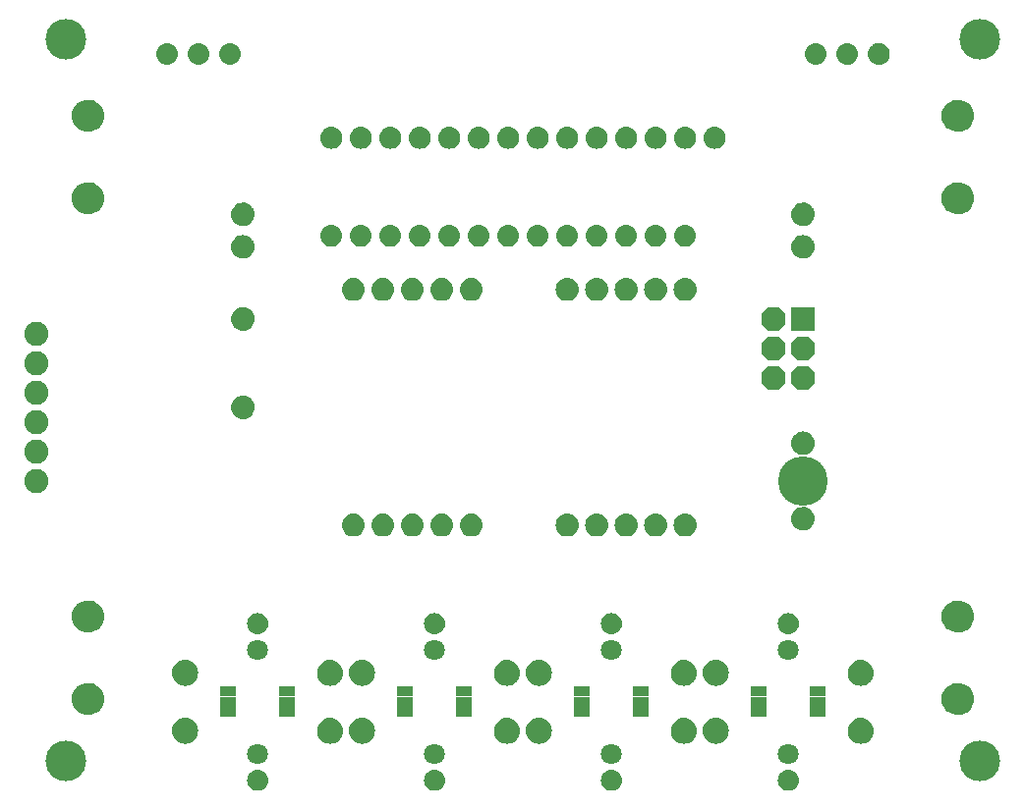
<source format=gbr>
G04 EAGLE Gerber RS-274X export*
G75*
%MOMM*%
%FSLAX34Y34*%
%LPD*%
%INSoldermask Bottom*%
%IPPOS*%
%AMOC8*
5,1,8,0,0,1.08239X$1,22.5*%
G01*
%ADD10C,4.267200*%
%ADD11R,2.082800X2.082800*%
%ADD12P,2.254402X8X292.500000*%
%ADD13C,2.082800*%
%ADD14C,3.505200*%
%ADD15C,1.803200*%
%ADD16R,1.473200X0.838200*%

G36*
X59045Y509539D02*
X59045Y509539D01*
X59088Y509550D01*
X59154Y509555D01*
X61460Y510104D01*
X61501Y510122D01*
X61565Y510139D01*
X63739Y511080D01*
X63777Y511105D01*
X63837Y511133D01*
X65815Y512437D01*
X65847Y512468D01*
X65902Y512505D01*
X67624Y514133D01*
X67650Y514169D01*
X67697Y514216D01*
X69110Y516118D01*
X69130Y516158D01*
X69168Y516212D01*
X70229Y518331D01*
X70242Y518374D01*
X70270Y518434D01*
X70947Y520705D01*
X70952Y520749D01*
X70969Y520813D01*
X71242Y523167D01*
X71239Y523217D01*
X71241Y523319D01*
X70945Y525693D01*
X70932Y525735D01*
X70922Y525801D01*
X70217Y528087D01*
X70197Y528127D01*
X70176Y528190D01*
X69085Y530319D01*
X69058Y530355D01*
X69026Y530413D01*
X67582Y532320D01*
X67549Y532351D01*
X67508Y532402D01*
X65755Y534030D01*
X65717Y534055D01*
X65668Y534098D01*
X63658Y535397D01*
X63617Y535414D01*
X63561Y535449D01*
X61356Y536379D01*
X61313Y536389D01*
X61251Y536413D01*
X58919Y536946D01*
X58874Y536948D01*
X58809Y536961D01*
X56420Y537081D01*
X56379Y537076D01*
X56320Y537079D01*
X54075Y536838D01*
X54032Y536825D01*
X53966Y536816D01*
X51797Y536189D01*
X51757Y536169D01*
X51694Y536149D01*
X49666Y535155D01*
X49630Y535129D01*
X49571Y535098D01*
X47747Y533766D01*
X47716Y533734D01*
X47664Y533694D01*
X46098Y532066D01*
X46073Y532029D01*
X46029Y531980D01*
X44770Y530105D01*
X44752Y530064D01*
X44717Y530008D01*
X43802Y527943D01*
X43792Y527899D01*
X43767Y527838D01*
X43225Y525645D01*
X43222Y525601D01*
X43208Y525536D01*
X43055Y523283D01*
X43059Y523244D01*
X43056Y523191D01*
X43232Y520917D01*
X43244Y520874D01*
X43250Y520808D01*
X43819Y518600D01*
X43838Y518560D01*
X43856Y518496D01*
X44800Y516420D01*
X44825Y516383D01*
X44854Y516324D01*
X46144Y514443D01*
X46175Y514411D01*
X46214Y514358D01*
X47811Y512730D01*
X47842Y512708D01*
X47850Y512699D01*
X47855Y512697D01*
X47895Y512658D01*
X49750Y511332D01*
X49790Y511313D01*
X49845Y511276D01*
X51902Y510292D01*
X51945Y510280D01*
X52006Y510253D01*
X54202Y509642D01*
X54247Y509638D01*
X54311Y509622D01*
X56581Y509401D01*
X56622Y509404D01*
X56680Y509399D01*
X59045Y509539D01*
G37*
G36*
X59045Y148859D02*
X59045Y148859D01*
X59088Y148870D01*
X59154Y148875D01*
X61460Y149424D01*
X61501Y149442D01*
X61565Y149459D01*
X63739Y150400D01*
X63777Y150425D01*
X63837Y150453D01*
X65815Y151757D01*
X65847Y151788D01*
X65902Y151825D01*
X67624Y153453D01*
X67650Y153489D01*
X67697Y153536D01*
X69110Y155438D01*
X69130Y155478D01*
X69168Y155532D01*
X70229Y157651D01*
X70242Y157694D01*
X70270Y157754D01*
X70947Y160025D01*
X70952Y160069D01*
X70969Y160133D01*
X71242Y162487D01*
X71239Y162537D01*
X71241Y162639D01*
X70945Y165013D01*
X70932Y165055D01*
X70922Y165121D01*
X70217Y167407D01*
X70197Y167447D01*
X70176Y167510D01*
X69085Y169639D01*
X69058Y169675D01*
X69026Y169733D01*
X67582Y171640D01*
X67549Y171671D01*
X67508Y171722D01*
X65755Y173350D01*
X65717Y173375D01*
X65668Y173418D01*
X63658Y174717D01*
X63617Y174734D01*
X63561Y174769D01*
X61356Y175699D01*
X61313Y175709D01*
X61251Y175733D01*
X58919Y176266D01*
X58874Y176268D01*
X58809Y176281D01*
X56420Y176401D01*
X56379Y176396D01*
X56320Y176399D01*
X54075Y176158D01*
X54032Y176145D01*
X53966Y176136D01*
X51797Y175509D01*
X51757Y175489D01*
X51694Y175469D01*
X49666Y174475D01*
X49630Y174449D01*
X49571Y174418D01*
X47747Y173086D01*
X47716Y173054D01*
X47664Y173014D01*
X46098Y171386D01*
X46073Y171349D01*
X46029Y171300D01*
X44770Y169425D01*
X44752Y169384D01*
X44717Y169328D01*
X43802Y167263D01*
X43792Y167219D01*
X43767Y167158D01*
X43225Y164965D01*
X43222Y164921D01*
X43208Y164856D01*
X43055Y162603D01*
X43059Y162564D01*
X43056Y162511D01*
X43232Y160237D01*
X43244Y160194D01*
X43250Y160128D01*
X43819Y157920D01*
X43838Y157880D01*
X43856Y157816D01*
X44800Y155740D01*
X44825Y155703D01*
X44854Y155644D01*
X46144Y153763D01*
X46175Y153731D01*
X46214Y153678D01*
X47811Y152050D01*
X47842Y152028D01*
X47850Y152019D01*
X47855Y152017D01*
X47895Y151978D01*
X49750Y150652D01*
X49790Y150633D01*
X49845Y150596D01*
X51902Y149612D01*
X51945Y149600D01*
X52006Y149573D01*
X54202Y148962D01*
X54247Y148958D01*
X54311Y148942D01*
X56581Y148721D01*
X56622Y148724D01*
X56680Y148719D01*
X59045Y148859D01*
G37*
G36*
X59045Y580659D02*
X59045Y580659D01*
X59088Y580670D01*
X59154Y580675D01*
X61460Y581224D01*
X61501Y581242D01*
X61565Y581259D01*
X63739Y582200D01*
X63777Y582225D01*
X63837Y582253D01*
X65815Y583557D01*
X65847Y583588D01*
X65902Y583625D01*
X67624Y585253D01*
X67650Y585289D01*
X67697Y585336D01*
X69110Y587238D01*
X69130Y587278D01*
X69168Y587332D01*
X70229Y589451D01*
X70242Y589494D01*
X70270Y589554D01*
X70947Y591825D01*
X70952Y591869D01*
X70969Y591933D01*
X71242Y594287D01*
X71239Y594337D01*
X71241Y594439D01*
X70945Y596813D01*
X70932Y596855D01*
X70922Y596921D01*
X70217Y599207D01*
X70197Y599247D01*
X70176Y599310D01*
X69085Y601439D01*
X69058Y601475D01*
X69026Y601533D01*
X67582Y603440D01*
X67549Y603471D01*
X67508Y603522D01*
X65755Y605150D01*
X65717Y605175D01*
X65668Y605218D01*
X63658Y606517D01*
X63617Y606534D01*
X63561Y606569D01*
X61356Y607499D01*
X61313Y607509D01*
X61251Y607533D01*
X58919Y608066D01*
X58874Y608068D01*
X58809Y608081D01*
X56420Y608201D01*
X56379Y608196D01*
X56320Y608199D01*
X54075Y607958D01*
X54032Y607945D01*
X53966Y607936D01*
X51797Y607309D01*
X51757Y607289D01*
X51694Y607269D01*
X49666Y606275D01*
X49630Y606249D01*
X49571Y606218D01*
X47747Y604886D01*
X47716Y604854D01*
X47664Y604814D01*
X46098Y603186D01*
X46073Y603149D01*
X46029Y603100D01*
X44770Y601225D01*
X44752Y601184D01*
X44717Y601128D01*
X43802Y599063D01*
X43792Y599019D01*
X43767Y598958D01*
X43225Y596765D01*
X43222Y596721D01*
X43208Y596656D01*
X43055Y594403D01*
X43059Y594364D01*
X43056Y594311D01*
X43232Y592037D01*
X43244Y591994D01*
X43250Y591928D01*
X43819Y589720D01*
X43838Y589680D01*
X43856Y589616D01*
X44800Y587540D01*
X44825Y587503D01*
X44854Y587444D01*
X46144Y585563D01*
X46175Y585531D01*
X46214Y585478D01*
X47811Y583850D01*
X47842Y583828D01*
X47850Y583819D01*
X47855Y583817D01*
X47895Y583778D01*
X49750Y582452D01*
X49790Y582433D01*
X49845Y582396D01*
X51902Y581412D01*
X51945Y581400D01*
X52006Y581373D01*
X54202Y580762D01*
X54247Y580758D01*
X54311Y580742D01*
X56581Y580521D01*
X56622Y580524D01*
X56680Y580519D01*
X59045Y580659D01*
G37*
G36*
X59045Y77739D02*
X59045Y77739D01*
X59088Y77750D01*
X59154Y77755D01*
X61460Y78304D01*
X61501Y78322D01*
X61565Y78339D01*
X63739Y79280D01*
X63777Y79305D01*
X63837Y79333D01*
X65815Y80637D01*
X65847Y80668D01*
X65902Y80705D01*
X67624Y82333D01*
X67650Y82369D01*
X67697Y82416D01*
X69110Y84318D01*
X69130Y84358D01*
X69168Y84412D01*
X70229Y86531D01*
X70242Y86574D01*
X70270Y86634D01*
X70947Y88905D01*
X70952Y88949D01*
X70969Y89013D01*
X71242Y91367D01*
X71239Y91417D01*
X71241Y91519D01*
X70945Y93893D01*
X70932Y93935D01*
X70922Y94001D01*
X70217Y96287D01*
X70197Y96327D01*
X70176Y96390D01*
X69085Y98519D01*
X69058Y98555D01*
X69026Y98613D01*
X67582Y100520D01*
X67549Y100551D01*
X67508Y100602D01*
X65755Y102230D01*
X65717Y102255D01*
X65668Y102298D01*
X63658Y103597D01*
X63617Y103614D01*
X63561Y103649D01*
X61356Y104579D01*
X61313Y104589D01*
X61251Y104613D01*
X58919Y105146D01*
X58874Y105148D01*
X58809Y105161D01*
X56420Y105281D01*
X56379Y105276D01*
X56320Y105279D01*
X54075Y105038D01*
X54032Y105025D01*
X53966Y105016D01*
X51797Y104389D01*
X51757Y104369D01*
X51694Y104349D01*
X49666Y103355D01*
X49630Y103329D01*
X49571Y103298D01*
X47747Y101966D01*
X47716Y101934D01*
X47664Y101894D01*
X46098Y100266D01*
X46073Y100229D01*
X46029Y100180D01*
X44770Y98305D01*
X44752Y98264D01*
X44717Y98208D01*
X43802Y96143D01*
X43792Y96099D01*
X43767Y96038D01*
X43225Y93845D01*
X43222Y93801D01*
X43208Y93736D01*
X43055Y91483D01*
X43059Y91444D01*
X43056Y91391D01*
X43232Y89117D01*
X43244Y89074D01*
X43250Y89008D01*
X43819Y86800D01*
X43838Y86760D01*
X43856Y86696D01*
X44800Y84620D01*
X44825Y84583D01*
X44854Y84524D01*
X46144Y82643D01*
X46175Y82611D01*
X46214Y82558D01*
X47811Y80930D01*
X47842Y80908D01*
X47850Y80899D01*
X47855Y80897D01*
X47895Y80858D01*
X49750Y79532D01*
X49790Y79513D01*
X49845Y79476D01*
X51902Y78492D01*
X51945Y78480D01*
X52006Y78453D01*
X54202Y77842D01*
X54247Y77838D01*
X54311Y77822D01*
X56581Y77601D01*
X56622Y77604D01*
X56680Y77599D01*
X59045Y77739D01*
G37*
G36*
X807221Y580524D02*
X807221Y580524D01*
X807280Y580521D01*
X809525Y580762D01*
X809568Y580775D01*
X809634Y580784D01*
X811803Y581411D01*
X811843Y581431D01*
X811906Y581451D01*
X813934Y582445D01*
X813970Y582472D01*
X814029Y582502D01*
X815853Y583834D01*
X815862Y583842D01*
X815862Y583843D01*
X815864Y583845D01*
X815884Y583866D01*
X815936Y583906D01*
X817502Y585534D01*
X817527Y585571D01*
X817571Y585620D01*
X818830Y587495D01*
X818848Y587536D01*
X818883Y587592D01*
X819798Y589657D01*
X819808Y589701D01*
X819833Y589762D01*
X820375Y591955D01*
X820378Y591999D01*
X820392Y592064D01*
X820545Y594317D01*
X820541Y594356D01*
X820544Y594409D01*
X820368Y596683D01*
X820356Y596726D01*
X820350Y596792D01*
X819781Y599000D01*
X819762Y599040D01*
X819744Y599104D01*
X818800Y601180D01*
X818775Y601217D01*
X818746Y601276D01*
X817456Y603157D01*
X817425Y603189D01*
X817386Y603242D01*
X815789Y604870D01*
X815753Y604896D01*
X815705Y604942D01*
X813850Y606268D01*
X813810Y606287D01*
X813755Y606324D01*
X811698Y607308D01*
X811655Y607320D01*
X811594Y607347D01*
X809398Y607958D01*
X809353Y607962D01*
X809289Y607979D01*
X807019Y608199D01*
X806978Y608196D01*
X806920Y608201D01*
X804555Y608061D01*
X804512Y608050D01*
X804446Y608045D01*
X802140Y607496D01*
X802100Y607478D01*
X802035Y607461D01*
X799861Y606520D01*
X799823Y606495D01*
X799763Y606467D01*
X797785Y605163D01*
X797753Y605132D01*
X797711Y605103D01*
X797705Y605100D01*
X797704Y605098D01*
X797698Y605095D01*
X795976Y603467D01*
X795950Y603431D01*
X795903Y603384D01*
X794490Y601482D01*
X794470Y601442D01*
X794432Y601388D01*
X793371Y599269D01*
X793358Y599226D01*
X793330Y599166D01*
X792653Y596895D01*
X792648Y596851D01*
X792631Y596787D01*
X792358Y594433D01*
X792361Y594383D01*
X792359Y594281D01*
X792655Y591907D01*
X792669Y591865D01*
X792678Y591799D01*
X793383Y589513D01*
X793403Y589473D01*
X793424Y589410D01*
X794515Y587281D01*
X794542Y587245D01*
X794574Y587187D01*
X796018Y585280D01*
X796051Y585249D01*
X796092Y585198D01*
X797845Y583570D01*
X797883Y583546D01*
X797932Y583502D01*
X799942Y582203D01*
X799983Y582186D01*
X800039Y582151D01*
X802244Y581221D01*
X802287Y581211D01*
X802349Y581187D01*
X804681Y580654D01*
X804726Y580652D01*
X804791Y580639D01*
X807180Y580519D01*
X807221Y580524D01*
G37*
G36*
X807221Y509404D02*
X807221Y509404D01*
X807280Y509401D01*
X809525Y509642D01*
X809568Y509655D01*
X809634Y509664D01*
X811803Y510291D01*
X811843Y510311D01*
X811906Y510331D01*
X813934Y511325D01*
X813970Y511352D01*
X814029Y511382D01*
X815853Y512714D01*
X815862Y512722D01*
X815862Y512723D01*
X815864Y512725D01*
X815884Y512746D01*
X815936Y512786D01*
X817502Y514414D01*
X817527Y514451D01*
X817571Y514500D01*
X818830Y516375D01*
X818848Y516416D01*
X818883Y516472D01*
X819798Y518537D01*
X819808Y518581D01*
X819833Y518642D01*
X820375Y520835D01*
X820378Y520879D01*
X820392Y520944D01*
X820545Y523197D01*
X820541Y523236D01*
X820544Y523289D01*
X820368Y525563D01*
X820356Y525606D01*
X820350Y525672D01*
X819781Y527880D01*
X819762Y527920D01*
X819744Y527984D01*
X818800Y530060D01*
X818775Y530097D01*
X818746Y530156D01*
X817456Y532037D01*
X817425Y532069D01*
X817386Y532122D01*
X815789Y533750D01*
X815753Y533776D01*
X815705Y533822D01*
X813850Y535148D01*
X813810Y535167D01*
X813755Y535204D01*
X811698Y536188D01*
X811655Y536200D01*
X811594Y536227D01*
X809398Y536838D01*
X809353Y536842D01*
X809289Y536859D01*
X807019Y537079D01*
X806978Y537076D01*
X806920Y537081D01*
X804555Y536941D01*
X804512Y536930D01*
X804446Y536925D01*
X802140Y536376D01*
X802100Y536358D01*
X802035Y536341D01*
X799861Y535400D01*
X799823Y535375D01*
X799763Y535347D01*
X797785Y534043D01*
X797753Y534012D01*
X797711Y533983D01*
X797705Y533980D01*
X797704Y533978D01*
X797698Y533975D01*
X795976Y532347D01*
X795950Y532311D01*
X795903Y532264D01*
X794490Y530362D01*
X794470Y530322D01*
X794432Y530268D01*
X793371Y528149D01*
X793358Y528106D01*
X793330Y528046D01*
X792653Y525775D01*
X792648Y525731D01*
X792631Y525667D01*
X792358Y523313D01*
X792361Y523263D01*
X792359Y523161D01*
X792655Y520787D01*
X792669Y520745D01*
X792678Y520679D01*
X793383Y518393D01*
X793403Y518353D01*
X793424Y518290D01*
X794515Y516161D01*
X794542Y516125D01*
X794574Y516067D01*
X796018Y514160D01*
X796051Y514129D01*
X796092Y514078D01*
X797845Y512450D01*
X797883Y512426D01*
X797932Y512382D01*
X799942Y511083D01*
X799983Y511066D01*
X800039Y511031D01*
X802244Y510101D01*
X802287Y510091D01*
X802349Y510067D01*
X804681Y509534D01*
X804726Y509532D01*
X804791Y509519D01*
X807180Y509399D01*
X807221Y509404D01*
G37*
G36*
X807221Y148724D02*
X807221Y148724D01*
X807280Y148721D01*
X809525Y148962D01*
X809568Y148975D01*
X809634Y148984D01*
X811803Y149611D01*
X811843Y149631D01*
X811906Y149651D01*
X813934Y150645D01*
X813970Y150672D01*
X814029Y150702D01*
X815853Y152034D01*
X815862Y152042D01*
X815862Y152043D01*
X815864Y152045D01*
X815884Y152066D01*
X815936Y152106D01*
X817502Y153734D01*
X817527Y153771D01*
X817571Y153820D01*
X818830Y155695D01*
X818848Y155736D01*
X818883Y155792D01*
X819798Y157857D01*
X819808Y157901D01*
X819833Y157962D01*
X820375Y160155D01*
X820378Y160199D01*
X820392Y160264D01*
X820545Y162517D01*
X820541Y162556D01*
X820544Y162609D01*
X820368Y164883D01*
X820356Y164926D01*
X820350Y164992D01*
X819781Y167200D01*
X819762Y167240D01*
X819744Y167304D01*
X818800Y169380D01*
X818775Y169417D01*
X818746Y169476D01*
X817456Y171357D01*
X817425Y171389D01*
X817386Y171442D01*
X815789Y173070D01*
X815753Y173096D01*
X815705Y173142D01*
X813850Y174468D01*
X813810Y174487D01*
X813755Y174524D01*
X811698Y175508D01*
X811655Y175520D01*
X811594Y175547D01*
X809398Y176158D01*
X809353Y176162D01*
X809289Y176179D01*
X807019Y176399D01*
X806978Y176396D01*
X806920Y176401D01*
X804555Y176261D01*
X804512Y176250D01*
X804446Y176245D01*
X802140Y175696D01*
X802100Y175678D01*
X802035Y175661D01*
X799861Y174720D01*
X799823Y174695D01*
X799763Y174667D01*
X797785Y173363D01*
X797753Y173332D01*
X797711Y173303D01*
X797705Y173300D01*
X797704Y173298D01*
X797698Y173295D01*
X795976Y171667D01*
X795950Y171631D01*
X795903Y171584D01*
X794490Y169682D01*
X794470Y169642D01*
X794432Y169588D01*
X793371Y167469D01*
X793358Y167426D01*
X793330Y167366D01*
X792653Y165095D01*
X792648Y165051D01*
X792631Y164987D01*
X792358Y162633D01*
X792361Y162583D01*
X792359Y162481D01*
X792655Y160107D01*
X792669Y160065D01*
X792678Y159999D01*
X793383Y157713D01*
X793403Y157673D01*
X793424Y157610D01*
X794515Y155481D01*
X794542Y155445D01*
X794574Y155387D01*
X796018Y153480D01*
X796051Y153449D01*
X796092Y153398D01*
X797845Y151770D01*
X797883Y151746D01*
X797932Y151702D01*
X799942Y150403D01*
X799983Y150386D01*
X800039Y150351D01*
X802244Y149421D01*
X802287Y149411D01*
X802349Y149387D01*
X804681Y148854D01*
X804726Y148852D01*
X804791Y148839D01*
X807180Y148719D01*
X807221Y148724D01*
G37*
G36*
X807221Y77604D02*
X807221Y77604D01*
X807280Y77601D01*
X809525Y77842D01*
X809568Y77855D01*
X809634Y77864D01*
X811803Y78491D01*
X811843Y78511D01*
X811906Y78531D01*
X813934Y79525D01*
X813970Y79552D01*
X814029Y79582D01*
X815853Y80914D01*
X815862Y80922D01*
X815862Y80923D01*
X815864Y80925D01*
X815884Y80946D01*
X815936Y80986D01*
X817502Y82614D01*
X817527Y82651D01*
X817571Y82700D01*
X818830Y84575D01*
X818848Y84616D01*
X818883Y84672D01*
X819798Y86737D01*
X819808Y86781D01*
X819833Y86842D01*
X820375Y89035D01*
X820378Y89079D01*
X820392Y89144D01*
X820545Y91397D01*
X820541Y91436D01*
X820544Y91489D01*
X820368Y93763D01*
X820356Y93806D01*
X820350Y93872D01*
X819781Y96080D01*
X819762Y96120D01*
X819744Y96184D01*
X818800Y98260D01*
X818775Y98297D01*
X818746Y98356D01*
X817456Y100237D01*
X817425Y100269D01*
X817386Y100322D01*
X815789Y101950D01*
X815753Y101976D01*
X815705Y102022D01*
X813850Y103348D01*
X813810Y103367D01*
X813755Y103404D01*
X811698Y104388D01*
X811655Y104400D01*
X811594Y104427D01*
X809398Y105038D01*
X809353Y105042D01*
X809289Y105059D01*
X807019Y105279D01*
X806978Y105276D01*
X806920Y105281D01*
X804555Y105141D01*
X804512Y105130D01*
X804446Y105125D01*
X802140Y104576D01*
X802100Y104558D01*
X802035Y104541D01*
X799861Y103600D01*
X799823Y103575D01*
X799763Y103547D01*
X797785Y102243D01*
X797753Y102212D01*
X797711Y102183D01*
X797705Y102180D01*
X797704Y102178D01*
X797698Y102175D01*
X795976Y100547D01*
X795950Y100511D01*
X795903Y100464D01*
X794490Y98562D01*
X794470Y98522D01*
X794432Y98468D01*
X793371Y96349D01*
X793358Y96306D01*
X793330Y96246D01*
X792653Y93975D01*
X792648Y93931D01*
X792631Y93867D01*
X792358Y91513D01*
X792361Y91463D01*
X792359Y91361D01*
X792655Y88987D01*
X792669Y88945D01*
X792678Y88879D01*
X793383Y86593D01*
X793403Y86553D01*
X793424Y86490D01*
X794515Y84361D01*
X794542Y84325D01*
X794574Y84267D01*
X796018Y82360D01*
X796051Y82329D01*
X796092Y82278D01*
X797845Y80650D01*
X797883Y80626D01*
X797932Y80582D01*
X799942Y79283D01*
X799983Y79266D01*
X800039Y79231D01*
X802244Y78301D01*
X802287Y78291D01*
X802349Y78267D01*
X804681Y77734D01*
X804726Y77732D01*
X804791Y77719D01*
X807180Y77599D01*
X807221Y77604D01*
G37*
G36*
X419992Y102908D02*
X419992Y102908D01*
X420035Y102920D01*
X420101Y102927D01*
X421897Y103409D01*
X421914Y103417D01*
X421920Y103418D01*
X421934Y103426D01*
X421937Y103428D01*
X422001Y103447D01*
X423686Y104232D01*
X423723Y104258D01*
X423782Y104288D01*
X425305Y105354D01*
X425336Y105386D01*
X425390Y105425D01*
X426705Y106740D01*
X426730Y106777D01*
X426776Y106825D01*
X427842Y108348D01*
X427861Y108389D01*
X427898Y108444D01*
X428683Y110129D01*
X428695Y110172D01*
X428721Y110233D01*
X429203Y112029D01*
X429206Y112074D01*
X429222Y112138D01*
X429384Y113991D01*
X429380Y114037D01*
X429383Y114109D01*
X429201Y115937D01*
X429189Y115980D01*
X429180Y116046D01*
X428684Y117815D01*
X428664Y117855D01*
X428644Y117919D01*
X427848Y119574D01*
X427822Y119611D01*
X427791Y119670D01*
X426719Y121162D01*
X426687Y121193D01*
X426647Y121246D01*
X425332Y122529D01*
X425295Y122554D01*
X425247Y122599D01*
X423729Y123635D01*
X423688Y123654D01*
X423633Y123689D01*
X421958Y124446D01*
X421915Y124457D01*
X421854Y124482D01*
X420073Y124936D01*
X420029Y124940D01*
X419964Y124954D01*
X418132Y125092D01*
X418090Y125088D01*
X418029Y125092D01*
X415971Y124914D01*
X415924Y124902D01*
X415848Y124891D01*
X413864Y124315D01*
X413820Y124294D01*
X413748Y124269D01*
X411914Y123317D01*
X411876Y123288D01*
X411810Y123249D01*
X410197Y121958D01*
X410165Y121921D01*
X410108Y121871D01*
X408778Y120289D01*
X408754Y120247D01*
X408707Y120187D01*
X407711Y118376D01*
X407696Y118330D01*
X407662Y118262D01*
X407039Y116291D01*
X407032Y116244D01*
X407013Y116170D01*
X406786Y114116D01*
X406789Y114068D01*
X406784Y113991D01*
X406946Y112138D01*
X406958Y112095D01*
X406965Y112029D01*
X407447Y110233D01*
X407466Y110193D01*
X407485Y110129D01*
X408270Y108444D01*
X408296Y108407D01*
X408326Y108348D01*
X409392Y106825D01*
X409424Y106794D01*
X409463Y106740D01*
X410778Y105425D01*
X410815Y105400D01*
X410863Y105354D01*
X412386Y104288D01*
X412427Y104269D01*
X412482Y104232D01*
X414167Y103447D01*
X414210Y103435D01*
X414271Y103409D01*
X416067Y102927D01*
X416112Y102924D01*
X416176Y102908D01*
X418029Y102746D01*
X418073Y102750D01*
X418139Y102746D01*
X419992Y102908D01*
G37*
G36*
X267592Y102908D02*
X267592Y102908D01*
X267635Y102920D01*
X267701Y102927D01*
X269497Y103409D01*
X269514Y103417D01*
X269520Y103418D01*
X269534Y103426D01*
X269537Y103428D01*
X269601Y103447D01*
X271286Y104232D01*
X271323Y104258D01*
X271382Y104288D01*
X272905Y105354D01*
X272936Y105386D01*
X272990Y105425D01*
X274305Y106740D01*
X274330Y106777D01*
X274376Y106825D01*
X275442Y108348D01*
X275461Y108389D01*
X275498Y108444D01*
X276283Y110129D01*
X276295Y110172D01*
X276321Y110233D01*
X276803Y112029D01*
X276806Y112074D01*
X276822Y112138D01*
X276984Y113991D01*
X276980Y114037D01*
X276983Y114109D01*
X276801Y115937D01*
X276789Y115980D01*
X276780Y116046D01*
X276284Y117815D01*
X276264Y117855D01*
X276244Y117919D01*
X275448Y119574D01*
X275422Y119611D01*
X275391Y119670D01*
X274319Y121162D01*
X274287Y121193D01*
X274247Y121246D01*
X272932Y122529D01*
X272895Y122554D01*
X272847Y122599D01*
X271329Y123635D01*
X271288Y123654D01*
X271233Y123689D01*
X269558Y124446D01*
X269515Y124457D01*
X269454Y124482D01*
X267673Y124936D01*
X267629Y124940D01*
X267564Y124954D01*
X265732Y125092D01*
X265690Y125088D01*
X265629Y125092D01*
X263571Y124914D01*
X263524Y124902D01*
X263448Y124891D01*
X261464Y124315D01*
X261420Y124294D01*
X261348Y124269D01*
X259514Y123317D01*
X259476Y123288D01*
X259410Y123249D01*
X257797Y121958D01*
X257765Y121921D01*
X257708Y121871D01*
X256378Y120289D01*
X256354Y120247D01*
X256307Y120187D01*
X255311Y118376D01*
X255296Y118330D01*
X255262Y118262D01*
X254639Y116291D01*
X254632Y116244D01*
X254613Y116170D01*
X254386Y114116D01*
X254389Y114068D01*
X254384Y113991D01*
X254546Y112138D01*
X254558Y112095D01*
X254565Y112029D01*
X255047Y110233D01*
X255066Y110193D01*
X255085Y110129D01*
X255870Y108444D01*
X255896Y108407D01*
X255926Y108348D01*
X256992Y106825D01*
X257024Y106794D01*
X257063Y106740D01*
X258378Y105425D01*
X258415Y105400D01*
X258463Y105354D01*
X259986Y104288D01*
X260027Y104269D01*
X260082Y104232D01*
X261767Y103447D01*
X261810Y103435D01*
X261871Y103409D01*
X263667Y102927D01*
X263712Y102924D01*
X263776Y102908D01*
X265629Y102746D01*
X265673Y102750D01*
X265739Y102746D01*
X267592Y102908D01*
G37*
G36*
X142624Y102908D02*
X142624Y102908D01*
X142667Y102920D01*
X142733Y102927D01*
X144529Y103409D01*
X144546Y103417D01*
X144552Y103418D01*
X144566Y103426D01*
X144569Y103428D01*
X144633Y103447D01*
X146318Y104232D01*
X146355Y104258D01*
X146414Y104288D01*
X147937Y105354D01*
X147968Y105386D01*
X148022Y105425D01*
X149337Y106740D01*
X149362Y106777D01*
X149408Y106825D01*
X150474Y108348D01*
X150493Y108389D01*
X150530Y108444D01*
X151315Y110129D01*
X151327Y110172D01*
X151353Y110233D01*
X151835Y112029D01*
X151838Y112074D01*
X151854Y112138D01*
X152016Y113991D01*
X152012Y114037D01*
X152015Y114109D01*
X151833Y115937D01*
X151821Y115980D01*
X151812Y116046D01*
X151316Y117815D01*
X151296Y117855D01*
X151276Y117919D01*
X150480Y119574D01*
X150454Y119611D01*
X150423Y119670D01*
X149351Y121162D01*
X149319Y121193D01*
X149279Y121246D01*
X147964Y122529D01*
X147927Y122554D01*
X147879Y122599D01*
X146361Y123635D01*
X146320Y123654D01*
X146265Y123689D01*
X144590Y124446D01*
X144547Y124457D01*
X144486Y124482D01*
X142705Y124936D01*
X142661Y124940D01*
X142596Y124954D01*
X140764Y125092D01*
X140722Y125088D01*
X140661Y125092D01*
X138603Y124914D01*
X138556Y124902D01*
X138480Y124891D01*
X136496Y124315D01*
X136452Y124294D01*
X136380Y124269D01*
X134546Y123317D01*
X134508Y123288D01*
X134442Y123249D01*
X132829Y121958D01*
X132797Y121921D01*
X132740Y121871D01*
X131410Y120289D01*
X131386Y120247D01*
X131339Y120187D01*
X130343Y118376D01*
X130328Y118330D01*
X130294Y118262D01*
X129671Y116291D01*
X129664Y116244D01*
X129645Y116170D01*
X129418Y114116D01*
X129421Y114068D01*
X129416Y113991D01*
X129578Y112138D01*
X129590Y112095D01*
X129597Y112029D01*
X130079Y110233D01*
X130098Y110193D01*
X130117Y110129D01*
X130902Y108444D01*
X130928Y108407D01*
X130958Y108348D01*
X132024Y106825D01*
X132056Y106794D01*
X132095Y106740D01*
X133410Y105425D01*
X133447Y105400D01*
X133495Y105354D01*
X135018Y104288D01*
X135059Y104269D01*
X135114Y104232D01*
X136799Y103447D01*
X136842Y103435D01*
X136903Y103409D01*
X138699Y102927D01*
X138744Y102924D01*
X138808Y102908D01*
X140661Y102746D01*
X140705Y102750D01*
X140771Y102746D01*
X142624Y102908D01*
G37*
G36*
X447424Y102908D02*
X447424Y102908D01*
X447467Y102920D01*
X447533Y102927D01*
X449329Y103409D01*
X449346Y103417D01*
X449352Y103418D01*
X449366Y103426D01*
X449369Y103428D01*
X449433Y103447D01*
X451118Y104232D01*
X451155Y104258D01*
X451214Y104288D01*
X452737Y105354D01*
X452768Y105386D01*
X452822Y105425D01*
X454137Y106740D01*
X454162Y106777D01*
X454208Y106825D01*
X455274Y108348D01*
X455293Y108389D01*
X455330Y108444D01*
X456115Y110129D01*
X456127Y110172D01*
X456153Y110233D01*
X456635Y112029D01*
X456638Y112074D01*
X456654Y112138D01*
X456816Y113991D01*
X456812Y114037D01*
X456815Y114109D01*
X456633Y115937D01*
X456621Y115980D01*
X456612Y116046D01*
X456116Y117815D01*
X456096Y117855D01*
X456076Y117919D01*
X455280Y119574D01*
X455254Y119611D01*
X455223Y119670D01*
X454151Y121162D01*
X454119Y121193D01*
X454079Y121246D01*
X452764Y122529D01*
X452727Y122554D01*
X452679Y122599D01*
X451161Y123635D01*
X451120Y123654D01*
X451065Y123689D01*
X449390Y124446D01*
X449347Y124457D01*
X449286Y124482D01*
X447505Y124936D01*
X447461Y124940D01*
X447396Y124954D01*
X445564Y125092D01*
X445522Y125088D01*
X445461Y125092D01*
X443403Y124914D01*
X443356Y124902D01*
X443280Y124891D01*
X441296Y124315D01*
X441252Y124294D01*
X441180Y124269D01*
X439346Y123317D01*
X439308Y123288D01*
X439242Y123249D01*
X437629Y121958D01*
X437597Y121921D01*
X437540Y121871D01*
X436210Y120289D01*
X436186Y120247D01*
X436139Y120187D01*
X435143Y118376D01*
X435128Y118330D01*
X435094Y118262D01*
X434471Y116291D01*
X434464Y116244D01*
X434445Y116170D01*
X434218Y114116D01*
X434221Y114068D01*
X434216Y113991D01*
X434378Y112138D01*
X434390Y112095D01*
X434397Y112029D01*
X434879Y110233D01*
X434898Y110193D01*
X434917Y110129D01*
X435702Y108444D01*
X435728Y108407D01*
X435758Y108348D01*
X436824Y106825D01*
X436856Y106794D01*
X436895Y106740D01*
X438210Y105425D01*
X438247Y105400D01*
X438295Y105354D01*
X439818Y104288D01*
X439859Y104269D01*
X439914Y104232D01*
X441599Y103447D01*
X441642Y103435D01*
X441703Y103409D01*
X443499Y102927D01*
X443544Y102924D01*
X443608Y102908D01*
X445461Y102746D01*
X445505Y102750D01*
X445571Y102746D01*
X447424Y102908D01*
G37*
G36*
X295024Y102908D02*
X295024Y102908D01*
X295067Y102920D01*
X295133Y102927D01*
X296929Y103409D01*
X296946Y103417D01*
X296952Y103418D01*
X296966Y103426D01*
X296969Y103428D01*
X297033Y103447D01*
X298718Y104232D01*
X298755Y104258D01*
X298814Y104288D01*
X300337Y105354D01*
X300368Y105386D01*
X300422Y105425D01*
X301737Y106740D01*
X301762Y106777D01*
X301808Y106825D01*
X302874Y108348D01*
X302893Y108389D01*
X302930Y108444D01*
X303715Y110129D01*
X303727Y110172D01*
X303753Y110233D01*
X304235Y112029D01*
X304238Y112074D01*
X304254Y112138D01*
X304416Y113991D01*
X304412Y114037D01*
X304415Y114109D01*
X304233Y115937D01*
X304221Y115980D01*
X304212Y116046D01*
X303716Y117815D01*
X303696Y117855D01*
X303676Y117919D01*
X302880Y119574D01*
X302854Y119611D01*
X302823Y119670D01*
X301751Y121162D01*
X301719Y121193D01*
X301679Y121246D01*
X300364Y122529D01*
X300327Y122554D01*
X300279Y122599D01*
X298761Y123635D01*
X298720Y123654D01*
X298665Y123689D01*
X296990Y124446D01*
X296947Y124457D01*
X296886Y124482D01*
X295105Y124936D01*
X295061Y124940D01*
X294996Y124954D01*
X293164Y125092D01*
X293122Y125088D01*
X293061Y125092D01*
X291003Y124914D01*
X290956Y124902D01*
X290880Y124891D01*
X288896Y124315D01*
X288852Y124294D01*
X288780Y124269D01*
X286946Y123317D01*
X286908Y123288D01*
X286842Y123249D01*
X285229Y121958D01*
X285197Y121921D01*
X285140Y121871D01*
X283810Y120289D01*
X283786Y120247D01*
X283739Y120187D01*
X282743Y118376D01*
X282728Y118330D01*
X282694Y118262D01*
X282071Y116291D01*
X282064Y116244D01*
X282045Y116170D01*
X281818Y114116D01*
X281821Y114068D01*
X281816Y113991D01*
X281978Y112138D01*
X281990Y112095D01*
X281997Y112029D01*
X282479Y110233D01*
X282498Y110193D01*
X282517Y110129D01*
X283302Y108444D01*
X283328Y108407D01*
X283358Y108348D01*
X284424Y106825D01*
X284456Y106794D01*
X284495Y106740D01*
X285810Y105425D01*
X285847Y105400D01*
X285895Y105354D01*
X287418Y104288D01*
X287459Y104269D01*
X287514Y104232D01*
X289199Y103447D01*
X289242Y103435D01*
X289303Y103409D01*
X291099Y102927D01*
X291144Y102924D01*
X291208Y102908D01*
X293061Y102746D01*
X293105Y102750D01*
X293171Y102746D01*
X295024Y102908D01*
G37*
G36*
X724792Y102908D02*
X724792Y102908D01*
X724835Y102920D01*
X724901Y102927D01*
X726697Y103409D01*
X726714Y103417D01*
X726720Y103418D01*
X726734Y103426D01*
X726737Y103428D01*
X726801Y103447D01*
X728486Y104232D01*
X728523Y104258D01*
X728582Y104288D01*
X730105Y105354D01*
X730136Y105386D01*
X730190Y105425D01*
X731505Y106740D01*
X731530Y106777D01*
X731576Y106825D01*
X732642Y108348D01*
X732661Y108389D01*
X732698Y108444D01*
X733483Y110129D01*
X733495Y110172D01*
X733521Y110233D01*
X734003Y112029D01*
X734006Y112074D01*
X734022Y112138D01*
X734184Y113991D01*
X734180Y114037D01*
X734183Y114109D01*
X734001Y115937D01*
X733989Y115980D01*
X733980Y116046D01*
X733484Y117815D01*
X733464Y117855D01*
X733444Y117919D01*
X732648Y119574D01*
X732622Y119611D01*
X732591Y119670D01*
X731519Y121162D01*
X731487Y121193D01*
X731447Y121246D01*
X730132Y122529D01*
X730095Y122554D01*
X730047Y122599D01*
X728529Y123635D01*
X728488Y123654D01*
X728433Y123689D01*
X726758Y124446D01*
X726715Y124457D01*
X726654Y124482D01*
X724873Y124936D01*
X724829Y124940D01*
X724764Y124954D01*
X722932Y125092D01*
X722890Y125088D01*
X722829Y125092D01*
X720771Y124914D01*
X720724Y124902D01*
X720648Y124891D01*
X718664Y124315D01*
X718620Y124294D01*
X718548Y124269D01*
X716714Y123317D01*
X716676Y123288D01*
X716610Y123249D01*
X714997Y121958D01*
X714965Y121921D01*
X714908Y121871D01*
X713578Y120289D01*
X713554Y120247D01*
X713507Y120187D01*
X712511Y118376D01*
X712496Y118330D01*
X712462Y118262D01*
X711839Y116291D01*
X711832Y116244D01*
X711813Y116170D01*
X711586Y114116D01*
X711589Y114068D01*
X711584Y113991D01*
X711746Y112138D01*
X711758Y112095D01*
X711765Y112029D01*
X712247Y110233D01*
X712266Y110193D01*
X712285Y110129D01*
X713070Y108444D01*
X713096Y108407D01*
X713126Y108348D01*
X714192Y106825D01*
X714224Y106794D01*
X714263Y106740D01*
X715578Y105425D01*
X715615Y105400D01*
X715663Y105354D01*
X717186Y104288D01*
X717227Y104269D01*
X717282Y104232D01*
X718967Y103447D01*
X719010Y103435D01*
X719071Y103409D01*
X720867Y102927D01*
X720912Y102924D01*
X720976Y102908D01*
X722829Y102746D01*
X722873Y102750D01*
X722939Y102746D01*
X724792Y102908D01*
G37*
G36*
X599824Y102908D02*
X599824Y102908D01*
X599867Y102920D01*
X599933Y102927D01*
X601729Y103409D01*
X601746Y103417D01*
X601752Y103418D01*
X601766Y103426D01*
X601769Y103428D01*
X601833Y103447D01*
X603518Y104232D01*
X603555Y104258D01*
X603614Y104288D01*
X605137Y105354D01*
X605168Y105386D01*
X605222Y105425D01*
X606537Y106740D01*
X606562Y106777D01*
X606608Y106825D01*
X607674Y108348D01*
X607693Y108389D01*
X607730Y108444D01*
X608515Y110129D01*
X608527Y110172D01*
X608553Y110233D01*
X609035Y112029D01*
X609038Y112074D01*
X609054Y112138D01*
X609216Y113991D01*
X609212Y114037D01*
X609215Y114109D01*
X609033Y115937D01*
X609021Y115980D01*
X609012Y116046D01*
X608516Y117815D01*
X608496Y117855D01*
X608476Y117919D01*
X607680Y119574D01*
X607654Y119611D01*
X607623Y119670D01*
X606551Y121162D01*
X606519Y121193D01*
X606479Y121246D01*
X605164Y122529D01*
X605127Y122554D01*
X605079Y122599D01*
X603561Y123635D01*
X603520Y123654D01*
X603465Y123689D01*
X601790Y124446D01*
X601747Y124457D01*
X601686Y124482D01*
X599905Y124936D01*
X599861Y124940D01*
X599796Y124954D01*
X597964Y125092D01*
X597922Y125088D01*
X597861Y125092D01*
X595803Y124914D01*
X595756Y124902D01*
X595680Y124891D01*
X593696Y124315D01*
X593652Y124294D01*
X593580Y124269D01*
X591746Y123317D01*
X591708Y123288D01*
X591642Y123249D01*
X590029Y121958D01*
X589997Y121921D01*
X589940Y121871D01*
X588610Y120289D01*
X588586Y120247D01*
X588539Y120187D01*
X587543Y118376D01*
X587528Y118330D01*
X587494Y118262D01*
X586871Y116291D01*
X586864Y116244D01*
X586845Y116170D01*
X586618Y114116D01*
X586621Y114068D01*
X586616Y113991D01*
X586778Y112138D01*
X586790Y112095D01*
X586797Y112029D01*
X587279Y110233D01*
X587298Y110193D01*
X587317Y110129D01*
X588102Y108444D01*
X588128Y108407D01*
X588158Y108348D01*
X589224Y106825D01*
X589256Y106794D01*
X589295Y106740D01*
X590610Y105425D01*
X590647Y105400D01*
X590695Y105354D01*
X592218Y104288D01*
X592259Y104269D01*
X592314Y104232D01*
X593999Y103447D01*
X594042Y103435D01*
X594103Y103409D01*
X595899Y102927D01*
X595944Y102924D01*
X596008Y102908D01*
X597861Y102746D01*
X597905Y102750D01*
X597971Y102746D01*
X599824Y102908D01*
G37*
G36*
X572392Y102908D02*
X572392Y102908D01*
X572435Y102920D01*
X572501Y102927D01*
X574297Y103409D01*
X574314Y103417D01*
X574320Y103418D01*
X574334Y103426D01*
X574337Y103428D01*
X574401Y103447D01*
X576086Y104232D01*
X576123Y104258D01*
X576182Y104288D01*
X577705Y105354D01*
X577736Y105386D01*
X577790Y105425D01*
X579105Y106740D01*
X579130Y106777D01*
X579176Y106825D01*
X580242Y108348D01*
X580261Y108389D01*
X580298Y108444D01*
X581083Y110129D01*
X581095Y110172D01*
X581121Y110233D01*
X581603Y112029D01*
X581606Y112074D01*
X581622Y112138D01*
X581784Y113991D01*
X581780Y114037D01*
X581783Y114109D01*
X581601Y115937D01*
X581589Y115980D01*
X581580Y116046D01*
X581084Y117815D01*
X581064Y117855D01*
X581044Y117919D01*
X580248Y119574D01*
X580222Y119611D01*
X580191Y119670D01*
X579119Y121162D01*
X579087Y121193D01*
X579047Y121246D01*
X577732Y122529D01*
X577695Y122554D01*
X577647Y122599D01*
X576129Y123635D01*
X576088Y123654D01*
X576033Y123689D01*
X574358Y124446D01*
X574315Y124457D01*
X574254Y124482D01*
X572473Y124936D01*
X572429Y124940D01*
X572364Y124954D01*
X570532Y125092D01*
X570490Y125088D01*
X570429Y125092D01*
X568371Y124914D01*
X568324Y124902D01*
X568248Y124891D01*
X566264Y124315D01*
X566220Y124294D01*
X566148Y124269D01*
X564314Y123317D01*
X564276Y123288D01*
X564210Y123249D01*
X562597Y121958D01*
X562565Y121921D01*
X562508Y121871D01*
X561178Y120289D01*
X561154Y120247D01*
X561107Y120187D01*
X560111Y118376D01*
X560096Y118330D01*
X560062Y118262D01*
X559439Y116291D01*
X559432Y116244D01*
X559413Y116170D01*
X559186Y114116D01*
X559189Y114068D01*
X559184Y113991D01*
X559346Y112138D01*
X559358Y112095D01*
X559365Y112029D01*
X559847Y110233D01*
X559866Y110193D01*
X559885Y110129D01*
X560670Y108444D01*
X560696Y108407D01*
X560726Y108348D01*
X561792Y106825D01*
X561824Y106794D01*
X561863Y106740D01*
X563178Y105425D01*
X563215Y105400D01*
X563263Y105354D01*
X564786Y104288D01*
X564827Y104269D01*
X564882Y104232D01*
X566567Y103447D01*
X566610Y103435D01*
X566671Y103409D01*
X568467Y102927D01*
X568512Y102924D01*
X568576Y102908D01*
X570429Y102746D01*
X570473Y102750D01*
X570539Y102746D01*
X572392Y102908D01*
G37*
G36*
X572392Y52870D02*
X572392Y52870D01*
X572435Y52882D01*
X572501Y52889D01*
X574297Y53371D01*
X574314Y53379D01*
X574319Y53380D01*
X574334Y53388D01*
X574337Y53390D01*
X574401Y53409D01*
X576086Y54194D01*
X576123Y54220D01*
X576182Y54250D01*
X577705Y55316D01*
X577736Y55348D01*
X577790Y55387D01*
X579105Y56702D01*
X579130Y56739D01*
X579176Y56787D01*
X580242Y58310D01*
X580261Y58351D01*
X580298Y58406D01*
X581083Y60091D01*
X581095Y60134D01*
X581121Y60195D01*
X581603Y61991D01*
X581606Y62036D01*
X581622Y62100D01*
X581784Y63953D01*
X581780Y63999D01*
X581783Y64071D01*
X581601Y65899D01*
X581589Y65942D01*
X581580Y66008D01*
X581084Y67777D01*
X581064Y67817D01*
X581044Y67881D01*
X580248Y69536D01*
X580222Y69573D01*
X580191Y69632D01*
X579119Y71124D01*
X579087Y71155D01*
X579047Y71208D01*
X577732Y72491D01*
X577695Y72516D01*
X577647Y72561D01*
X576129Y73597D01*
X576088Y73616D01*
X576033Y73651D01*
X574358Y74408D01*
X574315Y74419D01*
X574254Y74444D01*
X572473Y74898D01*
X572429Y74902D01*
X572364Y74916D01*
X570532Y75054D01*
X570490Y75050D01*
X570429Y75054D01*
X568371Y74876D01*
X568324Y74864D01*
X568248Y74853D01*
X566264Y74277D01*
X566220Y74256D01*
X566148Y74231D01*
X564314Y73279D01*
X564276Y73250D01*
X564210Y73211D01*
X562597Y71920D01*
X562565Y71883D01*
X562508Y71833D01*
X561178Y70251D01*
X561154Y70209D01*
X561107Y70149D01*
X560111Y68338D01*
X560096Y68292D01*
X560062Y68224D01*
X559439Y66253D01*
X559432Y66206D01*
X559413Y66132D01*
X559186Y64078D01*
X559189Y64030D01*
X559184Y63953D01*
X559346Y62100D01*
X559358Y62057D01*
X559365Y61991D01*
X559847Y60195D01*
X559866Y60155D01*
X559885Y60091D01*
X560670Y58406D01*
X560696Y58369D01*
X560726Y58310D01*
X561792Y56787D01*
X561824Y56756D01*
X561863Y56702D01*
X563178Y55387D01*
X563215Y55362D01*
X563263Y55316D01*
X564786Y54250D01*
X564827Y54231D01*
X564882Y54194D01*
X566567Y53409D01*
X566610Y53397D01*
X566671Y53371D01*
X568467Y52889D01*
X568512Y52886D01*
X568576Y52870D01*
X570429Y52708D01*
X570473Y52712D01*
X570539Y52708D01*
X572392Y52870D01*
G37*
G36*
X724792Y52870D02*
X724792Y52870D01*
X724835Y52882D01*
X724901Y52889D01*
X726697Y53371D01*
X726714Y53379D01*
X726719Y53380D01*
X726734Y53388D01*
X726737Y53390D01*
X726801Y53409D01*
X728486Y54194D01*
X728523Y54220D01*
X728582Y54250D01*
X730105Y55316D01*
X730136Y55348D01*
X730190Y55387D01*
X731505Y56702D01*
X731530Y56739D01*
X731576Y56787D01*
X732642Y58310D01*
X732661Y58351D01*
X732698Y58406D01*
X733483Y60091D01*
X733495Y60134D01*
X733521Y60195D01*
X734003Y61991D01*
X734006Y62036D01*
X734022Y62100D01*
X734184Y63953D01*
X734180Y63999D01*
X734183Y64071D01*
X734001Y65899D01*
X733989Y65942D01*
X733980Y66008D01*
X733484Y67777D01*
X733464Y67817D01*
X733444Y67881D01*
X732648Y69536D01*
X732622Y69573D01*
X732591Y69632D01*
X731519Y71124D01*
X731487Y71155D01*
X731447Y71208D01*
X730132Y72491D01*
X730095Y72516D01*
X730047Y72561D01*
X728529Y73597D01*
X728488Y73616D01*
X728433Y73651D01*
X726758Y74408D01*
X726715Y74419D01*
X726654Y74444D01*
X724873Y74898D01*
X724829Y74902D01*
X724764Y74916D01*
X722932Y75054D01*
X722890Y75050D01*
X722829Y75054D01*
X720771Y74876D01*
X720724Y74864D01*
X720648Y74853D01*
X718664Y74277D01*
X718620Y74256D01*
X718548Y74231D01*
X716714Y73279D01*
X716676Y73250D01*
X716610Y73211D01*
X714997Y71920D01*
X714965Y71883D01*
X714908Y71833D01*
X713578Y70251D01*
X713554Y70209D01*
X713507Y70149D01*
X712511Y68338D01*
X712496Y68292D01*
X712462Y68224D01*
X711839Y66253D01*
X711832Y66206D01*
X711813Y66132D01*
X711586Y64078D01*
X711589Y64030D01*
X711584Y63953D01*
X711746Y62100D01*
X711758Y62057D01*
X711765Y61991D01*
X712247Y60195D01*
X712266Y60155D01*
X712285Y60091D01*
X713070Y58406D01*
X713096Y58369D01*
X713126Y58310D01*
X714192Y56787D01*
X714224Y56756D01*
X714263Y56702D01*
X715578Y55387D01*
X715615Y55362D01*
X715663Y55316D01*
X717186Y54250D01*
X717227Y54231D01*
X717282Y54194D01*
X718967Y53409D01*
X719010Y53397D01*
X719071Y53371D01*
X720867Y52889D01*
X720912Y52886D01*
X720976Y52870D01*
X722829Y52708D01*
X722873Y52712D01*
X722939Y52708D01*
X724792Y52870D01*
G37*
G36*
X599824Y52870D02*
X599824Y52870D01*
X599867Y52882D01*
X599933Y52889D01*
X601729Y53371D01*
X601746Y53379D01*
X601751Y53380D01*
X601766Y53388D01*
X601769Y53390D01*
X601833Y53409D01*
X603518Y54194D01*
X603555Y54220D01*
X603614Y54250D01*
X605137Y55316D01*
X605168Y55348D01*
X605222Y55387D01*
X606537Y56702D01*
X606562Y56739D01*
X606608Y56787D01*
X607674Y58310D01*
X607693Y58351D01*
X607730Y58406D01*
X608515Y60091D01*
X608527Y60134D01*
X608553Y60195D01*
X609035Y61991D01*
X609038Y62036D01*
X609054Y62100D01*
X609216Y63953D01*
X609212Y63999D01*
X609215Y64071D01*
X609033Y65899D01*
X609021Y65942D01*
X609012Y66008D01*
X608516Y67777D01*
X608496Y67817D01*
X608476Y67881D01*
X607680Y69536D01*
X607654Y69573D01*
X607623Y69632D01*
X606551Y71124D01*
X606519Y71155D01*
X606479Y71208D01*
X605164Y72491D01*
X605127Y72516D01*
X605079Y72561D01*
X603561Y73597D01*
X603520Y73616D01*
X603465Y73651D01*
X601790Y74408D01*
X601747Y74419D01*
X601686Y74444D01*
X599905Y74898D01*
X599861Y74902D01*
X599796Y74916D01*
X597964Y75054D01*
X597922Y75050D01*
X597861Y75054D01*
X595803Y74876D01*
X595756Y74864D01*
X595680Y74853D01*
X593696Y74277D01*
X593652Y74256D01*
X593580Y74231D01*
X591746Y73279D01*
X591708Y73250D01*
X591642Y73211D01*
X590029Y71920D01*
X589997Y71883D01*
X589940Y71833D01*
X588610Y70251D01*
X588586Y70209D01*
X588539Y70149D01*
X587543Y68338D01*
X587528Y68292D01*
X587494Y68224D01*
X586871Y66253D01*
X586864Y66206D01*
X586845Y66132D01*
X586618Y64078D01*
X586621Y64030D01*
X586616Y63953D01*
X586778Y62100D01*
X586790Y62057D01*
X586797Y61991D01*
X587279Y60195D01*
X587298Y60155D01*
X587317Y60091D01*
X588102Y58406D01*
X588128Y58369D01*
X588158Y58310D01*
X589224Y56787D01*
X589256Y56756D01*
X589295Y56702D01*
X590610Y55387D01*
X590647Y55362D01*
X590695Y55316D01*
X592218Y54250D01*
X592259Y54231D01*
X592314Y54194D01*
X593999Y53409D01*
X594042Y53397D01*
X594103Y53371D01*
X595899Y52889D01*
X595944Y52886D01*
X596008Y52870D01*
X597861Y52708D01*
X597905Y52712D01*
X597971Y52708D01*
X599824Y52870D01*
G37*
G36*
X142624Y52870D02*
X142624Y52870D01*
X142667Y52882D01*
X142733Y52889D01*
X144529Y53371D01*
X144546Y53379D01*
X144551Y53380D01*
X144566Y53388D01*
X144569Y53390D01*
X144633Y53409D01*
X146318Y54194D01*
X146355Y54220D01*
X146414Y54250D01*
X147937Y55316D01*
X147968Y55348D01*
X148022Y55387D01*
X149337Y56702D01*
X149362Y56739D01*
X149408Y56787D01*
X150474Y58310D01*
X150493Y58351D01*
X150530Y58406D01*
X151315Y60091D01*
X151327Y60134D01*
X151353Y60195D01*
X151835Y61991D01*
X151838Y62036D01*
X151854Y62100D01*
X152016Y63953D01*
X152012Y63999D01*
X152015Y64071D01*
X151833Y65899D01*
X151821Y65942D01*
X151812Y66008D01*
X151316Y67777D01*
X151296Y67817D01*
X151276Y67881D01*
X150480Y69536D01*
X150454Y69573D01*
X150423Y69632D01*
X149351Y71124D01*
X149319Y71155D01*
X149279Y71208D01*
X147964Y72491D01*
X147927Y72516D01*
X147879Y72561D01*
X146361Y73597D01*
X146320Y73616D01*
X146265Y73651D01*
X144590Y74408D01*
X144547Y74419D01*
X144486Y74444D01*
X142705Y74898D01*
X142661Y74902D01*
X142596Y74916D01*
X140764Y75054D01*
X140722Y75050D01*
X140661Y75054D01*
X138603Y74876D01*
X138556Y74864D01*
X138480Y74853D01*
X136496Y74277D01*
X136452Y74256D01*
X136380Y74231D01*
X134546Y73279D01*
X134508Y73250D01*
X134442Y73211D01*
X132829Y71920D01*
X132797Y71883D01*
X132740Y71833D01*
X131410Y70251D01*
X131386Y70209D01*
X131339Y70149D01*
X130343Y68338D01*
X130328Y68292D01*
X130294Y68224D01*
X129671Y66253D01*
X129664Y66206D01*
X129645Y66132D01*
X129418Y64078D01*
X129421Y64030D01*
X129416Y63953D01*
X129578Y62100D01*
X129590Y62057D01*
X129597Y61991D01*
X130079Y60195D01*
X130098Y60155D01*
X130117Y60091D01*
X130902Y58406D01*
X130928Y58369D01*
X130958Y58310D01*
X132024Y56787D01*
X132056Y56756D01*
X132095Y56702D01*
X133410Y55387D01*
X133447Y55362D01*
X133495Y55316D01*
X135018Y54250D01*
X135059Y54231D01*
X135114Y54194D01*
X136799Y53409D01*
X136842Y53397D01*
X136903Y53371D01*
X138699Y52889D01*
X138744Y52886D01*
X138808Y52870D01*
X140661Y52708D01*
X140705Y52712D01*
X140771Y52708D01*
X142624Y52870D01*
G37*
G36*
X447424Y52870D02*
X447424Y52870D01*
X447467Y52882D01*
X447533Y52889D01*
X449329Y53371D01*
X449346Y53379D01*
X449351Y53380D01*
X449366Y53388D01*
X449369Y53390D01*
X449433Y53409D01*
X451118Y54194D01*
X451155Y54220D01*
X451214Y54250D01*
X452737Y55316D01*
X452768Y55348D01*
X452822Y55387D01*
X454137Y56702D01*
X454162Y56739D01*
X454208Y56787D01*
X455274Y58310D01*
X455293Y58351D01*
X455330Y58406D01*
X456115Y60091D01*
X456127Y60134D01*
X456153Y60195D01*
X456635Y61991D01*
X456638Y62036D01*
X456654Y62100D01*
X456816Y63953D01*
X456812Y63999D01*
X456815Y64071D01*
X456633Y65899D01*
X456621Y65942D01*
X456612Y66008D01*
X456116Y67777D01*
X456096Y67817D01*
X456076Y67881D01*
X455280Y69536D01*
X455254Y69573D01*
X455223Y69632D01*
X454151Y71124D01*
X454119Y71155D01*
X454079Y71208D01*
X452764Y72491D01*
X452727Y72516D01*
X452679Y72561D01*
X451161Y73597D01*
X451120Y73616D01*
X451065Y73651D01*
X449390Y74408D01*
X449347Y74419D01*
X449286Y74444D01*
X447505Y74898D01*
X447461Y74902D01*
X447396Y74916D01*
X445564Y75054D01*
X445522Y75050D01*
X445461Y75054D01*
X443403Y74876D01*
X443356Y74864D01*
X443280Y74853D01*
X441296Y74277D01*
X441252Y74256D01*
X441180Y74231D01*
X439346Y73279D01*
X439308Y73250D01*
X439242Y73211D01*
X437629Y71920D01*
X437597Y71883D01*
X437540Y71833D01*
X436210Y70251D01*
X436186Y70209D01*
X436139Y70149D01*
X435143Y68338D01*
X435128Y68292D01*
X435094Y68224D01*
X434471Y66253D01*
X434464Y66206D01*
X434445Y66132D01*
X434218Y64078D01*
X434221Y64030D01*
X434216Y63953D01*
X434378Y62100D01*
X434390Y62057D01*
X434397Y61991D01*
X434879Y60195D01*
X434898Y60155D01*
X434917Y60091D01*
X435702Y58406D01*
X435728Y58369D01*
X435758Y58310D01*
X436824Y56787D01*
X436856Y56756D01*
X436895Y56702D01*
X438210Y55387D01*
X438247Y55362D01*
X438295Y55316D01*
X439818Y54250D01*
X439859Y54231D01*
X439914Y54194D01*
X441599Y53409D01*
X441642Y53397D01*
X441703Y53371D01*
X443499Y52889D01*
X443544Y52886D01*
X443608Y52870D01*
X445461Y52708D01*
X445505Y52712D01*
X445571Y52708D01*
X447424Y52870D01*
G37*
G36*
X267592Y52870D02*
X267592Y52870D01*
X267635Y52882D01*
X267701Y52889D01*
X269497Y53371D01*
X269514Y53379D01*
X269519Y53380D01*
X269534Y53388D01*
X269537Y53390D01*
X269601Y53409D01*
X271286Y54194D01*
X271323Y54220D01*
X271382Y54250D01*
X272905Y55316D01*
X272936Y55348D01*
X272990Y55387D01*
X274305Y56702D01*
X274330Y56739D01*
X274376Y56787D01*
X275442Y58310D01*
X275461Y58351D01*
X275498Y58406D01*
X276283Y60091D01*
X276295Y60134D01*
X276321Y60195D01*
X276803Y61991D01*
X276806Y62036D01*
X276822Y62100D01*
X276984Y63953D01*
X276980Y63999D01*
X276983Y64071D01*
X276801Y65899D01*
X276789Y65942D01*
X276780Y66008D01*
X276284Y67777D01*
X276264Y67817D01*
X276244Y67881D01*
X275448Y69536D01*
X275422Y69573D01*
X275391Y69632D01*
X274319Y71124D01*
X274287Y71155D01*
X274247Y71208D01*
X272932Y72491D01*
X272895Y72516D01*
X272847Y72561D01*
X271329Y73597D01*
X271288Y73616D01*
X271233Y73651D01*
X269558Y74408D01*
X269515Y74419D01*
X269454Y74444D01*
X267673Y74898D01*
X267629Y74902D01*
X267564Y74916D01*
X265732Y75054D01*
X265690Y75050D01*
X265629Y75054D01*
X263571Y74876D01*
X263524Y74864D01*
X263448Y74853D01*
X261464Y74277D01*
X261420Y74256D01*
X261348Y74231D01*
X259514Y73279D01*
X259476Y73250D01*
X259410Y73211D01*
X257797Y71920D01*
X257765Y71883D01*
X257708Y71833D01*
X256378Y70251D01*
X256354Y70209D01*
X256307Y70149D01*
X255311Y68338D01*
X255296Y68292D01*
X255262Y68224D01*
X254639Y66253D01*
X254632Y66206D01*
X254613Y66132D01*
X254386Y64078D01*
X254389Y64030D01*
X254384Y63953D01*
X254546Y62100D01*
X254558Y62057D01*
X254565Y61991D01*
X255047Y60195D01*
X255066Y60155D01*
X255085Y60091D01*
X255870Y58406D01*
X255896Y58369D01*
X255926Y58310D01*
X256992Y56787D01*
X257024Y56756D01*
X257063Y56702D01*
X258378Y55387D01*
X258415Y55362D01*
X258463Y55316D01*
X259986Y54250D01*
X260027Y54231D01*
X260082Y54194D01*
X261767Y53409D01*
X261810Y53397D01*
X261871Y53371D01*
X263667Y52889D01*
X263712Y52886D01*
X263776Y52870D01*
X265629Y52708D01*
X265673Y52712D01*
X265739Y52708D01*
X267592Y52870D01*
G37*
G36*
X295024Y52870D02*
X295024Y52870D01*
X295067Y52882D01*
X295133Y52889D01*
X296929Y53371D01*
X296946Y53379D01*
X296951Y53380D01*
X296966Y53388D01*
X296969Y53390D01*
X297033Y53409D01*
X298718Y54194D01*
X298755Y54220D01*
X298814Y54250D01*
X300337Y55316D01*
X300368Y55348D01*
X300422Y55387D01*
X301737Y56702D01*
X301762Y56739D01*
X301808Y56787D01*
X302874Y58310D01*
X302893Y58351D01*
X302930Y58406D01*
X303715Y60091D01*
X303727Y60134D01*
X303753Y60195D01*
X304235Y61991D01*
X304238Y62036D01*
X304254Y62100D01*
X304416Y63953D01*
X304412Y63999D01*
X304415Y64071D01*
X304233Y65899D01*
X304221Y65942D01*
X304212Y66008D01*
X303716Y67777D01*
X303696Y67817D01*
X303676Y67881D01*
X302880Y69536D01*
X302854Y69573D01*
X302823Y69632D01*
X301751Y71124D01*
X301719Y71155D01*
X301679Y71208D01*
X300364Y72491D01*
X300327Y72516D01*
X300279Y72561D01*
X298761Y73597D01*
X298720Y73616D01*
X298665Y73651D01*
X296990Y74408D01*
X296947Y74419D01*
X296886Y74444D01*
X295105Y74898D01*
X295061Y74902D01*
X294996Y74916D01*
X293164Y75054D01*
X293122Y75050D01*
X293061Y75054D01*
X291003Y74876D01*
X290956Y74864D01*
X290880Y74853D01*
X288896Y74277D01*
X288852Y74256D01*
X288780Y74231D01*
X286946Y73279D01*
X286908Y73250D01*
X286842Y73211D01*
X285229Y71920D01*
X285197Y71883D01*
X285140Y71833D01*
X283810Y70251D01*
X283786Y70209D01*
X283739Y70149D01*
X282743Y68338D01*
X282728Y68292D01*
X282694Y68224D01*
X282071Y66253D01*
X282064Y66206D01*
X282045Y66132D01*
X281818Y64078D01*
X281821Y64030D01*
X281816Y63953D01*
X281978Y62100D01*
X281990Y62057D01*
X281997Y61991D01*
X282479Y60195D01*
X282498Y60155D01*
X282517Y60091D01*
X283302Y58406D01*
X283328Y58369D01*
X283358Y58310D01*
X284424Y56787D01*
X284456Y56756D01*
X284495Y56702D01*
X285810Y55387D01*
X285847Y55362D01*
X285895Y55316D01*
X287418Y54250D01*
X287459Y54231D01*
X287514Y54194D01*
X289199Y53409D01*
X289242Y53397D01*
X289303Y53371D01*
X291099Y52889D01*
X291144Y52886D01*
X291208Y52870D01*
X293061Y52708D01*
X293105Y52712D01*
X293171Y52708D01*
X295024Y52870D01*
G37*
G36*
X419992Y52870D02*
X419992Y52870D01*
X420035Y52882D01*
X420101Y52889D01*
X421897Y53371D01*
X421914Y53379D01*
X421919Y53380D01*
X421934Y53388D01*
X421937Y53390D01*
X422001Y53409D01*
X423686Y54194D01*
X423723Y54220D01*
X423782Y54250D01*
X425305Y55316D01*
X425336Y55348D01*
X425390Y55387D01*
X426705Y56702D01*
X426730Y56739D01*
X426776Y56787D01*
X427842Y58310D01*
X427861Y58351D01*
X427898Y58406D01*
X428683Y60091D01*
X428695Y60134D01*
X428721Y60195D01*
X429203Y61991D01*
X429206Y62036D01*
X429222Y62100D01*
X429384Y63953D01*
X429380Y63999D01*
X429383Y64071D01*
X429201Y65899D01*
X429189Y65942D01*
X429180Y66008D01*
X428684Y67777D01*
X428664Y67817D01*
X428644Y67881D01*
X427848Y69536D01*
X427822Y69573D01*
X427791Y69632D01*
X426719Y71124D01*
X426687Y71155D01*
X426647Y71208D01*
X425332Y72491D01*
X425295Y72516D01*
X425247Y72561D01*
X423729Y73597D01*
X423688Y73616D01*
X423633Y73651D01*
X421958Y74408D01*
X421915Y74419D01*
X421854Y74444D01*
X420073Y74898D01*
X420029Y74902D01*
X419964Y74916D01*
X418132Y75054D01*
X418090Y75050D01*
X418029Y75054D01*
X415971Y74876D01*
X415924Y74864D01*
X415848Y74853D01*
X413864Y74277D01*
X413820Y74256D01*
X413748Y74231D01*
X411914Y73279D01*
X411876Y73250D01*
X411810Y73211D01*
X410197Y71920D01*
X410165Y71883D01*
X410108Y71833D01*
X408778Y70251D01*
X408754Y70209D01*
X408707Y70149D01*
X407711Y68338D01*
X407696Y68292D01*
X407662Y68224D01*
X407039Y66253D01*
X407032Y66206D01*
X407013Y66132D01*
X406786Y64078D01*
X406789Y64030D01*
X406784Y63953D01*
X406946Y62100D01*
X406958Y62057D01*
X406965Y61991D01*
X407447Y60195D01*
X407466Y60155D01*
X407485Y60091D01*
X408270Y58406D01*
X408296Y58369D01*
X408326Y58310D01*
X409392Y56787D01*
X409424Y56756D01*
X409463Y56702D01*
X410778Y55387D01*
X410815Y55362D01*
X410863Y55316D01*
X412386Y54250D01*
X412427Y54231D01*
X412482Y54194D01*
X414167Y53409D01*
X414210Y53397D01*
X414271Y53371D01*
X416067Y52889D01*
X416112Y52886D01*
X416176Y52870D01*
X418029Y52708D01*
X418073Y52712D01*
X418139Y52708D01*
X419992Y52870D01*
G37*
G36*
X190727Y332748D02*
X190727Y332748D01*
X190799Y332746D01*
X192635Y332951D01*
X192681Y332965D01*
X192756Y332977D01*
X194517Y333537D01*
X194559Y333560D01*
X194631Y333586D01*
X196248Y334479D01*
X196286Y334509D01*
X196351Y334549D01*
X197763Y335740D01*
X197794Y335777D01*
X197850Y335829D01*
X199003Y337273D01*
X199026Y337315D01*
X199070Y337377D01*
X199919Y339018D01*
X199934Y339064D01*
X199965Y339133D01*
X200478Y340908D01*
X200483Y340956D01*
X200501Y341031D01*
X200657Y342871D01*
X200653Y342915D01*
X200657Y342980D01*
X200497Y344811D01*
X200484Y344857D01*
X200474Y344933D01*
X199960Y346697D01*
X199939Y346741D01*
X199914Y346813D01*
X199065Y348443D01*
X199036Y348481D01*
X198997Y348547D01*
X197847Y349980D01*
X197811Y350012D01*
X197760Y350069D01*
X196352Y351250D01*
X196311Y351274D01*
X196250Y351320D01*
X194638Y352204D01*
X194593Y352219D01*
X194524Y352253D01*
X192771Y352805D01*
X192724Y352811D01*
X192650Y352831D01*
X190823Y353031D01*
X190777Y353027D01*
X190708Y353033D01*
X189032Y352910D01*
X188989Y352899D01*
X188923Y352893D01*
X187293Y352482D01*
X187253Y352463D01*
X187189Y352445D01*
X185656Y351757D01*
X185619Y351732D01*
X185559Y351703D01*
X184169Y350759D01*
X184137Y350728D01*
X184083Y350690D01*
X182877Y349519D01*
X182851Y349483D01*
X182805Y349435D01*
X181821Y348073D01*
X181802Y348032D01*
X181765Y347978D01*
X181032Y346465D01*
X181020Y346422D01*
X180993Y346362D01*
X180535Y344745D01*
X180530Y344700D01*
X180514Y344636D01*
X180343Y342964D01*
X180347Y342916D01*
X180343Y342837D01*
X180509Y341165D01*
X180521Y341122D01*
X180530Y341057D01*
X180984Y339439D01*
X181003Y339398D01*
X181023Y339335D01*
X181751Y337821D01*
X181777Y337785D01*
X181807Y337726D01*
X182788Y336361D01*
X182820Y336330D01*
X182860Y336277D01*
X184062Y335103D01*
X184099Y335078D01*
X184147Y335033D01*
X185535Y334086D01*
X185576Y334068D01*
X185632Y334032D01*
X187163Y333340D01*
X187206Y333329D01*
X187267Y333303D01*
X188896Y332888D01*
X188940Y332885D01*
X189005Y332870D01*
X190680Y332744D01*
X190727Y332748D01*
G37*
G36*
X190651Y409024D02*
X190651Y409024D01*
X190723Y409022D01*
X192559Y409227D01*
X192605Y409241D01*
X192680Y409253D01*
X194441Y409813D01*
X194483Y409836D01*
X194555Y409862D01*
X196172Y410755D01*
X196210Y410785D01*
X196275Y410825D01*
X197687Y412016D01*
X197718Y412053D01*
X197774Y412105D01*
X198927Y413549D01*
X198950Y413591D01*
X198994Y413653D01*
X199843Y415294D01*
X199858Y415340D01*
X199889Y415409D01*
X200402Y417184D01*
X200407Y417232D01*
X200425Y417307D01*
X200581Y419147D01*
X200577Y419191D01*
X200581Y419256D01*
X200421Y421087D01*
X200408Y421133D01*
X200398Y421209D01*
X199884Y422973D01*
X199863Y423017D01*
X199838Y423089D01*
X198989Y424719D01*
X198960Y424757D01*
X198921Y424823D01*
X197771Y426256D01*
X197735Y426288D01*
X197684Y426345D01*
X196276Y427526D01*
X196235Y427550D01*
X196174Y427596D01*
X194562Y428480D01*
X194517Y428495D01*
X194448Y428529D01*
X192695Y429081D01*
X192648Y429087D01*
X192574Y429107D01*
X190747Y429307D01*
X190701Y429303D01*
X190632Y429309D01*
X188956Y429186D01*
X188913Y429175D01*
X188847Y429169D01*
X187217Y428758D01*
X187177Y428739D01*
X187113Y428721D01*
X185580Y428033D01*
X185543Y428008D01*
X185483Y427979D01*
X184093Y427035D01*
X184061Y427004D01*
X184007Y426966D01*
X182801Y425795D01*
X182775Y425759D01*
X182729Y425711D01*
X181745Y424349D01*
X181726Y424308D01*
X181689Y424254D01*
X180956Y422741D01*
X180944Y422698D01*
X180917Y422638D01*
X180459Y421021D01*
X180454Y420976D01*
X180438Y420912D01*
X180267Y419240D01*
X180271Y419192D01*
X180267Y419113D01*
X180433Y417441D01*
X180445Y417398D01*
X180454Y417333D01*
X180908Y415715D01*
X180927Y415674D01*
X180947Y415611D01*
X181675Y414097D01*
X181701Y414061D01*
X181731Y414002D01*
X182712Y412637D01*
X182744Y412606D01*
X182784Y412553D01*
X183986Y411379D01*
X184023Y411354D01*
X184071Y411309D01*
X185459Y410362D01*
X185500Y410344D01*
X185556Y410308D01*
X187087Y409616D01*
X187130Y409605D01*
X187191Y409579D01*
X188820Y409164D01*
X188864Y409161D01*
X188929Y409146D01*
X190604Y409020D01*
X190651Y409024D01*
G37*
G36*
X192018Y499336D02*
X192018Y499336D01*
X192061Y499347D01*
X192127Y499353D01*
X193757Y499765D01*
X193797Y499783D01*
X193861Y499801D01*
X195394Y500489D01*
X195431Y500514D01*
X195491Y500543D01*
X196881Y501487D01*
X196913Y501518D01*
X196967Y501556D01*
X198173Y502727D01*
X198199Y502764D01*
X198245Y502811D01*
X199229Y504173D01*
X199248Y504214D01*
X199285Y504268D01*
X200018Y505781D01*
X200030Y505824D01*
X200057Y505884D01*
X200515Y507501D01*
X200520Y507546D01*
X200536Y507610D01*
X200707Y509282D01*
X200703Y509330D01*
X200707Y509409D01*
X200541Y511081D01*
X200529Y511124D01*
X200520Y511190D01*
X200066Y512807D01*
X200047Y512848D01*
X200027Y512911D01*
X199299Y514425D01*
X199273Y514461D01*
X199243Y514520D01*
X198262Y515885D01*
X198230Y515916D01*
X198190Y515969D01*
X196988Y517143D01*
X196951Y517168D01*
X196903Y517213D01*
X195515Y518160D01*
X195474Y518178D01*
X195418Y518214D01*
X193887Y518906D01*
X193844Y518917D01*
X193783Y518943D01*
X192154Y519358D01*
X192110Y519361D01*
X192045Y519376D01*
X190370Y519502D01*
X190323Y519498D01*
X190251Y519500D01*
X188416Y519295D01*
X188369Y519281D01*
X188294Y519269D01*
X186533Y518709D01*
X186491Y518686D01*
X186419Y518660D01*
X184802Y517767D01*
X184764Y517737D01*
X184699Y517697D01*
X183287Y516506D01*
X183256Y516469D01*
X183200Y516417D01*
X182047Y514973D01*
X182025Y514931D01*
X181980Y514869D01*
X181131Y513228D01*
X181117Y513182D01*
X181085Y513113D01*
X180572Y511338D01*
X180567Y511290D01*
X180550Y511215D01*
X180393Y509375D01*
X180397Y509331D01*
X180393Y509266D01*
X180553Y507435D01*
X180566Y507389D01*
X180574Y507328D01*
X180574Y507326D01*
X180576Y507313D01*
X181090Y505549D01*
X181111Y505505D01*
X181136Y505433D01*
X181985Y503803D01*
X182014Y503765D01*
X182053Y503699D01*
X183203Y502266D01*
X183239Y502234D01*
X183290Y502177D01*
X184698Y500996D01*
X184739Y500972D01*
X184800Y500926D01*
X186412Y500042D01*
X186457Y500027D01*
X186526Y499993D01*
X188279Y499441D01*
X188326Y499435D01*
X188400Y499415D01*
X190227Y499216D01*
X190273Y499219D01*
X190342Y499213D01*
X192018Y499336D01*
G37*
G36*
X674618Y499336D02*
X674618Y499336D01*
X674661Y499347D01*
X674727Y499353D01*
X676357Y499765D01*
X676397Y499783D01*
X676461Y499801D01*
X677994Y500489D01*
X678031Y500514D01*
X678091Y500543D01*
X679481Y501487D01*
X679513Y501518D01*
X679567Y501556D01*
X680773Y502727D01*
X680799Y502764D01*
X680845Y502811D01*
X681829Y504173D01*
X681848Y504214D01*
X681885Y504268D01*
X682618Y505781D01*
X682630Y505824D01*
X682657Y505884D01*
X683115Y507501D01*
X683120Y507546D01*
X683136Y507610D01*
X683307Y509282D01*
X683303Y509330D01*
X683307Y509409D01*
X683141Y511081D01*
X683129Y511124D01*
X683120Y511190D01*
X682666Y512807D01*
X682647Y512848D01*
X682627Y512911D01*
X681899Y514425D01*
X681873Y514461D01*
X681843Y514520D01*
X680862Y515885D01*
X680830Y515916D01*
X680790Y515969D01*
X679588Y517143D01*
X679551Y517168D01*
X679503Y517213D01*
X678115Y518160D01*
X678074Y518178D01*
X678018Y518214D01*
X676487Y518906D01*
X676444Y518917D01*
X676383Y518943D01*
X674754Y519358D01*
X674710Y519361D01*
X674645Y519376D01*
X672970Y519502D01*
X672923Y519498D01*
X672851Y519500D01*
X671016Y519295D01*
X670969Y519281D01*
X670894Y519269D01*
X669133Y518709D01*
X669091Y518686D01*
X669019Y518660D01*
X667402Y517767D01*
X667364Y517737D01*
X667299Y517697D01*
X665887Y516506D01*
X665856Y516469D01*
X665800Y516417D01*
X664647Y514973D01*
X664625Y514931D01*
X664580Y514869D01*
X663731Y513228D01*
X663717Y513182D01*
X663685Y513113D01*
X663172Y511338D01*
X663167Y511290D01*
X663150Y511215D01*
X662993Y509375D01*
X662997Y509331D01*
X662993Y509266D01*
X663153Y507435D01*
X663166Y507389D01*
X663174Y507328D01*
X663174Y507326D01*
X663176Y507313D01*
X663690Y505549D01*
X663711Y505505D01*
X663736Y505433D01*
X664585Y503803D01*
X664614Y503765D01*
X664653Y503699D01*
X665803Y502266D01*
X665839Y502234D01*
X665890Y502177D01*
X667298Y500996D01*
X667339Y500972D01*
X667400Y500926D01*
X669012Y500042D01*
X669057Y500027D01*
X669126Y499993D01*
X670879Y499441D01*
X670926Y499435D01*
X671000Y499415D01*
X672827Y499216D01*
X672873Y499219D01*
X672942Y499213D01*
X674618Y499336D01*
G37*
G36*
X674568Y236878D02*
X674568Y236878D01*
X674611Y236889D01*
X674677Y236895D01*
X676307Y237307D01*
X676347Y237325D01*
X676411Y237343D01*
X677944Y238031D01*
X677981Y238056D01*
X678041Y238085D01*
X679431Y239029D01*
X679463Y239060D01*
X679517Y239098D01*
X680723Y240269D01*
X680749Y240306D01*
X680795Y240353D01*
X681779Y241715D01*
X681798Y241756D01*
X681835Y241810D01*
X682568Y243323D01*
X682580Y243366D01*
X682607Y243426D01*
X683065Y245043D01*
X683070Y245088D01*
X683086Y245152D01*
X683257Y246824D01*
X683253Y246872D01*
X683257Y246951D01*
X683091Y248623D01*
X683079Y248666D01*
X683070Y248732D01*
X682616Y250349D01*
X682597Y250390D01*
X682577Y250453D01*
X681849Y251967D01*
X681823Y252003D01*
X681793Y252062D01*
X680812Y253427D01*
X680780Y253458D01*
X680740Y253511D01*
X679538Y254685D01*
X679501Y254710D01*
X679453Y254755D01*
X678065Y255702D01*
X678024Y255720D01*
X677968Y255756D01*
X676437Y256448D01*
X676394Y256459D01*
X676333Y256485D01*
X674704Y256900D01*
X674660Y256903D01*
X674595Y256918D01*
X672920Y257044D01*
X672873Y257040D01*
X672801Y257042D01*
X670966Y256837D01*
X670919Y256823D01*
X670844Y256811D01*
X669083Y256251D01*
X669041Y256228D01*
X668969Y256202D01*
X667352Y255309D01*
X667314Y255279D01*
X667249Y255239D01*
X665837Y254048D01*
X665806Y254011D01*
X665750Y253959D01*
X664597Y252515D01*
X664575Y252473D01*
X664530Y252411D01*
X663681Y250770D01*
X663667Y250724D01*
X663635Y250655D01*
X663122Y248880D01*
X663117Y248832D01*
X663100Y248757D01*
X662943Y246917D01*
X662947Y246873D01*
X662943Y246808D01*
X663103Y244977D01*
X663116Y244931D01*
X663124Y244870D01*
X663124Y244868D01*
X663126Y244855D01*
X663640Y243091D01*
X663661Y243047D01*
X663686Y242975D01*
X664535Y241345D01*
X664564Y241307D01*
X664603Y241241D01*
X665753Y239808D01*
X665789Y239776D01*
X665840Y239719D01*
X667248Y238538D01*
X667289Y238514D01*
X667350Y238468D01*
X668962Y237584D01*
X669007Y237569D01*
X669076Y237535D01*
X670829Y236983D01*
X670876Y236977D01*
X670950Y236957D01*
X672777Y236758D01*
X672823Y236761D01*
X672892Y236755D01*
X674568Y236878D01*
G37*
G36*
X674568Y301902D02*
X674568Y301902D01*
X674611Y301913D01*
X674677Y301919D01*
X676307Y302331D01*
X676347Y302349D01*
X676411Y302367D01*
X677944Y303055D01*
X677981Y303080D01*
X678041Y303109D01*
X679431Y304053D01*
X679463Y304084D01*
X679517Y304122D01*
X680723Y305293D01*
X680749Y305330D01*
X680795Y305377D01*
X681779Y306739D01*
X681798Y306780D01*
X681835Y306834D01*
X682568Y308347D01*
X682580Y308390D01*
X682607Y308450D01*
X683065Y310067D01*
X683070Y310112D01*
X683086Y310176D01*
X683257Y311848D01*
X683253Y311896D01*
X683257Y311975D01*
X683091Y313647D01*
X683079Y313690D01*
X683070Y313756D01*
X682616Y315373D01*
X682597Y315414D01*
X682577Y315477D01*
X681849Y316991D01*
X681823Y317027D01*
X681793Y317086D01*
X680812Y318451D01*
X680780Y318482D01*
X680740Y318535D01*
X679538Y319709D01*
X679501Y319734D01*
X679453Y319779D01*
X678065Y320726D01*
X678024Y320744D01*
X677968Y320780D01*
X676437Y321472D01*
X676394Y321483D01*
X676333Y321509D01*
X674704Y321924D01*
X674660Y321927D01*
X674595Y321942D01*
X672920Y322068D01*
X672873Y322064D01*
X672801Y322066D01*
X670966Y321861D01*
X670919Y321847D01*
X670844Y321835D01*
X669083Y321275D01*
X669041Y321252D01*
X668969Y321226D01*
X667352Y320333D01*
X667314Y320303D01*
X667249Y320263D01*
X665837Y319072D01*
X665806Y319035D01*
X665750Y318983D01*
X664597Y317539D01*
X664575Y317497D01*
X664530Y317435D01*
X663681Y315794D01*
X663667Y315748D01*
X663635Y315679D01*
X663122Y313904D01*
X663117Y313856D01*
X663100Y313781D01*
X662943Y311941D01*
X662947Y311897D01*
X662943Y311832D01*
X663103Y310001D01*
X663116Y309955D01*
X663124Y309894D01*
X663124Y309892D01*
X663126Y309879D01*
X663640Y308115D01*
X663661Y308071D01*
X663686Y307999D01*
X664535Y306369D01*
X664564Y306331D01*
X664603Y306265D01*
X665753Y304832D01*
X665789Y304800D01*
X665840Y304743D01*
X667248Y303562D01*
X667289Y303538D01*
X667350Y303492D01*
X668962Y302608D01*
X669007Y302593D01*
X669076Y302559D01*
X670829Y302007D01*
X670876Y302001D01*
X670950Y301981D01*
X672777Y301782D01*
X672823Y301785D01*
X672892Y301779D01*
X674568Y301902D01*
G37*
G36*
X192018Y471345D02*
X192018Y471345D01*
X192061Y471356D01*
X192127Y471362D01*
X193757Y471774D01*
X193797Y471792D01*
X193861Y471810D01*
X195394Y472498D01*
X195431Y472523D01*
X195491Y472552D01*
X196881Y473496D01*
X196913Y473527D01*
X196967Y473565D01*
X198173Y474736D01*
X198199Y474773D01*
X198245Y474820D01*
X199229Y476182D01*
X199248Y476223D01*
X199285Y476277D01*
X200018Y477790D01*
X200030Y477833D01*
X200057Y477893D01*
X200515Y479510D01*
X200520Y479555D01*
X200536Y479619D01*
X200707Y481291D01*
X200703Y481339D01*
X200707Y481418D01*
X200541Y483090D01*
X200529Y483133D01*
X200520Y483199D01*
X200066Y484816D01*
X200047Y484857D01*
X200027Y484920D01*
X199299Y486434D01*
X199273Y486470D01*
X199243Y486529D01*
X198262Y487894D01*
X198230Y487925D01*
X198190Y487978D01*
X196988Y489152D01*
X196951Y489177D01*
X196903Y489222D01*
X195515Y490169D01*
X195474Y490187D01*
X195418Y490223D01*
X193887Y490915D01*
X193844Y490926D01*
X193783Y490952D01*
X192154Y491367D01*
X192110Y491370D01*
X192045Y491385D01*
X190370Y491511D01*
X190323Y491507D01*
X190251Y491509D01*
X188416Y491304D01*
X188369Y491290D01*
X188294Y491278D01*
X186533Y490718D01*
X186491Y490695D01*
X186419Y490669D01*
X184802Y489776D01*
X184764Y489746D01*
X184699Y489706D01*
X183287Y488515D01*
X183256Y488478D01*
X183200Y488426D01*
X182047Y486982D01*
X182025Y486940D01*
X181980Y486878D01*
X181131Y485237D01*
X181117Y485191D01*
X181085Y485122D01*
X180572Y483347D01*
X180567Y483299D01*
X180550Y483224D01*
X180393Y481384D01*
X180397Y481340D01*
X180393Y481275D01*
X180553Y479444D01*
X180566Y479398D01*
X180574Y479337D01*
X180574Y479335D01*
X180576Y479322D01*
X181090Y477558D01*
X181111Y477514D01*
X181136Y477442D01*
X181985Y475812D01*
X182014Y475774D01*
X182053Y475708D01*
X183203Y474275D01*
X183239Y474243D01*
X183290Y474186D01*
X184698Y473005D01*
X184739Y472981D01*
X184800Y472935D01*
X186412Y472051D01*
X186457Y472036D01*
X186526Y472002D01*
X188279Y471450D01*
X188326Y471444D01*
X188400Y471424D01*
X190227Y471225D01*
X190273Y471228D01*
X190342Y471222D01*
X192018Y471345D01*
G37*
G36*
X674618Y471345D02*
X674618Y471345D01*
X674661Y471356D01*
X674727Y471362D01*
X676357Y471774D01*
X676397Y471792D01*
X676461Y471810D01*
X677994Y472498D01*
X678031Y472523D01*
X678091Y472552D01*
X679481Y473496D01*
X679513Y473527D01*
X679567Y473565D01*
X680773Y474736D01*
X680799Y474773D01*
X680845Y474820D01*
X681829Y476182D01*
X681848Y476223D01*
X681885Y476277D01*
X682618Y477790D01*
X682630Y477833D01*
X682657Y477893D01*
X683115Y479510D01*
X683120Y479555D01*
X683136Y479619D01*
X683307Y481291D01*
X683303Y481339D01*
X683307Y481418D01*
X683141Y483090D01*
X683129Y483133D01*
X683120Y483199D01*
X682666Y484816D01*
X682647Y484857D01*
X682627Y484920D01*
X681899Y486434D01*
X681873Y486470D01*
X681843Y486529D01*
X680862Y487894D01*
X680830Y487925D01*
X680790Y487978D01*
X679588Y489152D01*
X679551Y489177D01*
X679503Y489222D01*
X678115Y490169D01*
X678074Y490187D01*
X678018Y490223D01*
X676487Y490915D01*
X676444Y490926D01*
X676383Y490952D01*
X674754Y491367D01*
X674710Y491370D01*
X674645Y491385D01*
X672970Y491511D01*
X672923Y491507D01*
X672851Y491509D01*
X671016Y491304D01*
X670969Y491290D01*
X670894Y491278D01*
X669133Y490718D01*
X669091Y490695D01*
X669019Y490669D01*
X667402Y489776D01*
X667364Y489746D01*
X667299Y489706D01*
X665887Y488515D01*
X665856Y488478D01*
X665800Y488426D01*
X664647Y486982D01*
X664625Y486940D01*
X664580Y486878D01*
X663731Y485237D01*
X663717Y485191D01*
X663685Y485122D01*
X663172Y483347D01*
X663167Y483299D01*
X663150Y483224D01*
X662993Y481384D01*
X662997Y481340D01*
X662993Y481275D01*
X663153Y479444D01*
X663166Y479398D01*
X663174Y479337D01*
X663174Y479335D01*
X663176Y479322D01*
X663690Y477558D01*
X663711Y477514D01*
X663736Y477442D01*
X664585Y475812D01*
X664614Y475774D01*
X664653Y475708D01*
X665803Y474275D01*
X665839Y474243D01*
X665890Y474186D01*
X667298Y473005D01*
X667339Y472981D01*
X667400Y472935D01*
X669012Y472051D01*
X669057Y472036D01*
X669126Y472002D01*
X670879Y471450D01*
X670926Y471444D01*
X671000Y471424D01*
X672827Y471225D01*
X672873Y471228D01*
X672942Y471222D01*
X674618Y471345D01*
G37*
G36*
X573264Y434857D02*
X573264Y434857D01*
X573311Y434870D01*
X573387Y434880D01*
X575131Y435389D01*
X575175Y435410D01*
X575247Y435435D01*
X576859Y436274D01*
X576897Y436303D01*
X576963Y436342D01*
X578381Y437480D01*
X578412Y437516D01*
X578470Y437566D01*
X579638Y438959D01*
X579662Y439000D01*
X579708Y439061D01*
X580582Y440655D01*
X580598Y440701D01*
X580631Y440769D01*
X581178Y442503D01*
X581184Y442550D01*
X581204Y442624D01*
X581401Y444431D01*
X581398Y444480D01*
X581402Y444564D01*
X581218Y446377D01*
X581205Y446423D01*
X581194Y446499D01*
X580660Y448241D01*
X580638Y448284D01*
X580612Y448356D01*
X579749Y449961D01*
X579719Y449999D01*
X579679Y450064D01*
X578519Y451470D01*
X578483Y451501D01*
X578431Y451558D01*
X577019Y452710D01*
X576977Y452733D01*
X576916Y452779D01*
X575306Y453633D01*
X575260Y453648D01*
X575191Y453681D01*
X573446Y454205D01*
X573398Y454210D01*
X573324Y454229D01*
X571510Y454402D01*
X571462Y454398D01*
X571388Y454402D01*
X569567Y454225D01*
X569520Y454212D01*
X569445Y454201D01*
X567693Y453673D01*
X567650Y453651D01*
X567578Y453625D01*
X565963Y452765D01*
X565925Y452735D01*
X565859Y452696D01*
X564443Y451537D01*
X564412Y451500D01*
X564355Y451449D01*
X563192Y450036D01*
X563169Y449994D01*
X563123Y449933D01*
X562258Y448320D01*
X562244Y448274D01*
X562211Y448205D01*
X561677Y446455D01*
X561672Y446407D01*
X561653Y446333D01*
X561471Y444512D01*
X561475Y444463D01*
X561471Y444381D01*
X561666Y442586D01*
X561679Y442540D01*
X561691Y442465D01*
X562232Y440742D01*
X562254Y440700D01*
X562280Y440628D01*
X563147Y439044D01*
X563177Y439007D01*
X563217Y438942D01*
X564375Y437557D01*
X564412Y437527D01*
X564464Y437470D01*
X565870Y436339D01*
X565913Y436316D01*
X565974Y436271D01*
X567575Y435435D01*
X567620Y435421D01*
X567690Y435389D01*
X569422Y434881D01*
X569470Y434876D01*
X569544Y434858D01*
X571342Y434699D01*
X571387Y434703D01*
X571454Y434699D01*
X573264Y434857D01*
G37*
G36*
X312914Y434857D02*
X312914Y434857D01*
X312961Y434870D01*
X313037Y434880D01*
X314781Y435389D01*
X314825Y435410D01*
X314897Y435435D01*
X316509Y436274D01*
X316547Y436303D01*
X316613Y436342D01*
X318031Y437480D01*
X318062Y437516D01*
X318120Y437566D01*
X319288Y438959D01*
X319312Y439000D01*
X319358Y439061D01*
X320232Y440655D01*
X320248Y440701D01*
X320281Y440769D01*
X320828Y442503D01*
X320834Y442550D01*
X320854Y442624D01*
X321051Y444431D01*
X321048Y444480D01*
X321052Y444564D01*
X320868Y446377D01*
X320855Y446423D01*
X320844Y446499D01*
X320310Y448241D01*
X320288Y448284D01*
X320262Y448356D01*
X319399Y449961D01*
X319369Y449999D01*
X319329Y450064D01*
X318169Y451470D01*
X318133Y451501D01*
X318081Y451558D01*
X316669Y452710D01*
X316627Y452733D01*
X316566Y452779D01*
X314956Y453633D01*
X314910Y453648D01*
X314841Y453681D01*
X313096Y454205D01*
X313048Y454210D01*
X312974Y454229D01*
X311160Y454402D01*
X311112Y454398D01*
X311038Y454402D01*
X309217Y454225D01*
X309170Y454212D01*
X309095Y454201D01*
X307343Y453673D01*
X307300Y453651D01*
X307228Y453625D01*
X305613Y452765D01*
X305575Y452735D01*
X305509Y452696D01*
X304093Y451537D01*
X304062Y451500D01*
X304005Y451449D01*
X302842Y450036D01*
X302819Y449994D01*
X302773Y449933D01*
X301908Y448320D01*
X301894Y448274D01*
X301861Y448205D01*
X301327Y446455D01*
X301322Y446407D01*
X301303Y446333D01*
X301121Y444512D01*
X301125Y444463D01*
X301121Y444381D01*
X301316Y442586D01*
X301329Y442540D01*
X301341Y442465D01*
X301882Y440742D01*
X301904Y440700D01*
X301930Y440628D01*
X302797Y439044D01*
X302827Y439007D01*
X302867Y438942D01*
X304025Y437557D01*
X304062Y437527D01*
X304114Y437470D01*
X305520Y436339D01*
X305563Y436316D01*
X305624Y436271D01*
X307225Y435435D01*
X307270Y435421D01*
X307340Y435389D01*
X309072Y434881D01*
X309120Y434876D01*
X309194Y434858D01*
X310992Y434699D01*
X311037Y434703D01*
X311104Y434699D01*
X312914Y434857D01*
G37*
G36*
X363714Y434857D02*
X363714Y434857D01*
X363761Y434870D01*
X363837Y434880D01*
X365581Y435389D01*
X365625Y435410D01*
X365697Y435435D01*
X367309Y436274D01*
X367347Y436303D01*
X367413Y436342D01*
X368831Y437480D01*
X368862Y437516D01*
X368920Y437566D01*
X370088Y438959D01*
X370112Y439000D01*
X370158Y439061D01*
X371032Y440655D01*
X371048Y440701D01*
X371081Y440769D01*
X371628Y442503D01*
X371634Y442550D01*
X371654Y442624D01*
X371851Y444431D01*
X371848Y444480D01*
X371852Y444564D01*
X371668Y446377D01*
X371655Y446423D01*
X371644Y446499D01*
X371110Y448241D01*
X371088Y448284D01*
X371062Y448356D01*
X370199Y449961D01*
X370169Y449999D01*
X370129Y450064D01*
X368969Y451470D01*
X368933Y451501D01*
X368881Y451558D01*
X367469Y452710D01*
X367427Y452733D01*
X367366Y452779D01*
X365756Y453633D01*
X365710Y453648D01*
X365641Y453681D01*
X363896Y454205D01*
X363848Y454210D01*
X363774Y454229D01*
X361960Y454402D01*
X361912Y454398D01*
X361838Y454402D01*
X360017Y454225D01*
X359970Y454212D01*
X359895Y454201D01*
X358143Y453673D01*
X358100Y453651D01*
X358028Y453625D01*
X356413Y452765D01*
X356375Y452735D01*
X356309Y452696D01*
X354893Y451537D01*
X354862Y451500D01*
X354805Y451449D01*
X353642Y450036D01*
X353619Y449994D01*
X353573Y449933D01*
X352708Y448320D01*
X352694Y448274D01*
X352661Y448205D01*
X352127Y446455D01*
X352122Y446407D01*
X352103Y446333D01*
X351921Y444512D01*
X351925Y444463D01*
X351921Y444381D01*
X352116Y442586D01*
X352129Y442540D01*
X352141Y442465D01*
X352682Y440742D01*
X352704Y440700D01*
X352730Y440628D01*
X353597Y439044D01*
X353627Y439007D01*
X353667Y438942D01*
X354825Y437557D01*
X354862Y437527D01*
X354914Y437470D01*
X356320Y436339D01*
X356363Y436316D01*
X356424Y436271D01*
X358025Y435435D01*
X358070Y435421D01*
X358140Y435389D01*
X359872Y434881D01*
X359920Y434876D01*
X359994Y434858D01*
X361792Y434699D01*
X361837Y434703D01*
X361904Y434699D01*
X363714Y434857D01*
G37*
G36*
X471664Y434857D02*
X471664Y434857D01*
X471711Y434870D01*
X471787Y434880D01*
X473531Y435389D01*
X473575Y435410D01*
X473647Y435435D01*
X475259Y436274D01*
X475297Y436303D01*
X475363Y436342D01*
X476781Y437480D01*
X476812Y437516D01*
X476870Y437566D01*
X478038Y438959D01*
X478062Y439000D01*
X478108Y439061D01*
X478982Y440655D01*
X478998Y440701D01*
X479031Y440769D01*
X479578Y442503D01*
X479584Y442550D01*
X479604Y442624D01*
X479801Y444431D01*
X479798Y444480D01*
X479802Y444564D01*
X479618Y446377D01*
X479605Y446423D01*
X479594Y446499D01*
X479060Y448241D01*
X479038Y448284D01*
X479012Y448356D01*
X478149Y449961D01*
X478119Y449999D01*
X478079Y450064D01*
X476919Y451470D01*
X476883Y451501D01*
X476831Y451558D01*
X475419Y452710D01*
X475377Y452733D01*
X475316Y452779D01*
X473706Y453633D01*
X473660Y453648D01*
X473591Y453681D01*
X471846Y454205D01*
X471798Y454210D01*
X471724Y454229D01*
X469910Y454402D01*
X469862Y454398D01*
X469788Y454402D01*
X467967Y454225D01*
X467920Y454212D01*
X467845Y454201D01*
X466093Y453673D01*
X466050Y453651D01*
X465978Y453625D01*
X464363Y452765D01*
X464325Y452735D01*
X464259Y452696D01*
X462843Y451537D01*
X462812Y451500D01*
X462755Y451449D01*
X461592Y450036D01*
X461569Y449994D01*
X461523Y449933D01*
X460658Y448320D01*
X460644Y448274D01*
X460611Y448205D01*
X460077Y446455D01*
X460072Y446407D01*
X460053Y446333D01*
X459871Y444512D01*
X459875Y444463D01*
X459871Y444381D01*
X460066Y442586D01*
X460079Y442540D01*
X460091Y442465D01*
X460632Y440742D01*
X460654Y440700D01*
X460680Y440628D01*
X461547Y439044D01*
X461577Y439007D01*
X461617Y438942D01*
X462775Y437557D01*
X462812Y437527D01*
X462864Y437470D01*
X464270Y436339D01*
X464313Y436316D01*
X464374Y436271D01*
X465975Y435435D01*
X466020Y435421D01*
X466090Y435389D01*
X467822Y434881D01*
X467870Y434876D01*
X467944Y434858D01*
X469742Y434699D01*
X469787Y434703D01*
X469854Y434699D01*
X471664Y434857D01*
G37*
G36*
X338314Y434857D02*
X338314Y434857D01*
X338361Y434870D01*
X338437Y434880D01*
X340181Y435389D01*
X340225Y435410D01*
X340297Y435435D01*
X341909Y436274D01*
X341947Y436303D01*
X342013Y436342D01*
X343431Y437480D01*
X343462Y437516D01*
X343520Y437566D01*
X344688Y438959D01*
X344712Y439000D01*
X344758Y439061D01*
X345632Y440655D01*
X345648Y440701D01*
X345681Y440769D01*
X346228Y442503D01*
X346234Y442550D01*
X346254Y442624D01*
X346451Y444431D01*
X346448Y444480D01*
X346452Y444564D01*
X346268Y446377D01*
X346255Y446423D01*
X346244Y446499D01*
X345710Y448241D01*
X345688Y448284D01*
X345662Y448356D01*
X344799Y449961D01*
X344769Y449999D01*
X344729Y450064D01*
X343569Y451470D01*
X343533Y451501D01*
X343481Y451558D01*
X342069Y452710D01*
X342027Y452733D01*
X341966Y452779D01*
X340356Y453633D01*
X340310Y453648D01*
X340241Y453681D01*
X338496Y454205D01*
X338448Y454210D01*
X338374Y454229D01*
X336560Y454402D01*
X336512Y454398D01*
X336438Y454402D01*
X334617Y454225D01*
X334570Y454212D01*
X334495Y454201D01*
X332743Y453673D01*
X332700Y453651D01*
X332628Y453625D01*
X331013Y452765D01*
X330975Y452735D01*
X330909Y452696D01*
X329493Y451537D01*
X329462Y451500D01*
X329405Y451449D01*
X328242Y450036D01*
X328219Y449994D01*
X328173Y449933D01*
X327308Y448320D01*
X327294Y448274D01*
X327261Y448205D01*
X326727Y446455D01*
X326722Y446407D01*
X326703Y446333D01*
X326521Y444512D01*
X326525Y444463D01*
X326521Y444381D01*
X326716Y442586D01*
X326729Y442540D01*
X326741Y442465D01*
X327282Y440742D01*
X327304Y440700D01*
X327330Y440628D01*
X328197Y439044D01*
X328227Y439007D01*
X328267Y438942D01*
X329425Y437557D01*
X329462Y437527D01*
X329514Y437470D01*
X330920Y436339D01*
X330963Y436316D01*
X331024Y436271D01*
X332625Y435435D01*
X332670Y435421D01*
X332740Y435389D01*
X334472Y434881D01*
X334520Y434876D01*
X334594Y434858D01*
X336392Y434699D01*
X336437Y434703D01*
X336504Y434699D01*
X338314Y434857D01*
G37*
G36*
X497064Y231657D02*
X497064Y231657D01*
X497111Y231670D01*
X497187Y231680D01*
X498931Y232189D01*
X498975Y232210D01*
X499047Y232235D01*
X500659Y233074D01*
X500697Y233103D01*
X500763Y233142D01*
X502181Y234280D01*
X502212Y234316D01*
X502270Y234366D01*
X503438Y235759D01*
X503462Y235800D01*
X503508Y235861D01*
X504382Y237455D01*
X504398Y237501D01*
X504431Y237569D01*
X504978Y239303D01*
X504984Y239350D01*
X505004Y239424D01*
X505201Y241231D01*
X505198Y241280D01*
X505202Y241364D01*
X505018Y243177D01*
X505005Y243223D01*
X504994Y243299D01*
X504460Y245041D01*
X504438Y245084D01*
X504412Y245156D01*
X503549Y246761D01*
X503519Y246799D01*
X503479Y246864D01*
X502319Y248270D01*
X502283Y248301D01*
X502231Y248358D01*
X500819Y249510D01*
X500777Y249533D01*
X500716Y249579D01*
X499106Y250433D01*
X499060Y250448D01*
X498991Y250481D01*
X497246Y251005D01*
X497198Y251010D01*
X497124Y251029D01*
X495310Y251202D01*
X495262Y251198D01*
X495188Y251202D01*
X493367Y251025D01*
X493320Y251012D01*
X493245Y251001D01*
X491493Y250473D01*
X491450Y250451D01*
X491378Y250425D01*
X489763Y249565D01*
X489725Y249535D01*
X489659Y249496D01*
X488243Y248337D01*
X488212Y248300D01*
X488155Y248249D01*
X486992Y246836D01*
X486969Y246794D01*
X486923Y246733D01*
X486058Y245120D01*
X486044Y245074D01*
X486011Y245005D01*
X485477Y243255D01*
X485472Y243207D01*
X485453Y243133D01*
X485271Y241312D01*
X485275Y241263D01*
X485271Y241181D01*
X485466Y239386D01*
X485479Y239340D01*
X485491Y239265D01*
X486032Y237542D01*
X486054Y237500D01*
X486080Y237428D01*
X486947Y235844D01*
X486977Y235807D01*
X487017Y235742D01*
X488175Y234357D01*
X488212Y234327D01*
X488264Y234270D01*
X489670Y233139D01*
X489713Y233116D01*
X489774Y233071D01*
X491375Y232235D01*
X491420Y232221D01*
X491490Y232189D01*
X493222Y231681D01*
X493270Y231676D01*
X493344Y231658D01*
X495142Y231499D01*
X495187Y231503D01*
X495254Y231499D01*
X497064Y231657D01*
G37*
G36*
X287514Y231657D02*
X287514Y231657D01*
X287561Y231670D01*
X287637Y231680D01*
X289381Y232189D01*
X289425Y232210D01*
X289497Y232235D01*
X291109Y233074D01*
X291147Y233103D01*
X291213Y233142D01*
X292631Y234280D01*
X292662Y234316D01*
X292720Y234366D01*
X293888Y235759D01*
X293912Y235800D01*
X293958Y235861D01*
X294832Y237455D01*
X294848Y237501D01*
X294881Y237569D01*
X295428Y239303D01*
X295434Y239350D01*
X295454Y239424D01*
X295651Y241231D01*
X295648Y241280D01*
X295652Y241364D01*
X295468Y243177D01*
X295455Y243223D01*
X295444Y243299D01*
X294910Y245041D01*
X294888Y245084D01*
X294862Y245156D01*
X293999Y246761D01*
X293969Y246799D01*
X293929Y246864D01*
X292769Y248270D01*
X292733Y248301D01*
X292681Y248358D01*
X291269Y249510D01*
X291227Y249533D01*
X291166Y249579D01*
X289556Y250433D01*
X289510Y250448D01*
X289441Y250481D01*
X287696Y251005D01*
X287648Y251010D01*
X287574Y251029D01*
X285760Y251202D01*
X285712Y251198D01*
X285638Y251202D01*
X283817Y251025D01*
X283770Y251012D01*
X283695Y251001D01*
X281943Y250473D01*
X281900Y250451D01*
X281828Y250425D01*
X280213Y249565D01*
X280175Y249535D01*
X280109Y249496D01*
X278693Y248337D01*
X278662Y248300D01*
X278605Y248249D01*
X277442Y246836D01*
X277419Y246794D01*
X277373Y246733D01*
X276508Y245120D01*
X276494Y245074D01*
X276461Y245005D01*
X275927Y243255D01*
X275922Y243207D01*
X275903Y243133D01*
X275721Y241312D01*
X275725Y241263D01*
X275721Y241181D01*
X275916Y239386D01*
X275929Y239340D01*
X275941Y239265D01*
X276482Y237542D01*
X276504Y237500D01*
X276530Y237428D01*
X277397Y235844D01*
X277427Y235807D01*
X277467Y235742D01*
X278625Y234357D01*
X278662Y234327D01*
X278714Y234270D01*
X280120Y233139D01*
X280163Y233116D01*
X280224Y233071D01*
X281825Y232235D01*
X281870Y232221D01*
X281940Y232189D01*
X283672Y231681D01*
X283720Y231676D01*
X283794Y231658D01*
X285592Y231499D01*
X285637Y231503D01*
X285704Y231499D01*
X287514Y231657D01*
G37*
G36*
X547864Y231657D02*
X547864Y231657D01*
X547911Y231670D01*
X547987Y231680D01*
X549731Y232189D01*
X549775Y232210D01*
X549847Y232235D01*
X551459Y233074D01*
X551497Y233103D01*
X551563Y233142D01*
X552981Y234280D01*
X553012Y234316D01*
X553070Y234366D01*
X554238Y235759D01*
X554262Y235800D01*
X554308Y235861D01*
X555182Y237455D01*
X555198Y237501D01*
X555231Y237569D01*
X555778Y239303D01*
X555784Y239350D01*
X555804Y239424D01*
X556001Y241231D01*
X555998Y241280D01*
X556002Y241364D01*
X555818Y243177D01*
X555805Y243223D01*
X555794Y243299D01*
X555260Y245041D01*
X555238Y245084D01*
X555212Y245156D01*
X554349Y246761D01*
X554319Y246799D01*
X554279Y246864D01*
X553119Y248270D01*
X553083Y248301D01*
X553031Y248358D01*
X551619Y249510D01*
X551577Y249533D01*
X551516Y249579D01*
X549906Y250433D01*
X549860Y250448D01*
X549791Y250481D01*
X548046Y251005D01*
X547998Y251010D01*
X547924Y251029D01*
X546110Y251202D01*
X546062Y251198D01*
X545988Y251202D01*
X544167Y251025D01*
X544120Y251012D01*
X544045Y251001D01*
X542293Y250473D01*
X542250Y250451D01*
X542178Y250425D01*
X540563Y249565D01*
X540525Y249535D01*
X540459Y249496D01*
X539043Y248337D01*
X539012Y248300D01*
X538955Y248249D01*
X537792Y246836D01*
X537769Y246794D01*
X537723Y246733D01*
X536858Y245120D01*
X536844Y245074D01*
X536811Y245005D01*
X536277Y243255D01*
X536272Y243207D01*
X536253Y243133D01*
X536071Y241312D01*
X536075Y241263D01*
X536071Y241181D01*
X536266Y239386D01*
X536279Y239340D01*
X536291Y239265D01*
X536832Y237542D01*
X536854Y237500D01*
X536880Y237428D01*
X537747Y235844D01*
X537777Y235807D01*
X537817Y235742D01*
X538975Y234357D01*
X539012Y234327D01*
X539064Y234270D01*
X540470Y233139D01*
X540513Y233116D01*
X540574Y233071D01*
X542175Y232235D01*
X542220Y232221D01*
X542290Y232189D01*
X544022Y231681D01*
X544070Y231676D01*
X544144Y231658D01*
X545942Y231499D01*
X545987Y231503D01*
X546054Y231499D01*
X547864Y231657D01*
G37*
G36*
X471664Y231657D02*
X471664Y231657D01*
X471711Y231670D01*
X471787Y231680D01*
X473531Y232189D01*
X473575Y232210D01*
X473647Y232235D01*
X475259Y233074D01*
X475297Y233103D01*
X475363Y233142D01*
X476781Y234280D01*
X476812Y234316D01*
X476870Y234366D01*
X478038Y235759D01*
X478062Y235800D01*
X478108Y235861D01*
X478982Y237455D01*
X478998Y237501D01*
X479031Y237569D01*
X479578Y239303D01*
X479584Y239350D01*
X479604Y239424D01*
X479801Y241231D01*
X479798Y241280D01*
X479802Y241364D01*
X479618Y243177D01*
X479605Y243223D01*
X479594Y243299D01*
X479060Y245041D01*
X479038Y245084D01*
X479012Y245156D01*
X478149Y246761D01*
X478119Y246799D01*
X478079Y246864D01*
X476919Y248270D01*
X476883Y248301D01*
X476831Y248358D01*
X475419Y249510D01*
X475377Y249533D01*
X475316Y249579D01*
X473706Y250433D01*
X473660Y250448D01*
X473591Y250481D01*
X471846Y251005D01*
X471798Y251010D01*
X471724Y251029D01*
X469910Y251202D01*
X469862Y251198D01*
X469788Y251202D01*
X467967Y251025D01*
X467920Y251012D01*
X467845Y251001D01*
X466093Y250473D01*
X466050Y250451D01*
X465978Y250425D01*
X464363Y249565D01*
X464325Y249535D01*
X464259Y249496D01*
X462843Y248337D01*
X462812Y248300D01*
X462755Y248249D01*
X461592Y246836D01*
X461569Y246794D01*
X461523Y246733D01*
X460658Y245120D01*
X460644Y245074D01*
X460611Y245005D01*
X460077Y243255D01*
X460072Y243207D01*
X460053Y243133D01*
X459871Y241312D01*
X459875Y241263D01*
X459871Y241181D01*
X460066Y239386D01*
X460079Y239340D01*
X460091Y239265D01*
X460632Y237542D01*
X460654Y237500D01*
X460680Y237428D01*
X461547Y235844D01*
X461577Y235807D01*
X461617Y235742D01*
X462775Y234357D01*
X462812Y234327D01*
X462864Y234270D01*
X464270Y233139D01*
X464313Y233116D01*
X464374Y233071D01*
X465975Y232235D01*
X466020Y232221D01*
X466090Y232189D01*
X467822Y231681D01*
X467870Y231676D01*
X467944Y231658D01*
X469742Y231499D01*
X469787Y231503D01*
X469854Y231499D01*
X471664Y231657D01*
G37*
G36*
X497064Y434857D02*
X497064Y434857D01*
X497111Y434870D01*
X497187Y434880D01*
X498931Y435389D01*
X498975Y435410D01*
X499047Y435435D01*
X500659Y436274D01*
X500697Y436303D01*
X500763Y436342D01*
X502181Y437480D01*
X502212Y437516D01*
X502270Y437566D01*
X503438Y438959D01*
X503462Y439000D01*
X503508Y439061D01*
X504382Y440655D01*
X504398Y440701D01*
X504431Y440769D01*
X504978Y442503D01*
X504984Y442550D01*
X505004Y442624D01*
X505201Y444431D01*
X505198Y444480D01*
X505202Y444564D01*
X505018Y446377D01*
X505005Y446423D01*
X504994Y446499D01*
X504460Y448241D01*
X504438Y448284D01*
X504412Y448356D01*
X503549Y449961D01*
X503519Y449999D01*
X503479Y450064D01*
X502319Y451470D01*
X502283Y451501D01*
X502231Y451558D01*
X500819Y452710D01*
X500777Y452733D01*
X500716Y452779D01*
X499106Y453633D01*
X499060Y453648D01*
X498991Y453681D01*
X497246Y454205D01*
X497198Y454210D01*
X497124Y454229D01*
X495310Y454402D01*
X495262Y454398D01*
X495188Y454402D01*
X493367Y454225D01*
X493320Y454212D01*
X493245Y454201D01*
X491493Y453673D01*
X491450Y453651D01*
X491378Y453625D01*
X489763Y452765D01*
X489725Y452735D01*
X489659Y452696D01*
X488243Y451537D01*
X488212Y451500D01*
X488155Y451449D01*
X486992Y450036D01*
X486969Y449994D01*
X486923Y449933D01*
X486058Y448320D01*
X486044Y448274D01*
X486011Y448205D01*
X485477Y446455D01*
X485472Y446407D01*
X485453Y446333D01*
X485271Y444512D01*
X485275Y444463D01*
X485271Y444381D01*
X485466Y442586D01*
X485479Y442540D01*
X485491Y442465D01*
X486032Y440742D01*
X486054Y440700D01*
X486080Y440628D01*
X486947Y439044D01*
X486977Y439007D01*
X487017Y438942D01*
X488175Y437557D01*
X488212Y437527D01*
X488264Y437470D01*
X489670Y436339D01*
X489713Y436316D01*
X489774Y436271D01*
X491375Y435435D01*
X491420Y435421D01*
X491490Y435389D01*
X493222Y434881D01*
X493270Y434876D01*
X493344Y434858D01*
X495142Y434699D01*
X495187Y434703D01*
X495254Y434699D01*
X497064Y434857D01*
G37*
G36*
X522464Y434857D02*
X522464Y434857D01*
X522511Y434870D01*
X522587Y434880D01*
X524331Y435389D01*
X524375Y435410D01*
X524447Y435435D01*
X526059Y436274D01*
X526097Y436303D01*
X526163Y436342D01*
X527581Y437480D01*
X527612Y437516D01*
X527670Y437566D01*
X528838Y438959D01*
X528862Y439000D01*
X528908Y439061D01*
X529782Y440655D01*
X529798Y440701D01*
X529831Y440769D01*
X530378Y442503D01*
X530384Y442550D01*
X530404Y442624D01*
X530601Y444431D01*
X530598Y444480D01*
X530602Y444564D01*
X530418Y446377D01*
X530405Y446423D01*
X530394Y446499D01*
X529860Y448241D01*
X529838Y448284D01*
X529812Y448356D01*
X528949Y449961D01*
X528919Y449999D01*
X528879Y450064D01*
X527719Y451470D01*
X527683Y451501D01*
X527631Y451558D01*
X526219Y452710D01*
X526177Y452733D01*
X526116Y452779D01*
X524506Y453633D01*
X524460Y453648D01*
X524391Y453681D01*
X522646Y454205D01*
X522598Y454210D01*
X522524Y454229D01*
X520710Y454402D01*
X520662Y454398D01*
X520588Y454402D01*
X518767Y454225D01*
X518720Y454212D01*
X518645Y454201D01*
X516893Y453673D01*
X516850Y453651D01*
X516778Y453625D01*
X515163Y452765D01*
X515125Y452735D01*
X515059Y452696D01*
X513643Y451537D01*
X513612Y451500D01*
X513555Y451449D01*
X512392Y450036D01*
X512369Y449994D01*
X512323Y449933D01*
X511458Y448320D01*
X511444Y448274D01*
X511411Y448205D01*
X510877Y446455D01*
X510872Y446407D01*
X510853Y446333D01*
X510671Y444512D01*
X510675Y444463D01*
X510671Y444381D01*
X510866Y442586D01*
X510879Y442540D01*
X510891Y442465D01*
X511432Y440742D01*
X511454Y440700D01*
X511480Y440628D01*
X512347Y439044D01*
X512377Y439007D01*
X512417Y438942D01*
X513575Y437557D01*
X513612Y437527D01*
X513664Y437470D01*
X515070Y436339D01*
X515113Y436316D01*
X515174Y436271D01*
X516775Y435435D01*
X516820Y435421D01*
X516890Y435389D01*
X518622Y434881D01*
X518670Y434876D01*
X518744Y434858D01*
X520542Y434699D01*
X520587Y434703D01*
X520654Y434699D01*
X522464Y434857D01*
G37*
G36*
X287514Y434857D02*
X287514Y434857D01*
X287561Y434870D01*
X287637Y434880D01*
X289381Y435389D01*
X289425Y435410D01*
X289497Y435435D01*
X291109Y436274D01*
X291147Y436303D01*
X291213Y436342D01*
X292631Y437480D01*
X292662Y437516D01*
X292720Y437566D01*
X293888Y438959D01*
X293912Y439000D01*
X293958Y439061D01*
X294832Y440655D01*
X294848Y440701D01*
X294881Y440769D01*
X295428Y442503D01*
X295434Y442550D01*
X295454Y442624D01*
X295651Y444431D01*
X295648Y444480D01*
X295652Y444564D01*
X295468Y446377D01*
X295455Y446423D01*
X295444Y446499D01*
X294910Y448241D01*
X294888Y448284D01*
X294862Y448356D01*
X293999Y449961D01*
X293969Y449999D01*
X293929Y450064D01*
X292769Y451470D01*
X292733Y451501D01*
X292681Y451558D01*
X291269Y452710D01*
X291227Y452733D01*
X291166Y452779D01*
X289556Y453633D01*
X289510Y453648D01*
X289441Y453681D01*
X287696Y454205D01*
X287648Y454210D01*
X287574Y454229D01*
X285760Y454402D01*
X285712Y454398D01*
X285638Y454402D01*
X283817Y454225D01*
X283770Y454212D01*
X283695Y454201D01*
X281943Y453673D01*
X281900Y453651D01*
X281828Y453625D01*
X280213Y452765D01*
X280175Y452735D01*
X280109Y452696D01*
X278693Y451537D01*
X278662Y451500D01*
X278605Y451449D01*
X277442Y450036D01*
X277419Y449994D01*
X277373Y449933D01*
X276508Y448320D01*
X276494Y448274D01*
X276461Y448205D01*
X275927Y446455D01*
X275922Y446407D01*
X275903Y446333D01*
X275721Y444512D01*
X275725Y444463D01*
X275721Y444381D01*
X275916Y442586D01*
X275929Y442540D01*
X275941Y442465D01*
X276482Y440742D01*
X276504Y440700D01*
X276530Y440628D01*
X277397Y439044D01*
X277427Y439007D01*
X277467Y438942D01*
X278625Y437557D01*
X278662Y437527D01*
X278714Y437470D01*
X280120Y436339D01*
X280163Y436316D01*
X280224Y436271D01*
X281825Y435435D01*
X281870Y435421D01*
X281940Y435389D01*
X283672Y434881D01*
X283720Y434876D01*
X283794Y434858D01*
X285592Y434699D01*
X285637Y434703D01*
X285704Y434699D01*
X287514Y434857D01*
G37*
G36*
X389114Y434857D02*
X389114Y434857D01*
X389161Y434870D01*
X389237Y434880D01*
X390981Y435389D01*
X391025Y435410D01*
X391097Y435435D01*
X392709Y436274D01*
X392747Y436303D01*
X392813Y436342D01*
X394231Y437480D01*
X394262Y437516D01*
X394320Y437566D01*
X395488Y438959D01*
X395512Y439000D01*
X395558Y439061D01*
X396432Y440655D01*
X396448Y440701D01*
X396481Y440769D01*
X397028Y442503D01*
X397034Y442550D01*
X397054Y442624D01*
X397251Y444431D01*
X397248Y444480D01*
X397252Y444564D01*
X397068Y446377D01*
X397055Y446423D01*
X397044Y446499D01*
X396510Y448241D01*
X396488Y448284D01*
X396462Y448356D01*
X395599Y449961D01*
X395569Y449999D01*
X395529Y450064D01*
X394369Y451470D01*
X394333Y451501D01*
X394281Y451558D01*
X392869Y452710D01*
X392827Y452733D01*
X392766Y452779D01*
X391156Y453633D01*
X391110Y453648D01*
X391041Y453681D01*
X389296Y454205D01*
X389248Y454210D01*
X389174Y454229D01*
X387360Y454402D01*
X387312Y454398D01*
X387238Y454402D01*
X385417Y454225D01*
X385370Y454212D01*
X385295Y454201D01*
X383543Y453673D01*
X383500Y453651D01*
X383428Y453625D01*
X381813Y452765D01*
X381775Y452735D01*
X381709Y452696D01*
X380293Y451537D01*
X380262Y451500D01*
X380205Y451449D01*
X379042Y450036D01*
X379019Y449994D01*
X378973Y449933D01*
X378108Y448320D01*
X378094Y448274D01*
X378061Y448205D01*
X377527Y446455D01*
X377522Y446407D01*
X377503Y446333D01*
X377321Y444512D01*
X377325Y444463D01*
X377321Y444381D01*
X377516Y442586D01*
X377529Y442540D01*
X377541Y442465D01*
X378082Y440742D01*
X378104Y440700D01*
X378130Y440628D01*
X378997Y439044D01*
X379027Y439007D01*
X379067Y438942D01*
X380225Y437557D01*
X380262Y437527D01*
X380314Y437470D01*
X381720Y436339D01*
X381763Y436316D01*
X381824Y436271D01*
X383425Y435435D01*
X383470Y435421D01*
X383540Y435389D01*
X385272Y434881D01*
X385320Y434876D01*
X385394Y434858D01*
X387192Y434699D01*
X387237Y434703D01*
X387304Y434699D01*
X389114Y434857D01*
G37*
G36*
X547864Y434857D02*
X547864Y434857D01*
X547911Y434870D01*
X547987Y434880D01*
X549731Y435389D01*
X549775Y435410D01*
X549847Y435435D01*
X551459Y436274D01*
X551497Y436303D01*
X551563Y436342D01*
X552981Y437480D01*
X553012Y437516D01*
X553070Y437566D01*
X554238Y438959D01*
X554262Y439000D01*
X554308Y439061D01*
X555182Y440655D01*
X555198Y440701D01*
X555231Y440769D01*
X555778Y442503D01*
X555784Y442550D01*
X555804Y442624D01*
X556001Y444431D01*
X555998Y444480D01*
X556002Y444564D01*
X555818Y446377D01*
X555805Y446423D01*
X555794Y446499D01*
X555260Y448241D01*
X555238Y448284D01*
X555212Y448356D01*
X554349Y449961D01*
X554319Y449999D01*
X554279Y450064D01*
X553119Y451470D01*
X553083Y451501D01*
X553031Y451558D01*
X551619Y452710D01*
X551577Y452733D01*
X551516Y452779D01*
X549906Y453633D01*
X549860Y453648D01*
X549791Y453681D01*
X548046Y454205D01*
X547998Y454210D01*
X547924Y454229D01*
X546110Y454402D01*
X546062Y454398D01*
X545988Y454402D01*
X544167Y454225D01*
X544120Y454212D01*
X544045Y454201D01*
X542293Y453673D01*
X542250Y453651D01*
X542178Y453625D01*
X540563Y452765D01*
X540525Y452735D01*
X540459Y452696D01*
X539043Y451537D01*
X539012Y451500D01*
X538955Y451449D01*
X537792Y450036D01*
X537769Y449994D01*
X537723Y449933D01*
X536858Y448320D01*
X536844Y448274D01*
X536811Y448205D01*
X536277Y446455D01*
X536272Y446407D01*
X536253Y446333D01*
X536071Y444512D01*
X536075Y444463D01*
X536071Y444381D01*
X536266Y442586D01*
X536279Y442540D01*
X536291Y442465D01*
X536832Y440742D01*
X536854Y440700D01*
X536880Y440628D01*
X537747Y439044D01*
X537777Y439007D01*
X537817Y438942D01*
X538975Y437557D01*
X539012Y437527D01*
X539064Y437470D01*
X540470Y436339D01*
X540513Y436316D01*
X540574Y436271D01*
X542175Y435435D01*
X542220Y435421D01*
X542290Y435389D01*
X544022Y434881D01*
X544070Y434876D01*
X544144Y434858D01*
X545942Y434699D01*
X545987Y434703D01*
X546054Y434699D01*
X547864Y434857D01*
G37*
G36*
X338314Y231657D02*
X338314Y231657D01*
X338361Y231670D01*
X338437Y231680D01*
X340181Y232189D01*
X340225Y232210D01*
X340297Y232235D01*
X341909Y233074D01*
X341947Y233103D01*
X342013Y233142D01*
X343431Y234280D01*
X343462Y234316D01*
X343520Y234366D01*
X344688Y235759D01*
X344712Y235800D01*
X344758Y235861D01*
X345632Y237455D01*
X345648Y237501D01*
X345681Y237569D01*
X346228Y239303D01*
X346234Y239350D01*
X346254Y239424D01*
X346451Y241231D01*
X346448Y241280D01*
X346452Y241364D01*
X346268Y243177D01*
X346255Y243223D01*
X346244Y243299D01*
X345710Y245041D01*
X345688Y245084D01*
X345662Y245156D01*
X344799Y246761D01*
X344769Y246799D01*
X344729Y246864D01*
X343569Y248270D01*
X343533Y248301D01*
X343481Y248358D01*
X342069Y249510D01*
X342027Y249533D01*
X341966Y249579D01*
X340356Y250433D01*
X340310Y250448D01*
X340241Y250481D01*
X338496Y251005D01*
X338448Y251010D01*
X338374Y251029D01*
X336560Y251202D01*
X336512Y251198D01*
X336438Y251202D01*
X334617Y251025D01*
X334570Y251012D01*
X334495Y251001D01*
X332743Y250473D01*
X332700Y250451D01*
X332628Y250425D01*
X331013Y249565D01*
X330975Y249535D01*
X330909Y249496D01*
X329493Y248337D01*
X329462Y248300D01*
X329405Y248249D01*
X328242Y246836D01*
X328219Y246794D01*
X328173Y246733D01*
X327308Y245120D01*
X327294Y245074D01*
X327261Y245005D01*
X326727Y243255D01*
X326722Y243207D01*
X326703Y243133D01*
X326521Y241312D01*
X326525Y241263D01*
X326521Y241181D01*
X326716Y239386D01*
X326729Y239340D01*
X326741Y239265D01*
X327282Y237542D01*
X327304Y237500D01*
X327330Y237428D01*
X328197Y235844D01*
X328227Y235807D01*
X328267Y235742D01*
X329425Y234357D01*
X329462Y234327D01*
X329514Y234270D01*
X330920Y233139D01*
X330963Y233116D01*
X331024Y233071D01*
X332625Y232235D01*
X332670Y232221D01*
X332740Y232189D01*
X334472Y231681D01*
X334520Y231676D01*
X334594Y231658D01*
X336392Y231499D01*
X336437Y231503D01*
X336504Y231499D01*
X338314Y231657D01*
G37*
G36*
X573264Y231657D02*
X573264Y231657D01*
X573311Y231670D01*
X573387Y231680D01*
X575131Y232189D01*
X575175Y232210D01*
X575247Y232235D01*
X576859Y233074D01*
X576897Y233103D01*
X576963Y233142D01*
X578381Y234280D01*
X578412Y234316D01*
X578470Y234366D01*
X579638Y235759D01*
X579662Y235800D01*
X579708Y235861D01*
X580582Y237455D01*
X580598Y237501D01*
X580631Y237569D01*
X581178Y239303D01*
X581184Y239350D01*
X581204Y239424D01*
X581401Y241231D01*
X581398Y241280D01*
X581402Y241364D01*
X581218Y243177D01*
X581205Y243223D01*
X581194Y243299D01*
X580660Y245041D01*
X580638Y245084D01*
X580612Y245156D01*
X579749Y246761D01*
X579719Y246799D01*
X579679Y246864D01*
X578519Y248270D01*
X578483Y248301D01*
X578431Y248358D01*
X577019Y249510D01*
X576977Y249533D01*
X576916Y249579D01*
X575306Y250433D01*
X575260Y250448D01*
X575191Y250481D01*
X573446Y251005D01*
X573398Y251010D01*
X573324Y251029D01*
X571510Y251202D01*
X571462Y251198D01*
X571388Y251202D01*
X569567Y251025D01*
X569520Y251012D01*
X569445Y251001D01*
X567693Y250473D01*
X567650Y250451D01*
X567578Y250425D01*
X565963Y249565D01*
X565925Y249535D01*
X565859Y249496D01*
X564443Y248337D01*
X564412Y248300D01*
X564355Y248249D01*
X563192Y246836D01*
X563169Y246794D01*
X563123Y246733D01*
X562258Y245120D01*
X562244Y245074D01*
X562211Y245005D01*
X561677Y243255D01*
X561672Y243207D01*
X561653Y243133D01*
X561471Y241312D01*
X561475Y241263D01*
X561471Y241181D01*
X561666Y239386D01*
X561679Y239340D01*
X561691Y239265D01*
X562232Y237542D01*
X562254Y237500D01*
X562280Y237428D01*
X563147Y235844D01*
X563177Y235807D01*
X563217Y235742D01*
X564375Y234357D01*
X564412Y234327D01*
X564464Y234270D01*
X565870Y233139D01*
X565913Y233116D01*
X565974Y233071D01*
X567575Y232235D01*
X567620Y232221D01*
X567690Y232189D01*
X569422Y231681D01*
X569470Y231676D01*
X569544Y231658D01*
X571342Y231499D01*
X571387Y231503D01*
X571454Y231499D01*
X573264Y231657D01*
G37*
G36*
X312914Y231657D02*
X312914Y231657D01*
X312961Y231670D01*
X313037Y231680D01*
X314781Y232189D01*
X314825Y232210D01*
X314897Y232235D01*
X316509Y233074D01*
X316547Y233103D01*
X316613Y233142D01*
X318031Y234280D01*
X318062Y234316D01*
X318120Y234366D01*
X319288Y235759D01*
X319312Y235800D01*
X319358Y235861D01*
X320232Y237455D01*
X320248Y237501D01*
X320281Y237569D01*
X320828Y239303D01*
X320834Y239350D01*
X320854Y239424D01*
X321051Y241231D01*
X321048Y241280D01*
X321052Y241364D01*
X320868Y243177D01*
X320855Y243223D01*
X320844Y243299D01*
X320310Y245041D01*
X320288Y245084D01*
X320262Y245156D01*
X319399Y246761D01*
X319369Y246799D01*
X319329Y246864D01*
X318169Y248270D01*
X318133Y248301D01*
X318081Y248358D01*
X316669Y249510D01*
X316627Y249533D01*
X316566Y249579D01*
X314956Y250433D01*
X314910Y250448D01*
X314841Y250481D01*
X313096Y251005D01*
X313048Y251010D01*
X312974Y251029D01*
X311160Y251202D01*
X311112Y251198D01*
X311038Y251202D01*
X309217Y251025D01*
X309170Y251012D01*
X309095Y251001D01*
X307343Y250473D01*
X307300Y250451D01*
X307228Y250425D01*
X305613Y249565D01*
X305575Y249535D01*
X305509Y249496D01*
X304093Y248337D01*
X304062Y248300D01*
X304005Y248249D01*
X302842Y246836D01*
X302819Y246794D01*
X302773Y246733D01*
X301908Y245120D01*
X301894Y245074D01*
X301861Y245005D01*
X301327Y243255D01*
X301322Y243207D01*
X301303Y243133D01*
X301121Y241312D01*
X301125Y241263D01*
X301121Y241181D01*
X301316Y239386D01*
X301329Y239340D01*
X301341Y239265D01*
X301882Y237542D01*
X301904Y237500D01*
X301930Y237428D01*
X302797Y235844D01*
X302827Y235807D01*
X302867Y235742D01*
X304025Y234357D01*
X304062Y234327D01*
X304114Y234270D01*
X305520Y233139D01*
X305563Y233116D01*
X305624Y233071D01*
X307225Y232235D01*
X307270Y232221D01*
X307340Y232189D01*
X309072Y231681D01*
X309120Y231676D01*
X309194Y231658D01*
X310992Y231499D01*
X311037Y231503D01*
X311104Y231499D01*
X312914Y231657D01*
G37*
G36*
X389114Y231657D02*
X389114Y231657D01*
X389161Y231670D01*
X389237Y231680D01*
X390981Y232189D01*
X391025Y232210D01*
X391097Y232235D01*
X392709Y233074D01*
X392747Y233103D01*
X392813Y233142D01*
X394231Y234280D01*
X394262Y234316D01*
X394320Y234366D01*
X395488Y235759D01*
X395512Y235800D01*
X395558Y235861D01*
X396432Y237455D01*
X396448Y237501D01*
X396481Y237569D01*
X397028Y239303D01*
X397034Y239350D01*
X397054Y239424D01*
X397251Y241231D01*
X397248Y241280D01*
X397252Y241364D01*
X397068Y243177D01*
X397055Y243223D01*
X397044Y243299D01*
X396510Y245041D01*
X396488Y245084D01*
X396462Y245156D01*
X395599Y246761D01*
X395569Y246799D01*
X395529Y246864D01*
X394369Y248270D01*
X394333Y248301D01*
X394281Y248358D01*
X392869Y249510D01*
X392827Y249533D01*
X392766Y249579D01*
X391156Y250433D01*
X391110Y250448D01*
X391041Y250481D01*
X389296Y251005D01*
X389248Y251010D01*
X389174Y251029D01*
X387360Y251202D01*
X387312Y251198D01*
X387238Y251202D01*
X385417Y251025D01*
X385370Y251012D01*
X385295Y251001D01*
X383543Y250473D01*
X383500Y250451D01*
X383428Y250425D01*
X381813Y249565D01*
X381775Y249535D01*
X381709Y249496D01*
X380293Y248337D01*
X380262Y248300D01*
X380205Y248249D01*
X379042Y246836D01*
X379019Y246794D01*
X378973Y246733D01*
X378108Y245120D01*
X378094Y245074D01*
X378061Y245005D01*
X377527Y243255D01*
X377522Y243207D01*
X377503Y243133D01*
X377321Y241312D01*
X377325Y241263D01*
X377321Y241181D01*
X377516Y239386D01*
X377529Y239340D01*
X377541Y239265D01*
X378082Y237542D01*
X378104Y237500D01*
X378130Y237428D01*
X378997Y235844D01*
X379027Y235807D01*
X379067Y235742D01*
X380225Y234357D01*
X380262Y234327D01*
X380314Y234270D01*
X381720Y233139D01*
X381763Y233116D01*
X381824Y233071D01*
X383425Y232235D01*
X383470Y232221D01*
X383540Y232189D01*
X385272Y231681D01*
X385320Y231676D01*
X385394Y231658D01*
X387192Y231499D01*
X387237Y231503D01*
X387304Y231499D01*
X389114Y231657D01*
G37*
G36*
X363714Y231657D02*
X363714Y231657D01*
X363761Y231670D01*
X363837Y231680D01*
X365581Y232189D01*
X365625Y232210D01*
X365697Y232235D01*
X367309Y233074D01*
X367347Y233103D01*
X367413Y233142D01*
X368831Y234280D01*
X368862Y234316D01*
X368920Y234366D01*
X370088Y235759D01*
X370112Y235800D01*
X370158Y235861D01*
X371032Y237455D01*
X371048Y237501D01*
X371081Y237569D01*
X371628Y239303D01*
X371634Y239350D01*
X371654Y239424D01*
X371851Y241231D01*
X371848Y241280D01*
X371852Y241364D01*
X371668Y243177D01*
X371655Y243223D01*
X371644Y243299D01*
X371110Y245041D01*
X371088Y245084D01*
X371062Y245156D01*
X370199Y246761D01*
X370169Y246799D01*
X370129Y246864D01*
X368969Y248270D01*
X368933Y248301D01*
X368881Y248358D01*
X367469Y249510D01*
X367427Y249533D01*
X367366Y249579D01*
X365756Y250433D01*
X365710Y250448D01*
X365641Y250481D01*
X363896Y251005D01*
X363848Y251010D01*
X363774Y251029D01*
X361960Y251202D01*
X361912Y251198D01*
X361838Y251202D01*
X360017Y251025D01*
X359970Y251012D01*
X359895Y251001D01*
X358143Y250473D01*
X358100Y250451D01*
X358028Y250425D01*
X356413Y249565D01*
X356375Y249535D01*
X356309Y249496D01*
X354893Y248337D01*
X354862Y248300D01*
X354805Y248249D01*
X353642Y246836D01*
X353619Y246794D01*
X353573Y246733D01*
X352708Y245120D01*
X352694Y245074D01*
X352661Y245005D01*
X352127Y243255D01*
X352122Y243207D01*
X352103Y243133D01*
X351921Y241312D01*
X351925Y241263D01*
X351921Y241181D01*
X352116Y239386D01*
X352129Y239340D01*
X352141Y239265D01*
X352682Y237542D01*
X352704Y237500D01*
X352730Y237428D01*
X353597Y235844D01*
X353627Y235807D01*
X353667Y235742D01*
X354825Y234357D01*
X354862Y234327D01*
X354914Y234270D01*
X356320Y233139D01*
X356363Y233116D01*
X356424Y233071D01*
X358025Y232235D01*
X358070Y232221D01*
X358140Y232189D01*
X359872Y231681D01*
X359920Y231676D01*
X359994Y231658D01*
X361792Y231499D01*
X361837Y231503D01*
X361904Y231499D01*
X363714Y231657D01*
G37*
G36*
X522464Y231657D02*
X522464Y231657D01*
X522511Y231670D01*
X522587Y231680D01*
X524331Y232189D01*
X524375Y232210D01*
X524447Y232235D01*
X526059Y233074D01*
X526097Y233103D01*
X526163Y233142D01*
X527581Y234280D01*
X527612Y234316D01*
X527670Y234366D01*
X528838Y235759D01*
X528862Y235800D01*
X528908Y235861D01*
X529782Y237455D01*
X529798Y237501D01*
X529831Y237569D01*
X530378Y239303D01*
X530384Y239350D01*
X530404Y239424D01*
X530601Y241231D01*
X530598Y241280D01*
X530602Y241364D01*
X530418Y243177D01*
X530405Y243223D01*
X530394Y243299D01*
X529860Y245041D01*
X529838Y245084D01*
X529812Y245156D01*
X528949Y246761D01*
X528919Y246799D01*
X528879Y246864D01*
X527719Y248270D01*
X527683Y248301D01*
X527631Y248358D01*
X526219Y249510D01*
X526177Y249533D01*
X526116Y249579D01*
X524506Y250433D01*
X524460Y250448D01*
X524391Y250481D01*
X522646Y251005D01*
X522598Y251010D01*
X522524Y251029D01*
X520710Y251202D01*
X520662Y251198D01*
X520588Y251202D01*
X518767Y251025D01*
X518720Y251012D01*
X518645Y251001D01*
X516893Y250473D01*
X516850Y250451D01*
X516778Y250425D01*
X515163Y249565D01*
X515125Y249535D01*
X515059Y249496D01*
X513643Y248337D01*
X513612Y248300D01*
X513555Y248249D01*
X512392Y246836D01*
X512369Y246794D01*
X512323Y246733D01*
X511458Y245120D01*
X511444Y245074D01*
X511411Y245005D01*
X510877Y243255D01*
X510872Y243207D01*
X510853Y243133D01*
X510671Y241312D01*
X510675Y241263D01*
X510671Y241181D01*
X510866Y239386D01*
X510879Y239340D01*
X510891Y239265D01*
X511432Y237542D01*
X511454Y237500D01*
X511480Y237428D01*
X512347Y235844D01*
X512377Y235807D01*
X512417Y235742D01*
X513575Y234357D01*
X513612Y234327D01*
X513664Y234270D01*
X515070Y233139D01*
X515113Y233116D01*
X515174Y233071D01*
X516775Y232235D01*
X516820Y232221D01*
X516890Y232189D01*
X518622Y231681D01*
X518670Y231676D01*
X518744Y231658D01*
X520542Y231499D01*
X520587Y231503D01*
X520654Y231499D01*
X522464Y231657D01*
G37*
G36*
X497097Y565959D02*
X497097Y565959D01*
X497143Y565972D01*
X497219Y565984D01*
X498887Y566489D01*
X498929Y566511D01*
X499001Y566537D01*
X500539Y567358D01*
X500576Y567388D01*
X500642Y567427D01*
X501989Y568533D01*
X502021Y568569D01*
X502077Y568621D01*
X503183Y569968D01*
X503207Y570010D01*
X503252Y570071D01*
X504074Y571609D01*
X504089Y571655D01*
X504121Y571724D01*
X504627Y573391D01*
X504633Y573439D01*
X504652Y573513D01*
X504822Y575248D01*
X504818Y575296D01*
X504822Y575372D01*
X504651Y577107D01*
X504638Y577153D01*
X504627Y577229D01*
X504121Y578897D01*
X504099Y578940D01*
X504074Y579011D01*
X503252Y580549D01*
X503222Y580586D01*
X503183Y580652D01*
X502077Y581999D01*
X502040Y582031D01*
X501989Y582087D01*
X500642Y583193D01*
X500600Y583216D01*
X500539Y583262D01*
X499001Y584084D01*
X498956Y584098D01*
X498887Y584131D01*
X497219Y584637D01*
X497171Y584643D01*
X497097Y584661D01*
X495362Y584832D01*
X495314Y584828D01*
X495236Y584832D01*
X493502Y584656D01*
X493456Y584643D01*
X493380Y584632D01*
X491714Y584121D01*
X491671Y584099D01*
X491599Y584073D01*
X490065Y583247D01*
X490027Y583217D01*
X489962Y583177D01*
X488618Y582068D01*
X488587Y582031D01*
X488530Y581980D01*
X487429Y580629D01*
X487405Y580587D01*
X487360Y580526D01*
X486543Y578986D01*
X486528Y578940D01*
X486496Y578871D01*
X485995Y577202D01*
X485990Y577154D01*
X485971Y577080D01*
X485806Y575345D01*
X485810Y575298D01*
X485806Y575223D01*
X485976Y573494D01*
X485989Y573447D01*
X486000Y573372D01*
X486505Y571709D01*
X486527Y571666D01*
X486552Y571594D01*
X487371Y570062D01*
X487401Y570024D01*
X487440Y569958D01*
X488542Y568615D01*
X488579Y568584D01*
X488630Y568527D01*
X489973Y567425D01*
X490015Y567401D01*
X490077Y567355D01*
X491609Y566536D01*
X491655Y566521D01*
X491724Y566488D01*
X493387Y565984D01*
X493434Y565978D01*
X493509Y565960D01*
X495238Y565789D01*
X495286Y565793D01*
X495362Y565789D01*
X497097Y565959D01*
G37*
G36*
X319297Y565959D02*
X319297Y565959D01*
X319343Y565972D01*
X319419Y565984D01*
X321087Y566489D01*
X321129Y566511D01*
X321201Y566537D01*
X322739Y567358D01*
X322776Y567388D01*
X322842Y567427D01*
X324189Y568533D01*
X324221Y568569D01*
X324277Y568621D01*
X325383Y569968D01*
X325407Y570010D01*
X325452Y570071D01*
X326274Y571609D01*
X326289Y571655D01*
X326321Y571724D01*
X326827Y573391D01*
X326833Y573439D01*
X326852Y573513D01*
X327022Y575248D01*
X327018Y575296D01*
X327022Y575372D01*
X326851Y577107D01*
X326838Y577153D01*
X326827Y577229D01*
X326321Y578897D01*
X326299Y578940D01*
X326274Y579011D01*
X325452Y580549D01*
X325422Y580586D01*
X325383Y580652D01*
X324277Y581999D01*
X324240Y582031D01*
X324189Y582087D01*
X322842Y583193D01*
X322800Y583216D01*
X322739Y583262D01*
X321201Y584084D01*
X321156Y584098D01*
X321087Y584131D01*
X319419Y584637D01*
X319371Y584643D01*
X319297Y584661D01*
X317562Y584832D01*
X317514Y584828D01*
X317436Y584832D01*
X315702Y584656D01*
X315656Y584643D01*
X315580Y584632D01*
X313914Y584121D01*
X313871Y584099D01*
X313799Y584073D01*
X312265Y583247D01*
X312227Y583217D01*
X312162Y583177D01*
X310818Y582068D01*
X310787Y582031D01*
X310730Y581980D01*
X309629Y580629D01*
X309605Y580587D01*
X309560Y580526D01*
X308743Y578986D01*
X308728Y578940D01*
X308696Y578871D01*
X308195Y577202D01*
X308190Y577154D01*
X308171Y577080D01*
X308006Y575345D01*
X308010Y575298D01*
X308006Y575223D01*
X308176Y573494D01*
X308189Y573447D01*
X308200Y573372D01*
X308705Y571709D01*
X308727Y571666D01*
X308752Y571594D01*
X309571Y570062D01*
X309601Y570024D01*
X309640Y569958D01*
X310742Y568615D01*
X310779Y568584D01*
X310830Y568527D01*
X312173Y567425D01*
X312215Y567401D01*
X312277Y567355D01*
X313809Y566536D01*
X313855Y566521D01*
X313924Y566488D01*
X315587Y565984D01*
X315634Y565978D01*
X315709Y565960D01*
X317438Y565789D01*
X317486Y565793D01*
X317562Y565789D01*
X319297Y565959D01*
G37*
G36*
X344697Y565959D02*
X344697Y565959D01*
X344743Y565972D01*
X344819Y565984D01*
X346487Y566489D01*
X346529Y566511D01*
X346601Y566537D01*
X348139Y567358D01*
X348176Y567388D01*
X348242Y567427D01*
X349589Y568533D01*
X349621Y568569D01*
X349677Y568621D01*
X350783Y569968D01*
X350807Y570010D01*
X350852Y570071D01*
X351674Y571609D01*
X351689Y571655D01*
X351721Y571724D01*
X352227Y573391D01*
X352233Y573439D01*
X352252Y573513D01*
X352422Y575248D01*
X352418Y575296D01*
X352422Y575372D01*
X352251Y577107D01*
X352238Y577153D01*
X352227Y577229D01*
X351721Y578897D01*
X351699Y578940D01*
X351674Y579011D01*
X350852Y580549D01*
X350822Y580586D01*
X350783Y580652D01*
X349677Y581999D01*
X349640Y582031D01*
X349589Y582087D01*
X348242Y583193D01*
X348200Y583216D01*
X348139Y583262D01*
X346601Y584084D01*
X346556Y584098D01*
X346487Y584131D01*
X344819Y584637D01*
X344771Y584643D01*
X344697Y584661D01*
X342962Y584832D01*
X342914Y584828D01*
X342836Y584832D01*
X341102Y584656D01*
X341056Y584643D01*
X340980Y584632D01*
X339314Y584121D01*
X339271Y584099D01*
X339199Y584073D01*
X337665Y583247D01*
X337627Y583217D01*
X337562Y583177D01*
X336218Y582068D01*
X336187Y582031D01*
X336130Y581980D01*
X335029Y580629D01*
X335005Y580587D01*
X334960Y580526D01*
X334143Y578986D01*
X334128Y578940D01*
X334096Y578871D01*
X333595Y577202D01*
X333590Y577154D01*
X333571Y577080D01*
X333406Y575345D01*
X333410Y575298D01*
X333406Y575223D01*
X333576Y573494D01*
X333589Y573447D01*
X333600Y573372D01*
X334105Y571709D01*
X334127Y571666D01*
X334152Y571594D01*
X334971Y570062D01*
X335001Y570024D01*
X335040Y569958D01*
X336142Y568615D01*
X336179Y568584D01*
X336230Y568527D01*
X337573Y567425D01*
X337615Y567401D01*
X337677Y567355D01*
X339209Y566536D01*
X339255Y566521D01*
X339324Y566488D01*
X340987Y565984D01*
X341034Y565978D01*
X341109Y565960D01*
X342838Y565789D01*
X342886Y565793D01*
X342962Y565789D01*
X344697Y565959D01*
G37*
G36*
X471697Y565959D02*
X471697Y565959D01*
X471743Y565972D01*
X471819Y565984D01*
X473487Y566489D01*
X473529Y566511D01*
X473601Y566537D01*
X475139Y567358D01*
X475176Y567388D01*
X475242Y567427D01*
X476589Y568533D01*
X476621Y568569D01*
X476677Y568621D01*
X477783Y569968D01*
X477807Y570010D01*
X477852Y570071D01*
X478674Y571609D01*
X478689Y571655D01*
X478721Y571724D01*
X479227Y573391D01*
X479233Y573439D01*
X479252Y573513D01*
X479422Y575248D01*
X479418Y575296D01*
X479422Y575372D01*
X479251Y577107D01*
X479238Y577153D01*
X479227Y577229D01*
X478721Y578897D01*
X478699Y578940D01*
X478674Y579011D01*
X477852Y580549D01*
X477822Y580586D01*
X477783Y580652D01*
X476677Y581999D01*
X476640Y582031D01*
X476589Y582087D01*
X475242Y583193D01*
X475200Y583216D01*
X475139Y583262D01*
X473601Y584084D01*
X473556Y584098D01*
X473487Y584131D01*
X471819Y584637D01*
X471771Y584643D01*
X471697Y584661D01*
X469962Y584832D01*
X469914Y584828D01*
X469836Y584832D01*
X468102Y584656D01*
X468056Y584643D01*
X467980Y584632D01*
X466314Y584121D01*
X466271Y584099D01*
X466199Y584073D01*
X464665Y583247D01*
X464627Y583217D01*
X464562Y583177D01*
X463218Y582068D01*
X463187Y582031D01*
X463130Y581980D01*
X462029Y580629D01*
X462005Y580587D01*
X461960Y580526D01*
X461143Y578986D01*
X461128Y578940D01*
X461096Y578871D01*
X460595Y577202D01*
X460590Y577154D01*
X460571Y577080D01*
X460406Y575345D01*
X460410Y575298D01*
X460406Y575223D01*
X460576Y573494D01*
X460589Y573447D01*
X460600Y573372D01*
X461105Y571709D01*
X461127Y571666D01*
X461152Y571594D01*
X461971Y570062D01*
X462001Y570024D01*
X462040Y569958D01*
X463142Y568615D01*
X463179Y568584D01*
X463230Y568527D01*
X464573Y567425D01*
X464615Y567401D01*
X464677Y567355D01*
X466209Y566536D01*
X466255Y566521D01*
X466324Y566488D01*
X467987Y565984D01*
X468034Y565978D01*
X468109Y565960D01*
X469838Y565789D01*
X469886Y565793D01*
X469962Y565789D01*
X471697Y565959D01*
G37*
G36*
X370097Y565959D02*
X370097Y565959D01*
X370143Y565972D01*
X370219Y565984D01*
X371887Y566489D01*
X371929Y566511D01*
X372001Y566537D01*
X373539Y567358D01*
X373576Y567388D01*
X373642Y567427D01*
X374989Y568533D01*
X375021Y568569D01*
X375077Y568621D01*
X376183Y569968D01*
X376207Y570010D01*
X376252Y570071D01*
X377074Y571609D01*
X377089Y571655D01*
X377121Y571724D01*
X377627Y573391D01*
X377633Y573439D01*
X377652Y573513D01*
X377822Y575248D01*
X377818Y575296D01*
X377822Y575372D01*
X377651Y577107D01*
X377638Y577153D01*
X377627Y577229D01*
X377121Y578897D01*
X377099Y578940D01*
X377074Y579011D01*
X376252Y580549D01*
X376222Y580586D01*
X376183Y580652D01*
X375077Y581999D01*
X375040Y582031D01*
X374989Y582087D01*
X373642Y583193D01*
X373600Y583216D01*
X373539Y583262D01*
X372001Y584084D01*
X371956Y584098D01*
X371887Y584131D01*
X370219Y584637D01*
X370171Y584643D01*
X370097Y584661D01*
X368362Y584832D01*
X368314Y584828D01*
X368236Y584832D01*
X366502Y584656D01*
X366456Y584643D01*
X366380Y584632D01*
X364714Y584121D01*
X364671Y584099D01*
X364599Y584073D01*
X363065Y583247D01*
X363027Y583217D01*
X362962Y583177D01*
X361618Y582068D01*
X361587Y582031D01*
X361530Y581980D01*
X360429Y580629D01*
X360405Y580587D01*
X360360Y580526D01*
X359543Y578986D01*
X359528Y578940D01*
X359496Y578871D01*
X358995Y577202D01*
X358990Y577154D01*
X358971Y577080D01*
X358806Y575345D01*
X358810Y575298D01*
X358806Y575223D01*
X358976Y573494D01*
X358989Y573447D01*
X359000Y573372D01*
X359505Y571709D01*
X359527Y571666D01*
X359552Y571594D01*
X360371Y570062D01*
X360401Y570024D01*
X360440Y569958D01*
X361542Y568615D01*
X361579Y568584D01*
X361630Y568527D01*
X362973Y567425D01*
X363015Y567401D01*
X363077Y567355D01*
X364609Y566536D01*
X364655Y566521D01*
X364724Y566488D01*
X366387Y565984D01*
X366434Y565978D01*
X366509Y565960D01*
X368238Y565789D01*
X368286Y565793D01*
X368362Y565789D01*
X370097Y565959D01*
G37*
G36*
X547897Y565959D02*
X547897Y565959D01*
X547943Y565972D01*
X548019Y565984D01*
X549687Y566489D01*
X549729Y566511D01*
X549801Y566537D01*
X551339Y567358D01*
X551376Y567388D01*
X551442Y567427D01*
X552789Y568533D01*
X552821Y568569D01*
X552877Y568621D01*
X553983Y569968D01*
X554007Y570010D01*
X554052Y570071D01*
X554874Y571609D01*
X554889Y571655D01*
X554921Y571724D01*
X555427Y573391D01*
X555433Y573439D01*
X555452Y573513D01*
X555622Y575248D01*
X555618Y575296D01*
X555622Y575372D01*
X555451Y577107D01*
X555438Y577153D01*
X555427Y577229D01*
X554921Y578897D01*
X554899Y578940D01*
X554874Y579011D01*
X554052Y580549D01*
X554022Y580586D01*
X553983Y580652D01*
X552877Y581999D01*
X552840Y582031D01*
X552789Y582087D01*
X551442Y583193D01*
X551400Y583216D01*
X551339Y583262D01*
X549801Y584084D01*
X549756Y584098D01*
X549687Y584131D01*
X548019Y584637D01*
X547971Y584643D01*
X547897Y584661D01*
X546162Y584832D01*
X546114Y584828D01*
X546036Y584832D01*
X544302Y584656D01*
X544256Y584643D01*
X544180Y584632D01*
X542514Y584121D01*
X542471Y584099D01*
X542399Y584073D01*
X540865Y583247D01*
X540827Y583217D01*
X540762Y583177D01*
X539418Y582068D01*
X539387Y582031D01*
X539330Y581980D01*
X538229Y580629D01*
X538205Y580587D01*
X538160Y580526D01*
X537343Y578986D01*
X537328Y578940D01*
X537296Y578871D01*
X536795Y577202D01*
X536790Y577154D01*
X536771Y577080D01*
X536606Y575345D01*
X536610Y575298D01*
X536606Y575223D01*
X536776Y573494D01*
X536789Y573447D01*
X536800Y573372D01*
X537305Y571709D01*
X537327Y571666D01*
X537352Y571594D01*
X538171Y570062D01*
X538201Y570024D01*
X538240Y569958D01*
X539342Y568615D01*
X539379Y568584D01*
X539430Y568527D01*
X540773Y567425D01*
X540815Y567401D01*
X540877Y567355D01*
X542409Y566536D01*
X542455Y566521D01*
X542524Y566488D01*
X544187Y565984D01*
X544234Y565978D01*
X544309Y565960D01*
X546038Y565789D01*
X546086Y565793D01*
X546162Y565789D01*
X547897Y565959D01*
G37*
G36*
X522497Y565959D02*
X522497Y565959D01*
X522543Y565972D01*
X522619Y565984D01*
X524287Y566489D01*
X524329Y566511D01*
X524401Y566537D01*
X525939Y567358D01*
X525976Y567388D01*
X526042Y567427D01*
X527389Y568533D01*
X527421Y568569D01*
X527477Y568621D01*
X528583Y569968D01*
X528607Y570010D01*
X528652Y570071D01*
X529474Y571609D01*
X529489Y571655D01*
X529521Y571724D01*
X530027Y573391D01*
X530033Y573439D01*
X530052Y573513D01*
X530222Y575248D01*
X530218Y575296D01*
X530222Y575372D01*
X530051Y577107D01*
X530038Y577153D01*
X530027Y577229D01*
X529521Y578897D01*
X529499Y578940D01*
X529474Y579011D01*
X528652Y580549D01*
X528622Y580586D01*
X528583Y580652D01*
X527477Y581999D01*
X527440Y582031D01*
X527389Y582087D01*
X526042Y583193D01*
X526000Y583216D01*
X525939Y583262D01*
X524401Y584084D01*
X524356Y584098D01*
X524287Y584131D01*
X522619Y584637D01*
X522571Y584643D01*
X522497Y584661D01*
X520762Y584832D01*
X520714Y584828D01*
X520636Y584832D01*
X518902Y584656D01*
X518856Y584643D01*
X518780Y584632D01*
X517114Y584121D01*
X517071Y584099D01*
X516999Y584073D01*
X515465Y583247D01*
X515427Y583217D01*
X515362Y583177D01*
X514018Y582068D01*
X513987Y582031D01*
X513930Y581980D01*
X512829Y580629D01*
X512805Y580587D01*
X512760Y580526D01*
X511943Y578986D01*
X511928Y578940D01*
X511896Y578871D01*
X511395Y577202D01*
X511390Y577154D01*
X511371Y577080D01*
X511206Y575345D01*
X511210Y575298D01*
X511206Y575223D01*
X511376Y573494D01*
X511389Y573447D01*
X511400Y573372D01*
X511905Y571709D01*
X511927Y571666D01*
X511952Y571594D01*
X512771Y570062D01*
X512801Y570024D01*
X512840Y569958D01*
X513942Y568615D01*
X513979Y568584D01*
X514030Y568527D01*
X515373Y567425D01*
X515415Y567401D01*
X515477Y567355D01*
X517009Y566536D01*
X517055Y566521D01*
X517124Y566488D01*
X518787Y565984D01*
X518834Y565978D01*
X518909Y565960D01*
X520638Y565789D01*
X520686Y565793D01*
X520762Y565789D01*
X522497Y565959D01*
G37*
G36*
X268497Y565959D02*
X268497Y565959D01*
X268543Y565972D01*
X268619Y565984D01*
X270287Y566489D01*
X270329Y566511D01*
X270401Y566537D01*
X271939Y567358D01*
X271976Y567388D01*
X272042Y567427D01*
X273389Y568533D01*
X273421Y568569D01*
X273477Y568621D01*
X274583Y569968D01*
X274607Y570010D01*
X274652Y570071D01*
X275474Y571609D01*
X275489Y571655D01*
X275521Y571724D01*
X276027Y573391D01*
X276033Y573439D01*
X276052Y573513D01*
X276222Y575248D01*
X276218Y575296D01*
X276222Y575372D01*
X276051Y577107D01*
X276038Y577153D01*
X276027Y577229D01*
X275521Y578897D01*
X275499Y578940D01*
X275474Y579011D01*
X274652Y580549D01*
X274622Y580586D01*
X274583Y580652D01*
X273477Y581999D01*
X273440Y582031D01*
X273389Y582087D01*
X272042Y583193D01*
X272000Y583216D01*
X271939Y583262D01*
X270401Y584084D01*
X270356Y584098D01*
X270287Y584131D01*
X268619Y584637D01*
X268571Y584643D01*
X268497Y584661D01*
X266762Y584832D01*
X266714Y584828D01*
X266636Y584832D01*
X264902Y584656D01*
X264856Y584643D01*
X264780Y584632D01*
X263114Y584121D01*
X263071Y584099D01*
X262999Y584073D01*
X261465Y583247D01*
X261427Y583217D01*
X261362Y583177D01*
X260018Y582068D01*
X259987Y582031D01*
X259930Y581980D01*
X258829Y580629D01*
X258805Y580587D01*
X258760Y580526D01*
X257943Y578986D01*
X257928Y578940D01*
X257896Y578871D01*
X257395Y577202D01*
X257390Y577154D01*
X257371Y577080D01*
X257206Y575345D01*
X257210Y575298D01*
X257206Y575223D01*
X257376Y573494D01*
X257389Y573447D01*
X257400Y573372D01*
X257905Y571709D01*
X257927Y571666D01*
X257952Y571594D01*
X258771Y570062D01*
X258801Y570024D01*
X258840Y569958D01*
X259942Y568615D01*
X259979Y568584D01*
X260030Y568527D01*
X261373Y567425D01*
X261415Y567401D01*
X261477Y567355D01*
X263009Y566536D01*
X263055Y566521D01*
X263124Y566488D01*
X264787Y565984D01*
X264834Y565978D01*
X264909Y565960D01*
X266638Y565789D01*
X266686Y565793D01*
X266762Y565789D01*
X268497Y565959D01*
G37*
G36*
X446297Y565959D02*
X446297Y565959D01*
X446343Y565972D01*
X446419Y565984D01*
X448087Y566489D01*
X448129Y566511D01*
X448201Y566537D01*
X449739Y567358D01*
X449776Y567388D01*
X449842Y567427D01*
X451189Y568533D01*
X451221Y568569D01*
X451277Y568621D01*
X452383Y569968D01*
X452407Y570010D01*
X452452Y570071D01*
X453274Y571609D01*
X453289Y571655D01*
X453321Y571724D01*
X453827Y573391D01*
X453833Y573439D01*
X453852Y573513D01*
X454022Y575248D01*
X454018Y575296D01*
X454022Y575372D01*
X453851Y577107D01*
X453838Y577153D01*
X453827Y577229D01*
X453321Y578897D01*
X453299Y578940D01*
X453274Y579011D01*
X452452Y580549D01*
X452422Y580586D01*
X452383Y580652D01*
X451277Y581999D01*
X451240Y582031D01*
X451189Y582087D01*
X449842Y583193D01*
X449800Y583216D01*
X449739Y583262D01*
X448201Y584084D01*
X448156Y584098D01*
X448087Y584131D01*
X446419Y584637D01*
X446371Y584643D01*
X446297Y584661D01*
X444562Y584832D01*
X444514Y584828D01*
X444436Y584832D01*
X442702Y584656D01*
X442656Y584643D01*
X442580Y584632D01*
X440914Y584121D01*
X440871Y584099D01*
X440799Y584073D01*
X439265Y583247D01*
X439227Y583217D01*
X439162Y583177D01*
X437818Y582068D01*
X437787Y582031D01*
X437730Y581980D01*
X436629Y580629D01*
X436605Y580587D01*
X436560Y580526D01*
X435743Y578986D01*
X435728Y578940D01*
X435696Y578871D01*
X435195Y577202D01*
X435190Y577154D01*
X435171Y577080D01*
X435006Y575345D01*
X435010Y575298D01*
X435006Y575223D01*
X435176Y573494D01*
X435189Y573447D01*
X435200Y573372D01*
X435705Y571709D01*
X435727Y571666D01*
X435752Y571594D01*
X436571Y570062D01*
X436601Y570024D01*
X436640Y569958D01*
X437742Y568615D01*
X437779Y568584D01*
X437830Y568527D01*
X439173Y567425D01*
X439215Y567401D01*
X439277Y567355D01*
X440809Y566536D01*
X440855Y566521D01*
X440924Y566488D01*
X442587Y565984D01*
X442634Y565978D01*
X442709Y565960D01*
X444438Y565789D01*
X444486Y565793D01*
X444562Y565789D01*
X446297Y565959D01*
G37*
G36*
X471646Y481504D02*
X471646Y481504D01*
X471692Y481517D01*
X471768Y481529D01*
X473436Y482034D01*
X473478Y482056D01*
X473550Y482082D01*
X475088Y482903D01*
X475125Y482933D01*
X475191Y482972D01*
X476538Y484078D01*
X476570Y484114D01*
X476626Y484166D01*
X477732Y485513D01*
X477756Y485555D01*
X477801Y485616D01*
X478623Y487154D01*
X478638Y487200D01*
X478670Y487269D01*
X479176Y488936D01*
X479182Y488984D01*
X479201Y489058D01*
X479371Y490793D01*
X479367Y490841D01*
X479371Y490917D01*
X479200Y492652D01*
X479187Y492698D01*
X479176Y492774D01*
X478670Y494442D01*
X478648Y494485D01*
X478623Y494556D01*
X477801Y496094D01*
X477771Y496131D01*
X477732Y496197D01*
X476626Y497544D01*
X476589Y497576D01*
X476538Y497632D01*
X475191Y498738D01*
X475149Y498761D01*
X475088Y498807D01*
X473550Y499629D01*
X473505Y499643D01*
X473436Y499676D01*
X471768Y500182D01*
X471720Y500188D01*
X471646Y500206D01*
X469911Y500377D01*
X469863Y500373D01*
X469785Y500377D01*
X468051Y500201D01*
X468005Y500188D01*
X467929Y500177D01*
X466263Y499666D01*
X466220Y499644D01*
X466148Y499618D01*
X464614Y498792D01*
X464576Y498762D01*
X464511Y498722D01*
X463167Y497613D01*
X463136Y497576D01*
X463079Y497525D01*
X461978Y496174D01*
X461954Y496132D01*
X461909Y496071D01*
X461092Y494531D01*
X461077Y494485D01*
X461045Y494416D01*
X460544Y492747D01*
X460539Y492699D01*
X460520Y492625D01*
X460355Y490890D01*
X460359Y490843D01*
X460355Y490768D01*
X460525Y489039D01*
X460538Y488992D01*
X460549Y488917D01*
X461054Y487254D01*
X461076Y487211D01*
X461101Y487139D01*
X461920Y485607D01*
X461950Y485569D01*
X461989Y485503D01*
X463091Y484160D01*
X463128Y484129D01*
X463179Y484072D01*
X464522Y482970D01*
X464564Y482946D01*
X464626Y482900D01*
X466158Y482081D01*
X466204Y482066D01*
X466273Y482033D01*
X467936Y481529D01*
X467983Y481523D01*
X468058Y481505D01*
X469787Y481334D01*
X469835Y481338D01*
X469911Y481334D01*
X471646Y481504D01*
G37*
G36*
X293846Y481504D02*
X293846Y481504D01*
X293892Y481517D01*
X293968Y481529D01*
X295636Y482034D01*
X295678Y482056D01*
X295750Y482082D01*
X297288Y482903D01*
X297325Y482933D01*
X297391Y482972D01*
X298738Y484078D01*
X298770Y484114D01*
X298826Y484166D01*
X299932Y485513D01*
X299956Y485555D01*
X300001Y485616D01*
X300823Y487154D01*
X300838Y487200D01*
X300870Y487269D01*
X301376Y488936D01*
X301382Y488984D01*
X301401Y489058D01*
X301571Y490793D01*
X301567Y490841D01*
X301571Y490917D01*
X301400Y492652D01*
X301387Y492698D01*
X301376Y492774D01*
X300870Y494442D01*
X300848Y494485D01*
X300823Y494556D01*
X300001Y496094D01*
X299971Y496131D01*
X299932Y496197D01*
X298826Y497544D01*
X298789Y497576D01*
X298738Y497632D01*
X297391Y498738D01*
X297349Y498761D01*
X297288Y498807D01*
X295750Y499629D01*
X295705Y499643D01*
X295636Y499676D01*
X293968Y500182D01*
X293920Y500188D01*
X293846Y500206D01*
X292111Y500377D01*
X292063Y500373D01*
X291985Y500377D01*
X290251Y500201D01*
X290205Y500188D01*
X290129Y500177D01*
X288463Y499666D01*
X288420Y499644D01*
X288348Y499618D01*
X286814Y498792D01*
X286776Y498762D01*
X286711Y498722D01*
X285367Y497613D01*
X285336Y497576D01*
X285279Y497525D01*
X284178Y496174D01*
X284154Y496132D01*
X284109Y496071D01*
X283292Y494531D01*
X283277Y494485D01*
X283245Y494416D01*
X282744Y492747D01*
X282739Y492699D01*
X282720Y492625D01*
X282555Y490890D01*
X282559Y490843D01*
X282555Y490768D01*
X282725Y489039D01*
X282738Y488992D01*
X282749Y488917D01*
X283254Y487254D01*
X283276Y487211D01*
X283301Y487139D01*
X284120Y485607D01*
X284150Y485569D01*
X284189Y485503D01*
X285291Y484160D01*
X285328Y484129D01*
X285379Y484072D01*
X286722Y482970D01*
X286764Y482946D01*
X286826Y482900D01*
X288358Y482081D01*
X288404Y482066D01*
X288473Y482033D01*
X290136Y481529D01*
X290183Y481523D01*
X290258Y481505D01*
X291987Y481334D01*
X292035Y481338D01*
X292111Y481334D01*
X293846Y481504D01*
G37*
G36*
X370046Y481504D02*
X370046Y481504D01*
X370092Y481517D01*
X370168Y481529D01*
X371836Y482034D01*
X371878Y482056D01*
X371950Y482082D01*
X373488Y482903D01*
X373525Y482933D01*
X373591Y482972D01*
X374938Y484078D01*
X374970Y484114D01*
X375026Y484166D01*
X376132Y485513D01*
X376156Y485555D01*
X376201Y485616D01*
X377023Y487154D01*
X377038Y487200D01*
X377070Y487269D01*
X377576Y488936D01*
X377582Y488984D01*
X377601Y489058D01*
X377771Y490793D01*
X377767Y490841D01*
X377771Y490917D01*
X377600Y492652D01*
X377587Y492698D01*
X377576Y492774D01*
X377070Y494442D01*
X377048Y494485D01*
X377023Y494556D01*
X376201Y496094D01*
X376171Y496131D01*
X376132Y496197D01*
X375026Y497544D01*
X374989Y497576D01*
X374938Y497632D01*
X373591Y498738D01*
X373549Y498761D01*
X373488Y498807D01*
X371950Y499629D01*
X371905Y499643D01*
X371836Y499676D01*
X370168Y500182D01*
X370120Y500188D01*
X370046Y500206D01*
X368311Y500377D01*
X368263Y500373D01*
X368185Y500377D01*
X366451Y500201D01*
X366405Y500188D01*
X366329Y500177D01*
X364663Y499666D01*
X364620Y499644D01*
X364548Y499618D01*
X363014Y498792D01*
X362976Y498762D01*
X362911Y498722D01*
X361567Y497613D01*
X361536Y497576D01*
X361479Y497525D01*
X360378Y496174D01*
X360354Y496132D01*
X360309Y496071D01*
X359492Y494531D01*
X359477Y494485D01*
X359445Y494416D01*
X358944Y492747D01*
X358939Y492699D01*
X358920Y492625D01*
X358755Y490890D01*
X358759Y490843D01*
X358755Y490768D01*
X358925Y489039D01*
X358938Y488992D01*
X358949Y488917D01*
X359454Y487254D01*
X359476Y487211D01*
X359501Y487139D01*
X360320Y485607D01*
X360350Y485569D01*
X360389Y485503D01*
X361491Y484160D01*
X361528Y484129D01*
X361579Y484072D01*
X362922Y482970D01*
X362964Y482946D01*
X363026Y482900D01*
X364558Y482081D01*
X364604Y482066D01*
X364673Y482033D01*
X366336Y481529D01*
X366383Y481523D01*
X366458Y481505D01*
X368187Y481334D01*
X368235Y481338D01*
X368311Y481334D01*
X370046Y481504D01*
G37*
G36*
X344646Y481504D02*
X344646Y481504D01*
X344692Y481517D01*
X344768Y481529D01*
X346436Y482034D01*
X346478Y482056D01*
X346550Y482082D01*
X348088Y482903D01*
X348125Y482933D01*
X348191Y482972D01*
X349538Y484078D01*
X349570Y484114D01*
X349626Y484166D01*
X350732Y485513D01*
X350756Y485555D01*
X350801Y485616D01*
X351623Y487154D01*
X351638Y487200D01*
X351670Y487269D01*
X352176Y488936D01*
X352182Y488984D01*
X352201Y489058D01*
X352371Y490793D01*
X352367Y490841D01*
X352371Y490917D01*
X352200Y492652D01*
X352187Y492698D01*
X352176Y492774D01*
X351670Y494442D01*
X351648Y494485D01*
X351623Y494556D01*
X350801Y496094D01*
X350771Y496131D01*
X350732Y496197D01*
X349626Y497544D01*
X349589Y497576D01*
X349538Y497632D01*
X348191Y498738D01*
X348149Y498761D01*
X348088Y498807D01*
X346550Y499629D01*
X346505Y499643D01*
X346436Y499676D01*
X344768Y500182D01*
X344720Y500188D01*
X344646Y500206D01*
X342911Y500377D01*
X342863Y500373D01*
X342785Y500377D01*
X341051Y500201D01*
X341005Y500188D01*
X340929Y500177D01*
X339263Y499666D01*
X339220Y499644D01*
X339148Y499618D01*
X337614Y498792D01*
X337576Y498762D01*
X337511Y498722D01*
X336167Y497613D01*
X336136Y497576D01*
X336079Y497525D01*
X334978Y496174D01*
X334954Y496132D01*
X334909Y496071D01*
X334092Y494531D01*
X334077Y494485D01*
X334045Y494416D01*
X333544Y492747D01*
X333539Y492699D01*
X333520Y492625D01*
X333355Y490890D01*
X333359Y490843D01*
X333355Y490768D01*
X333525Y489039D01*
X333538Y488992D01*
X333549Y488917D01*
X334054Y487254D01*
X334076Y487211D01*
X334101Y487139D01*
X334920Y485607D01*
X334950Y485569D01*
X334989Y485503D01*
X336091Y484160D01*
X336128Y484129D01*
X336179Y484072D01*
X337522Y482970D01*
X337564Y482946D01*
X337626Y482900D01*
X339158Y482081D01*
X339204Y482066D01*
X339273Y482033D01*
X340936Y481529D01*
X340983Y481523D01*
X341058Y481505D01*
X342787Y481334D01*
X342835Y481338D01*
X342911Y481334D01*
X344646Y481504D01*
G37*
G36*
X573246Y481504D02*
X573246Y481504D01*
X573292Y481517D01*
X573368Y481529D01*
X575036Y482034D01*
X575078Y482056D01*
X575150Y482082D01*
X576688Y482903D01*
X576725Y482933D01*
X576791Y482972D01*
X578138Y484078D01*
X578170Y484114D01*
X578226Y484166D01*
X579332Y485513D01*
X579356Y485555D01*
X579401Y485616D01*
X580223Y487154D01*
X580238Y487200D01*
X580270Y487269D01*
X580776Y488936D01*
X580782Y488984D01*
X580801Y489058D01*
X580971Y490793D01*
X580967Y490841D01*
X580971Y490917D01*
X580800Y492652D01*
X580787Y492698D01*
X580776Y492774D01*
X580270Y494442D01*
X580248Y494485D01*
X580223Y494556D01*
X579401Y496094D01*
X579371Y496131D01*
X579332Y496197D01*
X578226Y497544D01*
X578189Y497576D01*
X578138Y497632D01*
X576791Y498738D01*
X576749Y498761D01*
X576688Y498807D01*
X575150Y499629D01*
X575105Y499643D01*
X575036Y499676D01*
X573368Y500182D01*
X573320Y500188D01*
X573246Y500206D01*
X571511Y500377D01*
X571463Y500373D01*
X571385Y500377D01*
X569651Y500201D01*
X569605Y500188D01*
X569529Y500177D01*
X567863Y499666D01*
X567820Y499644D01*
X567748Y499618D01*
X566214Y498792D01*
X566176Y498762D01*
X566111Y498722D01*
X564767Y497613D01*
X564736Y497576D01*
X564679Y497525D01*
X563578Y496174D01*
X563554Y496132D01*
X563509Y496071D01*
X562692Y494531D01*
X562677Y494485D01*
X562645Y494416D01*
X562144Y492747D01*
X562139Y492699D01*
X562120Y492625D01*
X561955Y490890D01*
X561959Y490843D01*
X561955Y490768D01*
X562125Y489039D01*
X562138Y488992D01*
X562149Y488917D01*
X562654Y487254D01*
X562676Y487211D01*
X562701Y487139D01*
X563520Y485607D01*
X563550Y485569D01*
X563589Y485503D01*
X564691Y484160D01*
X564728Y484129D01*
X564779Y484072D01*
X566122Y482970D01*
X566164Y482946D01*
X566226Y482900D01*
X567758Y482081D01*
X567804Y482066D01*
X567873Y482033D01*
X569536Y481529D01*
X569583Y481523D01*
X569658Y481505D01*
X571387Y481334D01*
X571435Y481338D01*
X571511Y481334D01*
X573246Y481504D01*
G37*
G36*
X446246Y481504D02*
X446246Y481504D01*
X446292Y481517D01*
X446368Y481529D01*
X448036Y482034D01*
X448078Y482056D01*
X448150Y482082D01*
X449688Y482903D01*
X449725Y482933D01*
X449791Y482972D01*
X451138Y484078D01*
X451170Y484114D01*
X451226Y484166D01*
X452332Y485513D01*
X452356Y485555D01*
X452401Y485616D01*
X453223Y487154D01*
X453238Y487200D01*
X453270Y487269D01*
X453776Y488936D01*
X453782Y488984D01*
X453801Y489058D01*
X453971Y490793D01*
X453967Y490841D01*
X453971Y490917D01*
X453800Y492652D01*
X453787Y492698D01*
X453776Y492774D01*
X453270Y494442D01*
X453248Y494485D01*
X453223Y494556D01*
X452401Y496094D01*
X452371Y496131D01*
X452332Y496197D01*
X451226Y497544D01*
X451189Y497576D01*
X451138Y497632D01*
X449791Y498738D01*
X449749Y498761D01*
X449688Y498807D01*
X448150Y499629D01*
X448105Y499643D01*
X448036Y499676D01*
X446368Y500182D01*
X446320Y500188D01*
X446246Y500206D01*
X444511Y500377D01*
X444463Y500373D01*
X444385Y500377D01*
X442651Y500201D01*
X442605Y500188D01*
X442529Y500177D01*
X440863Y499666D01*
X440820Y499644D01*
X440748Y499618D01*
X439214Y498792D01*
X439176Y498762D01*
X439111Y498722D01*
X437767Y497613D01*
X437736Y497576D01*
X437679Y497525D01*
X436578Y496174D01*
X436554Y496132D01*
X436509Y496071D01*
X435692Y494531D01*
X435677Y494485D01*
X435645Y494416D01*
X435144Y492747D01*
X435139Y492699D01*
X435120Y492625D01*
X434955Y490890D01*
X434959Y490843D01*
X434955Y490768D01*
X435125Y489039D01*
X435138Y488992D01*
X435149Y488917D01*
X435654Y487254D01*
X435676Y487211D01*
X435701Y487139D01*
X436520Y485607D01*
X436550Y485569D01*
X436589Y485503D01*
X437691Y484160D01*
X437728Y484129D01*
X437779Y484072D01*
X439122Y482970D01*
X439164Y482946D01*
X439226Y482900D01*
X440758Y482081D01*
X440804Y482066D01*
X440873Y482033D01*
X442536Y481529D01*
X442583Y481523D01*
X442658Y481505D01*
X444387Y481334D01*
X444435Y481338D01*
X444511Y481334D01*
X446246Y481504D01*
G37*
G36*
X319246Y481504D02*
X319246Y481504D01*
X319292Y481517D01*
X319368Y481529D01*
X321036Y482034D01*
X321078Y482056D01*
X321150Y482082D01*
X322688Y482903D01*
X322725Y482933D01*
X322791Y482972D01*
X324138Y484078D01*
X324170Y484114D01*
X324226Y484166D01*
X325332Y485513D01*
X325356Y485555D01*
X325401Y485616D01*
X326223Y487154D01*
X326238Y487200D01*
X326270Y487269D01*
X326776Y488936D01*
X326782Y488984D01*
X326801Y489058D01*
X326971Y490793D01*
X326967Y490841D01*
X326971Y490917D01*
X326800Y492652D01*
X326787Y492698D01*
X326776Y492774D01*
X326270Y494442D01*
X326248Y494485D01*
X326223Y494556D01*
X325401Y496094D01*
X325371Y496131D01*
X325332Y496197D01*
X324226Y497544D01*
X324189Y497576D01*
X324138Y497632D01*
X322791Y498738D01*
X322749Y498761D01*
X322688Y498807D01*
X321150Y499629D01*
X321105Y499643D01*
X321036Y499676D01*
X319368Y500182D01*
X319320Y500188D01*
X319246Y500206D01*
X317511Y500377D01*
X317463Y500373D01*
X317385Y500377D01*
X315651Y500201D01*
X315605Y500188D01*
X315529Y500177D01*
X313863Y499666D01*
X313820Y499644D01*
X313748Y499618D01*
X312214Y498792D01*
X312176Y498762D01*
X312111Y498722D01*
X310767Y497613D01*
X310736Y497576D01*
X310679Y497525D01*
X309578Y496174D01*
X309554Y496132D01*
X309509Y496071D01*
X308692Y494531D01*
X308677Y494485D01*
X308645Y494416D01*
X308144Y492747D01*
X308139Y492699D01*
X308120Y492625D01*
X307955Y490890D01*
X307959Y490843D01*
X307955Y490768D01*
X308125Y489039D01*
X308138Y488992D01*
X308149Y488917D01*
X308654Y487254D01*
X308676Y487211D01*
X308701Y487139D01*
X309520Y485607D01*
X309550Y485569D01*
X309589Y485503D01*
X310691Y484160D01*
X310728Y484129D01*
X310779Y484072D01*
X312122Y482970D01*
X312164Y482946D01*
X312226Y482900D01*
X313758Y482081D01*
X313804Y482066D01*
X313873Y482033D01*
X315536Y481529D01*
X315583Y481523D01*
X315658Y481505D01*
X317387Y481334D01*
X317435Y481338D01*
X317511Y481334D01*
X319246Y481504D01*
G37*
G36*
X522446Y481504D02*
X522446Y481504D01*
X522492Y481517D01*
X522568Y481529D01*
X524236Y482034D01*
X524278Y482056D01*
X524350Y482082D01*
X525888Y482903D01*
X525925Y482933D01*
X525991Y482972D01*
X527338Y484078D01*
X527370Y484114D01*
X527426Y484166D01*
X528532Y485513D01*
X528556Y485555D01*
X528601Y485616D01*
X529423Y487154D01*
X529438Y487200D01*
X529470Y487269D01*
X529976Y488936D01*
X529982Y488984D01*
X530001Y489058D01*
X530171Y490793D01*
X530167Y490841D01*
X530171Y490917D01*
X530000Y492652D01*
X529987Y492698D01*
X529976Y492774D01*
X529470Y494442D01*
X529448Y494485D01*
X529423Y494556D01*
X528601Y496094D01*
X528571Y496131D01*
X528532Y496197D01*
X527426Y497544D01*
X527389Y497576D01*
X527338Y497632D01*
X525991Y498738D01*
X525949Y498761D01*
X525888Y498807D01*
X524350Y499629D01*
X524305Y499643D01*
X524236Y499676D01*
X522568Y500182D01*
X522520Y500188D01*
X522446Y500206D01*
X520711Y500377D01*
X520663Y500373D01*
X520585Y500377D01*
X518851Y500201D01*
X518805Y500188D01*
X518729Y500177D01*
X517063Y499666D01*
X517020Y499644D01*
X516948Y499618D01*
X515414Y498792D01*
X515376Y498762D01*
X515311Y498722D01*
X513967Y497613D01*
X513936Y497576D01*
X513879Y497525D01*
X512778Y496174D01*
X512754Y496132D01*
X512709Y496071D01*
X511892Y494531D01*
X511877Y494485D01*
X511845Y494416D01*
X511344Y492747D01*
X511339Y492699D01*
X511320Y492625D01*
X511155Y490890D01*
X511159Y490843D01*
X511155Y490768D01*
X511325Y489039D01*
X511338Y488992D01*
X511349Y488917D01*
X511854Y487254D01*
X511876Y487211D01*
X511901Y487139D01*
X512720Y485607D01*
X512750Y485569D01*
X512789Y485503D01*
X513891Y484160D01*
X513928Y484129D01*
X513979Y484072D01*
X515322Y482970D01*
X515364Y482946D01*
X515426Y482900D01*
X516958Y482081D01*
X517004Y482066D01*
X517073Y482033D01*
X518736Y481529D01*
X518783Y481523D01*
X518858Y481505D01*
X520587Y481334D01*
X520635Y481338D01*
X520711Y481334D01*
X522446Y481504D01*
G37*
G36*
X497046Y481504D02*
X497046Y481504D01*
X497092Y481517D01*
X497168Y481529D01*
X498836Y482034D01*
X498878Y482056D01*
X498950Y482082D01*
X500488Y482903D01*
X500525Y482933D01*
X500591Y482972D01*
X501938Y484078D01*
X501970Y484114D01*
X502026Y484166D01*
X503132Y485513D01*
X503156Y485555D01*
X503201Y485616D01*
X504023Y487154D01*
X504038Y487200D01*
X504070Y487269D01*
X504576Y488936D01*
X504582Y488984D01*
X504601Y489058D01*
X504771Y490793D01*
X504767Y490841D01*
X504771Y490917D01*
X504600Y492652D01*
X504587Y492698D01*
X504576Y492774D01*
X504070Y494442D01*
X504048Y494485D01*
X504023Y494556D01*
X503201Y496094D01*
X503171Y496131D01*
X503132Y496197D01*
X502026Y497544D01*
X501989Y497576D01*
X501938Y497632D01*
X500591Y498738D01*
X500549Y498761D01*
X500488Y498807D01*
X498950Y499629D01*
X498905Y499643D01*
X498836Y499676D01*
X497168Y500182D01*
X497120Y500188D01*
X497046Y500206D01*
X495311Y500377D01*
X495263Y500373D01*
X495185Y500377D01*
X493451Y500201D01*
X493405Y500188D01*
X493329Y500177D01*
X491663Y499666D01*
X491620Y499644D01*
X491548Y499618D01*
X490014Y498792D01*
X489976Y498762D01*
X489911Y498722D01*
X488567Y497613D01*
X488536Y497576D01*
X488479Y497525D01*
X487378Y496174D01*
X487354Y496132D01*
X487309Y496071D01*
X486492Y494531D01*
X486477Y494485D01*
X486445Y494416D01*
X485944Y492747D01*
X485939Y492699D01*
X485920Y492625D01*
X485755Y490890D01*
X485759Y490843D01*
X485755Y490768D01*
X485925Y489039D01*
X485938Y488992D01*
X485949Y488917D01*
X486454Y487254D01*
X486476Y487211D01*
X486501Y487139D01*
X487320Y485607D01*
X487350Y485569D01*
X487389Y485503D01*
X488491Y484160D01*
X488528Y484129D01*
X488579Y484072D01*
X489922Y482970D01*
X489964Y482946D01*
X490026Y482900D01*
X491558Y482081D01*
X491604Y482066D01*
X491673Y482033D01*
X493336Y481529D01*
X493383Y481523D01*
X493458Y481505D01*
X495187Y481334D01*
X495235Y481338D01*
X495311Y481334D01*
X497046Y481504D01*
G37*
G36*
X395446Y481504D02*
X395446Y481504D01*
X395492Y481517D01*
X395568Y481529D01*
X397236Y482034D01*
X397278Y482056D01*
X397350Y482082D01*
X398888Y482903D01*
X398925Y482933D01*
X398991Y482972D01*
X400338Y484078D01*
X400370Y484114D01*
X400426Y484166D01*
X401532Y485513D01*
X401556Y485555D01*
X401601Y485616D01*
X402423Y487154D01*
X402438Y487200D01*
X402470Y487269D01*
X402976Y488936D01*
X402982Y488984D01*
X403001Y489058D01*
X403171Y490793D01*
X403167Y490841D01*
X403171Y490917D01*
X403000Y492652D01*
X402987Y492698D01*
X402976Y492774D01*
X402470Y494442D01*
X402448Y494485D01*
X402423Y494556D01*
X401601Y496094D01*
X401571Y496131D01*
X401532Y496197D01*
X400426Y497544D01*
X400389Y497576D01*
X400338Y497632D01*
X398991Y498738D01*
X398949Y498761D01*
X398888Y498807D01*
X397350Y499629D01*
X397305Y499643D01*
X397236Y499676D01*
X395568Y500182D01*
X395520Y500188D01*
X395446Y500206D01*
X393711Y500377D01*
X393663Y500373D01*
X393585Y500377D01*
X391851Y500201D01*
X391805Y500188D01*
X391729Y500177D01*
X390063Y499666D01*
X390020Y499644D01*
X389948Y499618D01*
X388414Y498792D01*
X388376Y498762D01*
X388311Y498722D01*
X386967Y497613D01*
X386936Y497576D01*
X386879Y497525D01*
X385778Y496174D01*
X385754Y496132D01*
X385709Y496071D01*
X384892Y494531D01*
X384877Y494485D01*
X384845Y494416D01*
X384344Y492747D01*
X384339Y492699D01*
X384320Y492625D01*
X384155Y490890D01*
X384159Y490843D01*
X384155Y490768D01*
X384325Y489039D01*
X384338Y488992D01*
X384349Y488917D01*
X384854Y487254D01*
X384876Y487211D01*
X384901Y487139D01*
X385720Y485607D01*
X385750Y485569D01*
X385789Y485503D01*
X386891Y484160D01*
X386928Y484129D01*
X386979Y484072D01*
X388322Y482970D01*
X388364Y482946D01*
X388426Y482900D01*
X389958Y482081D01*
X390004Y482066D01*
X390073Y482033D01*
X391736Y481529D01*
X391783Y481523D01*
X391858Y481505D01*
X393587Y481334D01*
X393635Y481338D01*
X393711Y481334D01*
X395446Y481504D01*
G37*
G36*
X547846Y481504D02*
X547846Y481504D01*
X547892Y481517D01*
X547968Y481529D01*
X549636Y482034D01*
X549678Y482056D01*
X549750Y482082D01*
X551288Y482903D01*
X551325Y482933D01*
X551391Y482972D01*
X552738Y484078D01*
X552770Y484114D01*
X552826Y484166D01*
X553932Y485513D01*
X553956Y485555D01*
X554001Y485616D01*
X554823Y487154D01*
X554838Y487200D01*
X554870Y487269D01*
X555376Y488936D01*
X555382Y488984D01*
X555401Y489058D01*
X555571Y490793D01*
X555567Y490841D01*
X555571Y490917D01*
X555400Y492652D01*
X555387Y492698D01*
X555376Y492774D01*
X554870Y494442D01*
X554848Y494485D01*
X554823Y494556D01*
X554001Y496094D01*
X553971Y496131D01*
X553932Y496197D01*
X552826Y497544D01*
X552789Y497576D01*
X552738Y497632D01*
X551391Y498738D01*
X551349Y498761D01*
X551288Y498807D01*
X549750Y499629D01*
X549705Y499643D01*
X549636Y499676D01*
X547968Y500182D01*
X547920Y500188D01*
X547846Y500206D01*
X546111Y500377D01*
X546063Y500373D01*
X545985Y500377D01*
X544251Y500201D01*
X544205Y500188D01*
X544129Y500177D01*
X542463Y499666D01*
X542420Y499644D01*
X542348Y499618D01*
X540814Y498792D01*
X540776Y498762D01*
X540711Y498722D01*
X539367Y497613D01*
X539336Y497576D01*
X539279Y497525D01*
X538178Y496174D01*
X538154Y496132D01*
X538109Y496071D01*
X537292Y494531D01*
X537277Y494485D01*
X537245Y494416D01*
X536744Y492747D01*
X536739Y492699D01*
X536720Y492625D01*
X536555Y490890D01*
X536559Y490843D01*
X536555Y490768D01*
X536725Y489039D01*
X536738Y488992D01*
X536749Y488917D01*
X537254Y487254D01*
X537276Y487211D01*
X537301Y487139D01*
X538120Y485607D01*
X538150Y485569D01*
X538189Y485503D01*
X539291Y484160D01*
X539328Y484129D01*
X539379Y484072D01*
X540722Y482970D01*
X540764Y482946D01*
X540826Y482900D01*
X542358Y482081D01*
X542404Y482066D01*
X542473Y482033D01*
X544136Y481529D01*
X544183Y481523D01*
X544258Y481505D01*
X545987Y481334D01*
X546035Y481338D01*
X546111Y481334D01*
X547846Y481504D01*
G37*
G36*
X420846Y481504D02*
X420846Y481504D01*
X420892Y481517D01*
X420968Y481529D01*
X422636Y482034D01*
X422678Y482056D01*
X422750Y482082D01*
X424288Y482903D01*
X424325Y482933D01*
X424391Y482972D01*
X425738Y484078D01*
X425770Y484114D01*
X425826Y484166D01*
X426932Y485513D01*
X426956Y485555D01*
X427001Y485616D01*
X427823Y487154D01*
X427838Y487200D01*
X427870Y487269D01*
X428376Y488936D01*
X428382Y488984D01*
X428401Y489058D01*
X428571Y490793D01*
X428567Y490841D01*
X428571Y490917D01*
X428400Y492652D01*
X428387Y492698D01*
X428376Y492774D01*
X427870Y494442D01*
X427848Y494485D01*
X427823Y494556D01*
X427001Y496094D01*
X426971Y496131D01*
X426932Y496197D01*
X425826Y497544D01*
X425789Y497576D01*
X425738Y497632D01*
X424391Y498738D01*
X424349Y498761D01*
X424288Y498807D01*
X422750Y499629D01*
X422705Y499643D01*
X422636Y499676D01*
X420968Y500182D01*
X420920Y500188D01*
X420846Y500206D01*
X419111Y500377D01*
X419063Y500373D01*
X418985Y500377D01*
X417251Y500201D01*
X417205Y500188D01*
X417129Y500177D01*
X415463Y499666D01*
X415420Y499644D01*
X415348Y499618D01*
X413814Y498792D01*
X413776Y498762D01*
X413711Y498722D01*
X412367Y497613D01*
X412336Y497576D01*
X412279Y497525D01*
X411178Y496174D01*
X411154Y496132D01*
X411109Y496071D01*
X410292Y494531D01*
X410277Y494485D01*
X410245Y494416D01*
X409744Y492747D01*
X409739Y492699D01*
X409720Y492625D01*
X409555Y490890D01*
X409559Y490843D01*
X409555Y490768D01*
X409725Y489039D01*
X409738Y488992D01*
X409749Y488917D01*
X410254Y487254D01*
X410276Y487211D01*
X410301Y487139D01*
X411120Y485607D01*
X411150Y485569D01*
X411189Y485503D01*
X412291Y484160D01*
X412328Y484129D01*
X412379Y484072D01*
X413722Y482970D01*
X413764Y482946D01*
X413826Y482900D01*
X415358Y482081D01*
X415404Y482066D01*
X415473Y482033D01*
X417136Y481529D01*
X417183Y481523D01*
X417258Y481505D01*
X418987Y481334D01*
X419035Y481338D01*
X419111Y481334D01*
X420846Y481504D01*
G37*
G36*
X573297Y565959D02*
X573297Y565959D01*
X573343Y565972D01*
X573419Y565984D01*
X575087Y566489D01*
X575129Y566511D01*
X575201Y566537D01*
X576739Y567358D01*
X576776Y567388D01*
X576842Y567427D01*
X578189Y568533D01*
X578221Y568569D01*
X578277Y568621D01*
X579383Y569968D01*
X579407Y570010D01*
X579452Y570071D01*
X580274Y571609D01*
X580289Y571655D01*
X580321Y571724D01*
X580827Y573391D01*
X580833Y573439D01*
X580852Y573513D01*
X581022Y575248D01*
X581018Y575296D01*
X581022Y575372D01*
X580851Y577107D01*
X580838Y577153D01*
X580827Y577229D01*
X580321Y578897D01*
X580299Y578940D01*
X580274Y579011D01*
X579452Y580549D01*
X579422Y580586D01*
X579383Y580652D01*
X578277Y581999D01*
X578240Y582031D01*
X578189Y582087D01*
X576842Y583193D01*
X576800Y583216D01*
X576739Y583262D01*
X575201Y584084D01*
X575156Y584098D01*
X575087Y584131D01*
X573419Y584637D01*
X573371Y584643D01*
X573297Y584661D01*
X571562Y584832D01*
X571514Y584828D01*
X571436Y584832D01*
X569702Y584656D01*
X569656Y584643D01*
X569580Y584632D01*
X567914Y584121D01*
X567871Y584099D01*
X567799Y584073D01*
X566265Y583247D01*
X566227Y583217D01*
X566162Y583177D01*
X564818Y582068D01*
X564787Y582031D01*
X564730Y581980D01*
X563629Y580629D01*
X563605Y580587D01*
X563560Y580526D01*
X562743Y578986D01*
X562728Y578940D01*
X562696Y578871D01*
X562195Y577202D01*
X562190Y577154D01*
X562171Y577080D01*
X562006Y575345D01*
X562010Y575298D01*
X562006Y575223D01*
X562176Y573494D01*
X562189Y573447D01*
X562200Y573372D01*
X562705Y571709D01*
X562727Y571666D01*
X562752Y571594D01*
X563571Y570062D01*
X563601Y570024D01*
X563640Y569958D01*
X564742Y568615D01*
X564779Y568584D01*
X564830Y568527D01*
X566173Y567425D01*
X566215Y567401D01*
X566277Y567355D01*
X567809Y566536D01*
X567855Y566521D01*
X567924Y566488D01*
X569587Y565984D01*
X569634Y565978D01*
X569709Y565960D01*
X571438Y565789D01*
X571486Y565793D01*
X571562Y565789D01*
X573297Y565959D01*
G37*
G36*
X395497Y565959D02*
X395497Y565959D01*
X395543Y565972D01*
X395619Y565984D01*
X397287Y566489D01*
X397329Y566511D01*
X397401Y566537D01*
X398939Y567358D01*
X398976Y567388D01*
X399042Y567427D01*
X400389Y568533D01*
X400421Y568569D01*
X400477Y568621D01*
X401583Y569968D01*
X401607Y570010D01*
X401652Y570071D01*
X402474Y571609D01*
X402489Y571655D01*
X402521Y571724D01*
X403027Y573391D01*
X403033Y573439D01*
X403052Y573513D01*
X403222Y575248D01*
X403218Y575296D01*
X403222Y575372D01*
X403051Y577107D01*
X403038Y577153D01*
X403027Y577229D01*
X402521Y578897D01*
X402499Y578940D01*
X402474Y579011D01*
X401652Y580549D01*
X401622Y580586D01*
X401583Y580652D01*
X400477Y581999D01*
X400440Y582031D01*
X400389Y582087D01*
X399042Y583193D01*
X399000Y583216D01*
X398939Y583262D01*
X397401Y584084D01*
X397356Y584098D01*
X397287Y584131D01*
X395619Y584637D01*
X395571Y584643D01*
X395497Y584661D01*
X393762Y584832D01*
X393714Y584828D01*
X393636Y584832D01*
X391902Y584656D01*
X391856Y584643D01*
X391780Y584632D01*
X390114Y584121D01*
X390071Y584099D01*
X389999Y584073D01*
X388465Y583247D01*
X388427Y583217D01*
X388362Y583177D01*
X387018Y582068D01*
X386987Y582031D01*
X386930Y581980D01*
X385829Y580629D01*
X385805Y580587D01*
X385760Y580526D01*
X384943Y578986D01*
X384928Y578940D01*
X384896Y578871D01*
X384395Y577202D01*
X384390Y577154D01*
X384371Y577080D01*
X384206Y575345D01*
X384210Y575298D01*
X384206Y575223D01*
X384376Y573494D01*
X384389Y573447D01*
X384400Y573372D01*
X384905Y571709D01*
X384927Y571666D01*
X384952Y571594D01*
X385771Y570062D01*
X385801Y570024D01*
X385840Y569958D01*
X386942Y568615D01*
X386979Y568584D01*
X387030Y568527D01*
X388373Y567425D01*
X388415Y567401D01*
X388477Y567355D01*
X390009Y566536D01*
X390055Y566521D01*
X390124Y566488D01*
X391787Y565984D01*
X391834Y565978D01*
X391909Y565960D01*
X393638Y565789D01*
X393686Y565793D01*
X393762Y565789D01*
X395497Y565959D01*
G37*
G36*
X293897Y565959D02*
X293897Y565959D01*
X293943Y565972D01*
X294019Y565984D01*
X295687Y566489D01*
X295729Y566511D01*
X295801Y566537D01*
X297339Y567358D01*
X297376Y567388D01*
X297442Y567427D01*
X298789Y568533D01*
X298821Y568569D01*
X298877Y568621D01*
X299983Y569968D01*
X300007Y570010D01*
X300052Y570071D01*
X300874Y571609D01*
X300889Y571655D01*
X300921Y571724D01*
X301427Y573391D01*
X301433Y573439D01*
X301452Y573513D01*
X301622Y575248D01*
X301618Y575296D01*
X301622Y575372D01*
X301451Y577107D01*
X301438Y577153D01*
X301427Y577229D01*
X300921Y578897D01*
X300899Y578940D01*
X300874Y579011D01*
X300052Y580549D01*
X300022Y580586D01*
X299983Y580652D01*
X298877Y581999D01*
X298840Y582031D01*
X298789Y582087D01*
X297442Y583193D01*
X297400Y583216D01*
X297339Y583262D01*
X295801Y584084D01*
X295756Y584098D01*
X295687Y584131D01*
X294019Y584637D01*
X293971Y584643D01*
X293897Y584661D01*
X292162Y584832D01*
X292114Y584828D01*
X292036Y584832D01*
X290302Y584656D01*
X290256Y584643D01*
X290180Y584632D01*
X288514Y584121D01*
X288471Y584099D01*
X288399Y584073D01*
X286865Y583247D01*
X286827Y583217D01*
X286762Y583177D01*
X285418Y582068D01*
X285387Y582031D01*
X285330Y581980D01*
X284229Y580629D01*
X284205Y580587D01*
X284160Y580526D01*
X283343Y578986D01*
X283328Y578940D01*
X283296Y578871D01*
X282795Y577202D01*
X282790Y577154D01*
X282771Y577080D01*
X282606Y575345D01*
X282610Y575298D01*
X282606Y575223D01*
X282776Y573494D01*
X282789Y573447D01*
X282800Y573372D01*
X283305Y571709D01*
X283327Y571666D01*
X283352Y571594D01*
X284171Y570062D01*
X284201Y570024D01*
X284240Y569958D01*
X285342Y568615D01*
X285379Y568584D01*
X285430Y568527D01*
X286773Y567425D01*
X286815Y567401D01*
X286877Y567355D01*
X288409Y566536D01*
X288455Y566521D01*
X288524Y566488D01*
X290187Y565984D01*
X290234Y565978D01*
X290309Y565960D01*
X292038Y565789D01*
X292086Y565793D01*
X292162Y565789D01*
X293897Y565959D01*
G37*
G36*
X420897Y565959D02*
X420897Y565959D01*
X420943Y565972D01*
X421019Y565984D01*
X422687Y566489D01*
X422729Y566511D01*
X422801Y566537D01*
X424339Y567358D01*
X424376Y567388D01*
X424442Y567427D01*
X425789Y568533D01*
X425821Y568569D01*
X425877Y568621D01*
X426983Y569968D01*
X427007Y570010D01*
X427052Y570071D01*
X427874Y571609D01*
X427889Y571655D01*
X427921Y571724D01*
X428427Y573391D01*
X428433Y573439D01*
X428452Y573513D01*
X428622Y575248D01*
X428618Y575296D01*
X428622Y575372D01*
X428451Y577107D01*
X428438Y577153D01*
X428427Y577229D01*
X427921Y578897D01*
X427899Y578940D01*
X427874Y579011D01*
X427052Y580549D01*
X427022Y580586D01*
X426983Y580652D01*
X425877Y581999D01*
X425840Y582031D01*
X425789Y582087D01*
X424442Y583193D01*
X424400Y583216D01*
X424339Y583262D01*
X422801Y584084D01*
X422756Y584098D01*
X422687Y584131D01*
X421019Y584637D01*
X420971Y584643D01*
X420897Y584661D01*
X419162Y584832D01*
X419114Y584828D01*
X419036Y584832D01*
X417302Y584656D01*
X417256Y584643D01*
X417180Y584632D01*
X415514Y584121D01*
X415471Y584099D01*
X415399Y584073D01*
X413865Y583247D01*
X413827Y583217D01*
X413762Y583177D01*
X412418Y582068D01*
X412387Y582031D01*
X412330Y581980D01*
X411229Y580629D01*
X411205Y580587D01*
X411160Y580526D01*
X410343Y578986D01*
X410328Y578940D01*
X410296Y578871D01*
X409795Y577202D01*
X409790Y577154D01*
X409771Y577080D01*
X409606Y575345D01*
X409610Y575298D01*
X409606Y575223D01*
X409776Y573494D01*
X409789Y573447D01*
X409800Y573372D01*
X410305Y571709D01*
X410327Y571666D01*
X410352Y571594D01*
X411171Y570062D01*
X411201Y570024D01*
X411240Y569958D01*
X412342Y568615D01*
X412379Y568584D01*
X412430Y568527D01*
X413773Y567425D01*
X413815Y567401D01*
X413877Y567355D01*
X415409Y566536D01*
X415455Y566521D01*
X415524Y566488D01*
X417187Y565984D01*
X417234Y565978D01*
X417309Y565960D01*
X419038Y565789D01*
X419086Y565793D01*
X419162Y565789D01*
X420897Y565959D01*
G37*
G36*
X598697Y565959D02*
X598697Y565959D01*
X598743Y565972D01*
X598819Y565984D01*
X600487Y566489D01*
X600529Y566511D01*
X600601Y566537D01*
X602139Y567358D01*
X602176Y567388D01*
X602242Y567427D01*
X603589Y568533D01*
X603621Y568569D01*
X603677Y568621D01*
X604783Y569968D01*
X604807Y570010D01*
X604852Y570071D01*
X605674Y571609D01*
X605689Y571655D01*
X605721Y571724D01*
X606227Y573391D01*
X606233Y573439D01*
X606252Y573513D01*
X606422Y575248D01*
X606418Y575296D01*
X606422Y575372D01*
X606251Y577107D01*
X606238Y577153D01*
X606227Y577229D01*
X605721Y578897D01*
X605699Y578940D01*
X605674Y579011D01*
X604852Y580549D01*
X604822Y580586D01*
X604783Y580652D01*
X603677Y581999D01*
X603640Y582031D01*
X603589Y582087D01*
X602242Y583193D01*
X602200Y583216D01*
X602139Y583262D01*
X600601Y584084D01*
X600556Y584098D01*
X600487Y584131D01*
X598819Y584637D01*
X598771Y584643D01*
X598697Y584661D01*
X596962Y584832D01*
X596914Y584828D01*
X596836Y584832D01*
X595102Y584656D01*
X595056Y584643D01*
X594980Y584632D01*
X593314Y584121D01*
X593271Y584099D01*
X593199Y584073D01*
X591665Y583247D01*
X591627Y583217D01*
X591562Y583177D01*
X590218Y582068D01*
X590187Y582031D01*
X590130Y581980D01*
X589029Y580629D01*
X589005Y580587D01*
X588960Y580526D01*
X588143Y578986D01*
X588128Y578940D01*
X588096Y578871D01*
X587595Y577202D01*
X587590Y577154D01*
X587571Y577080D01*
X587406Y575345D01*
X587410Y575298D01*
X587406Y575223D01*
X587576Y573494D01*
X587589Y573447D01*
X587600Y573372D01*
X588105Y571709D01*
X588127Y571666D01*
X588152Y571594D01*
X588971Y570062D01*
X589001Y570024D01*
X589040Y569958D01*
X590142Y568615D01*
X590179Y568584D01*
X590230Y568527D01*
X591573Y567425D01*
X591615Y567401D01*
X591677Y567355D01*
X593209Y566536D01*
X593255Y566521D01*
X593324Y566488D01*
X594987Y565984D01*
X595034Y565978D01*
X595109Y565960D01*
X596838Y565789D01*
X596886Y565793D01*
X596962Y565789D01*
X598697Y565959D01*
G37*
G36*
X268446Y481504D02*
X268446Y481504D01*
X268492Y481517D01*
X268568Y481529D01*
X270236Y482034D01*
X270278Y482056D01*
X270350Y482082D01*
X271888Y482903D01*
X271925Y482933D01*
X271991Y482972D01*
X273338Y484078D01*
X273370Y484114D01*
X273426Y484166D01*
X274532Y485513D01*
X274556Y485555D01*
X274601Y485616D01*
X275423Y487154D01*
X275438Y487200D01*
X275470Y487269D01*
X275976Y488936D01*
X275982Y488984D01*
X276001Y489058D01*
X276171Y490793D01*
X276167Y490841D01*
X276171Y490917D01*
X276000Y492652D01*
X275987Y492698D01*
X275976Y492774D01*
X275470Y494442D01*
X275448Y494485D01*
X275423Y494556D01*
X274601Y496094D01*
X274571Y496131D01*
X274532Y496197D01*
X273426Y497544D01*
X273389Y497576D01*
X273338Y497632D01*
X271991Y498738D01*
X271949Y498761D01*
X271888Y498807D01*
X270350Y499629D01*
X270305Y499643D01*
X270236Y499676D01*
X268568Y500182D01*
X268520Y500188D01*
X268446Y500206D01*
X266711Y500377D01*
X266663Y500373D01*
X266585Y500377D01*
X264851Y500201D01*
X264805Y500188D01*
X264729Y500177D01*
X263063Y499666D01*
X263020Y499644D01*
X262948Y499618D01*
X261414Y498792D01*
X261376Y498762D01*
X261311Y498722D01*
X259967Y497613D01*
X259936Y497576D01*
X259879Y497525D01*
X258778Y496174D01*
X258754Y496132D01*
X258709Y496071D01*
X257892Y494531D01*
X257877Y494485D01*
X257845Y494416D01*
X257344Y492747D01*
X257339Y492699D01*
X257320Y492625D01*
X257155Y490890D01*
X257159Y490843D01*
X257155Y490768D01*
X257325Y489039D01*
X257338Y488992D01*
X257349Y488917D01*
X257854Y487254D01*
X257876Y487211D01*
X257901Y487139D01*
X258720Y485607D01*
X258750Y485569D01*
X258789Y485503D01*
X259891Y484160D01*
X259928Y484129D01*
X259979Y484072D01*
X261322Y482970D01*
X261364Y482946D01*
X261426Y482900D01*
X262958Y482081D01*
X263004Y482066D01*
X263073Y482033D01*
X264736Y481529D01*
X264783Y481523D01*
X264858Y481505D01*
X266587Y481334D01*
X266635Y481338D01*
X266711Y481334D01*
X268446Y481504D01*
G37*
G36*
X126752Y638387D02*
X126752Y638387D01*
X126799Y638399D01*
X126875Y638408D01*
X128551Y638878D01*
X128594Y638899D01*
X128667Y638923D01*
X130219Y639710D01*
X130258Y639739D01*
X130324Y639777D01*
X131693Y640852D01*
X131725Y640888D01*
X131783Y640938D01*
X132916Y642259D01*
X132941Y642301D01*
X132987Y642361D01*
X133841Y643878D01*
X133857Y643924D01*
X133891Y643992D01*
X134432Y645647D01*
X134439Y645694D01*
X134459Y645768D01*
X134667Y647496D01*
X134664Y647547D01*
X134668Y647639D01*
X134481Y649392D01*
X134467Y649438D01*
X134455Y649514D01*
X133930Y651197D01*
X133907Y651240D01*
X133881Y651311D01*
X133037Y652859D01*
X133007Y652897D01*
X132967Y652962D01*
X131837Y654315D01*
X131800Y654346D01*
X131749Y654403D01*
X130376Y655509D01*
X130334Y655533D01*
X130272Y655578D01*
X128711Y656395D01*
X128665Y656410D01*
X128595Y656442D01*
X126904Y656939D01*
X126856Y656944D01*
X126782Y656962D01*
X125026Y657120D01*
X124977Y657115D01*
X124900Y657118D01*
X123217Y656933D01*
X123170Y656919D01*
X123095Y656907D01*
X121480Y656397D01*
X121438Y656375D01*
X121366Y656348D01*
X119882Y655533D01*
X119845Y655502D01*
X119780Y655462D01*
X118483Y654373D01*
X118453Y654336D01*
X118396Y654284D01*
X117338Y652963D01*
X117315Y652921D01*
X117270Y652859D01*
X116489Y651356D01*
X116475Y651310D01*
X116443Y651241D01*
X115970Y649615D01*
X115965Y649567D01*
X115947Y649493D01*
X115801Y647806D01*
X115805Y647763D01*
X115801Y647701D01*
X115935Y646000D01*
X115948Y645954D01*
X115957Y645878D01*
X116421Y644236D01*
X116442Y644193D01*
X116466Y644120D01*
X117242Y642601D01*
X117271Y642562D01*
X117309Y642496D01*
X118366Y641157D01*
X118402Y641125D01*
X118452Y641067D01*
X119750Y639960D01*
X119792Y639936D01*
X119852Y639889D01*
X121341Y639057D01*
X121387Y639041D01*
X121455Y639007D01*
X123078Y638482D01*
X123126Y638475D01*
X123200Y638455D01*
X124894Y638256D01*
X124942Y638259D01*
X125017Y638254D01*
X126752Y638387D01*
G37*
G36*
X738623Y638285D02*
X738623Y638285D01*
X738700Y638282D01*
X740383Y638467D01*
X740430Y638481D01*
X740505Y638493D01*
X742120Y639003D01*
X742162Y639025D01*
X742234Y639052D01*
X743718Y639867D01*
X743755Y639898D01*
X743820Y639938D01*
X745117Y641027D01*
X745147Y641064D01*
X745204Y641116D01*
X746262Y642437D01*
X746285Y642479D01*
X746330Y642541D01*
X747111Y644044D01*
X747125Y644090D01*
X747157Y644159D01*
X747630Y645785D01*
X747635Y645833D01*
X747653Y645907D01*
X747799Y647594D01*
X747795Y647637D01*
X747799Y647699D01*
X747665Y649400D01*
X747653Y649446D01*
X747643Y649522D01*
X747179Y651164D01*
X747158Y651207D01*
X747134Y651280D01*
X746358Y652799D01*
X746329Y652838D01*
X746291Y652904D01*
X745234Y654243D01*
X745198Y654275D01*
X745148Y654333D01*
X743850Y655440D01*
X743808Y655464D01*
X743748Y655511D01*
X742259Y656343D01*
X742213Y656359D01*
X742145Y656393D01*
X740522Y656919D01*
X740474Y656925D01*
X740400Y656945D01*
X738706Y657144D01*
X738658Y657141D01*
X738584Y657146D01*
X736848Y657013D01*
X736801Y657001D01*
X736725Y656992D01*
X735049Y656522D01*
X735006Y656501D01*
X734933Y656477D01*
X733381Y655690D01*
X733342Y655661D01*
X733276Y655623D01*
X731907Y654548D01*
X731875Y654512D01*
X731817Y654462D01*
X730684Y653141D01*
X730659Y653099D01*
X730613Y653039D01*
X729759Y651522D01*
X729743Y651476D01*
X729709Y651408D01*
X729168Y649753D01*
X729161Y649706D01*
X729141Y649632D01*
X728933Y647904D01*
X728936Y647853D01*
X728932Y647761D01*
X729119Y646008D01*
X729133Y645962D01*
X729145Y645886D01*
X729670Y644203D01*
X729693Y644160D01*
X729719Y644089D01*
X730563Y642541D01*
X730593Y642503D01*
X730633Y642438D01*
X731763Y641085D01*
X731800Y641054D01*
X731851Y640997D01*
X733224Y639891D01*
X733266Y639867D01*
X733328Y639822D01*
X734889Y639005D01*
X734936Y638990D01*
X735005Y638958D01*
X736696Y638461D01*
X736744Y638456D01*
X736818Y638438D01*
X738574Y638280D01*
X738623Y638285D01*
G37*
G36*
X181160Y638483D02*
X181160Y638483D01*
X181206Y638496D01*
X181282Y638506D01*
X182948Y638993D01*
X182961Y639000D01*
X182971Y639002D01*
X182996Y639017D01*
X183063Y639040D01*
X184602Y639842D01*
X184640Y639872D01*
X184706Y639910D01*
X186058Y640998D01*
X186072Y641013D01*
X186081Y641019D01*
X186102Y641045D01*
X186147Y641085D01*
X187261Y642415D01*
X187285Y642457D01*
X187331Y642518D01*
X188165Y644040D01*
X188180Y644086D01*
X188213Y644155D01*
X188734Y645810D01*
X188740Y645858D01*
X188759Y645932D01*
X188947Y647658D01*
X188943Y647708D01*
X188947Y647795D01*
X188759Y649520D01*
X188745Y649566D01*
X188733Y649641D01*
X188213Y651297D01*
X188190Y651339D01*
X188164Y651411D01*
X187331Y652933D01*
X187300Y652970D01*
X187261Y653036D01*
X186146Y654366D01*
X186109Y654396D01*
X186057Y654453D01*
X184705Y655540D01*
X184663Y655563D01*
X184601Y655608D01*
X183062Y656410D01*
X183016Y656424D01*
X182947Y656456D01*
X181281Y656943D01*
X181233Y656948D01*
X181159Y656966D01*
X179431Y657119D01*
X179384Y657115D01*
X179311Y657118D01*
X177637Y656949D01*
X177590Y656936D01*
X177515Y656924D01*
X175905Y656432D01*
X175862Y656410D01*
X175791Y656384D01*
X174308Y655586D01*
X174271Y655556D01*
X174205Y655517D01*
X172907Y654446D01*
X172876Y654409D01*
X172819Y654357D01*
X171755Y653053D01*
X171732Y653011D01*
X171686Y652950D01*
X170897Y651463D01*
X170883Y651417D01*
X170850Y651348D01*
X170366Y649736D01*
X170361Y649688D01*
X170342Y649614D01*
X170183Y647938D01*
X170186Y647894D01*
X170182Y647829D01*
X170315Y646120D01*
X170327Y646074D01*
X170336Y645998D01*
X170800Y644348D01*
X170821Y644305D01*
X170845Y644233D01*
X171622Y642705D01*
X171651Y642667D01*
X171689Y642600D01*
X172749Y641254D01*
X172785Y641222D01*
X172835Y641164D01*
X174137Y640051D01*
X174179Y640026D01*
X174239Y639979D01*
X175734Y639141D01*
X175779Y639125D01*
X175848Y639091D01*
X177477Y638561D01*
X177525Y638554D01*
X177599Y638534D01*
X179300Y638332D01*
X179349Y638335D01*
X179431Y638330D01*
X181160Y638483D01*
G37*
G36*
X684216Y638285D02*
X684216Y638285D01*
X684289Y638282D01*
X685963Y638451D01*
X686010Y638464D01*
X686085Y638476D01*
X687695Y638968D01*
X687738Y638990D01*
X687809Y639016D01*
X689292Y639814D01*
X689330Y639844D01*
X689395Y639883D01*
X690693Y640954D01*
X690703Y640966D01*
X690709Y640970D01*
X690732Y640998D01*
X690781Y641043D01*
X691845Y642347D01*
X691868Y642389D01*
X691914Y642450D01*
X692703Y643937D01*
X692717Y643983D01*
X692750Y644052D01*
X693234Y645664D01*
X693239Y645712D01*
X693258Y645786D01*
X693417Y647462D01*
X693414Y647506D01*
X693418Y647571D01*
X693285Y649280D01*
X693273Y649326D01*
X693264Y649402D01*
X692800Y651052D01*
X692779Y651095D01*
X692755Y651167D01*
X691978Y652695D01*
X691949Y652733D01*
X691911Y652800D01*
X690851Y654146D01*
X690815Y654178D01*
X690765Y654236D01*
X689463Y655349D01*
X689421Y655374D01*
X689361Y655421D01*
X687866Y656259D01*
X687821Y656275D01*
X687752Y656309D01*
X686123Y656839D01*
X686075Y656846D01*
X686001Y656866D01*
X684300Y657068D01*
X684251Y657065D01*
X684169Y657070D01*
X682440Y656917D01*
X682394Y656904D01*
X682318Y656894D01*
X680652Y656407D01*
X680609Y656385D01*
X680537Y656360D01*
X678998Y655558D01*
X678960Y655528D01*
X678894Y655490D01*
X677542Y654402D01*
X677510Y654366D01*
X677453Y654315D01*
X676339Y652985D01*
X676315Y652943D01*
X676269Y652882D01*
X675435Y651360D01*
X675420Y651314D01*
X675387Y651245D01*
X674866Y649590D01*
X674860Y649542D01*
X674841Y649468D01*
X674653Y647742D01*
X674657Y647692D01*
X674653Y647605D01*
X674841Y645880D01*
X674855Y645834D01*
X674867Y645759D01*
X675387Y644103D01*
X675410Y644061D01*
X675436Y643989D01*
X676269Y642467D01*
X676300Y642430D01*
X676340Y642365D01*
X677454Y641034D01*
X677491Y641004D01*
X677543Y640947D01*
X678895Y639860D01*
X678937Y639837D01*
X678999Y639792D01*
X680538Y638990D01*
X680584Y638976D01*
X680653Y638944D01*
X682319Y638457D01*
X682367Y638452D01*
X682441Y638434D01*
X684169Y638281D01*
X684216Y638285D01*
G37*
G36*
X711392Y638311D02*
X711392Y638311D01*
X711470Y638307D01*
X713146Y638484D01*
X713192Y638498D01*
X713268Y638510D01*
X714877Y639010D01*
X714920Y639033D01*
X714992Y639059D01*
X716472Y639864D01*
X716510Y639894D01*
X716575Y639934D01*
X717870Y641013D01*
X717901Y641049D01*
X717958Y641101D01*
X719017Y642412D01*
X719041Y642454D01*
X719086Y642516D01*
X719869Y644008D01*
X719884Y644054D01*
X719916Y644123D01*
X720394Y645740D01*
X720398Y645783D01*
X720411Y645821D01*
X720411Y645837D01*
X720417Y645862D01*
X720570Y647541D01*
X720566Y647586D01*
X720570Y647654D01*
X720420Y649363D01*
X720407Y649409D01*
X720397Y649485D01*
X719916Y651132D01*
X719895Y651175D01*
X719870Y651247D01*
X719077Y652769D01*
X719047Y652807D01*
X719009Y652873D01*
X717934Y654210D01*
X717898Y654242D01*
X717847Y654299D01*
X716532Y655401D01*
X716490Y655425D01*
X716429Y655471D01*
X714924Y656296D01*
X714879Y656311D01*
X714810Y656344D01*
X713173Y656859D01*
X713125Y656865D01*
X713051Y656884D01*
X711345Y657070D01*
X711298Y657066D01*
X711225Y657071D01*
X709520Y656931D01*
X709473Y656918D01*
X709398Y656908D01*
X707753Y656438D01*
X707710Y656417D01*
X707637Y656392D01*
X706116Y655610D01*
X706077Y655581D01*
X706011Y655543D01*
X704671Y654479D01*
X704640Y654443D01*
X704582Y654392D01*
X703476Y653088D01*
X703452Y653046D01*
X703405Y652985D01*
X702574Y651490D01*
X702559Y651444D01*
X702525Y651375D01*
X702002Y649747D01*
X701996Y649699D01*
X701976Y649625D01*
X701781Y647925D01*
X701784Y647875D01*
X701780Y647788D01*
X701959Y646042D01*
X701973Y645996D01*
X701984Y645920D01*
X702501Y644243D01*
X702523Y644200D01*
X702549Y644128D01*
X703383Y642584D01*
X703413Y642546D01*
X703452Y642480D01*
X704572Y641128D01*
X704608Y641097D01*
X704660Y641041D01*
X706022Y639933D01*
X706064Y639910D01*
X706125Y639864D01*
X707677Y639044D01*
X707723Y639029D01*
X707792Y638997D01*
X709474Y638495D01*
X709522Y638489D01*
X709596Y638471D01*
X711344Y638307D01*
X711392Y638311D01*
G37*
G36*
X154080Y638469D02*
X154080Y638469D01*
X154127Y638482D01*
X154202Y638492D01*
X155847Y638962D01*
X155890Y638983D01*
X155963Y639008D01*
X157484Y639790D01*
X157523Y639819D01*
X157589Y639857D01*
X158929Y640921D01*
X158961Y640957D01*
X159018Y641008D01*
X160124Y642313D01*
X160149Y642354D01*
X160195Y642415D01*
X160573Y643094D01*
X160573Y643095D01*
X161026Y643910D01*
X161041Y643956D01*
X161075Y644025D01*
X161598Y645654D01*
X161604Y645701D01*
X161624Y645775D01*
X161819Y647475D01*
X161816Y647525D01*
X161820Y647612D01*
X161641Y649358D01*
X161627Y649404D01*
X161616Y649480D01*
X161099Y651157D01*
X161077Y651200D01*
X161051Y651272D01*
X160217Y652817D01*
X160187Y652854D01*
X160148Y652920D01*
X159028Y654272D01*
X158992Y654303D01*
X158940Y654359D01*
X157578Y655467D01*
X157536Y655490D01*
X157475Y655536D01*
X155923Y656356D01*
X155877Y656371D01*
X155808Y656403D01*
X154126Y656905D01*
X154078Y656911D01*
X154004Y656929D01*
X152256Y657093D01*
X152208Y657089D01*
X152130Y657093D01*
X150454Y656916D01*
X150408Y656902D01*
X150332Y656890D01*
X148723Y656390D01*
X148680Y656367D01*
X148608Y656341D01*
X147128Y655536D01*
X147090Y655506D01*
X147025Y655466D01*
X145730Y654387D01*
X145699Y654351D01*
X145642Y654299D01*
X144583Y652988D01*
X144559Y652946D01*
X144514Y652884D01*
X143731Y651392D01*
X143716Y651346D01*
X143684Y651277D01*
X143206Y649660D01*
X143201Y649612D01*
X143183Y649538D01*
X143030Y647859D01*
X143034Y647814D01*
X143030Y647747D01*
X143180Y646037D01*
X143193Y645991D01*
X143203Y645915D01*
X143684Y644268D01*
X143706Y644225D01*
X143730Y644153D01*
X144523Y642631D01*
X144553Y642593D01*
X144591Y642527D01*
X145666Y641190D01*
X145703Y641158D01*
X145753Y641101D01*
X147068Y639999D01*
X147110Y639975D01*
X147171Y639929D01*
X148676Y639105D01*
X148722Y639089D01*
X148790Y639056D01*
X150427Y638541D01*
X150475Y638535D01*
X150549Y638516D01*
X152255Y638330D01*
X152302Y638334D01*
X152375Y638329D01*
X154080Y638469D01*
G37*
G36*
X204865Y147584D02*
X204865Y147584D01*
X204912Y147596D01*
X204988Y147606D01*
X206543Y148052D01*
X206587Y148073D01*
X206659Y148098D01*
X208098Y148839D01*
X208136Y148868D01*
X208202Y148906D01*
X209469Y149914D01*
X209501Y149950D01*
X209558Y150000D01*
X210604Y151235D01*
X210628Y151277D01*
X210675Y151338D01*
X211460Y152753D01*
X211475Y152799D01*
X211509Y152867D01*
X212003Y154409D01*
X212009Y154456D01*
X212029Y154530D01*
X212212Y156138D01*
X212209Y156186D01*
X212214Y156263D01*
X212075Y157925D01*
X212063Y157972D01*
X212053Y158048D01*
X211593Y159651D01*
X211571Y159694D01*
X211547Y159767D01*
X210782Y161249D01*
X210753Y161288D01*
X210715Y161354D01*
X209676Y162659D01*
X209640Y162691D01*
X209589Y162748D01*
X208316Y163826D01*
X208274Y163850D01*
X208213Y163896D01*
X206754Y164705D01*
X206708Y164720D01*
X206640Y164754D01*
X205051Y165262D01*
X205003Y165268D01*
X204929Y165288D01*
X203272Y165476D01*
X203221Y165473D01*
X203128Y165476D01*
X201471Y165288D01*
X201425Y165274D01*
X201349Y165262D01*
X199760Y164754D01*
X199718Y164731D01*
X199646Y164705D01*
X198187Y163896D01*
X198149Y163866D01*
X198084Y163826D01*
X196811Y162748D01*
X196780Y162711D01*
X196724Y162659D01*
X195685Y161354D01*
X195662Y161311D01*
X195618Y161249D01*
X194853Y159767D01*
X194839Y159721D01*
X194807Y159651D01*
X194347Y158048D01*
X194342Y158000D01*
X194325Y157925D01*
X194186Y156263D01*
X194191Y156215D01*
X194188Y156138D01*
X194371Y154530D01*
X194385Y154484D01*
X194397Y154409D01*
X194891Y152867D01*
X194914Y152825D01*
X194940Y152753D01*
X195725Y151338D01*
X195756Y151300D01*
X195796Y151235D01*
X196842Y150000D01*
X196879Y149970D01*
X196931Y149914D01*
X198198Y148906D01*
X198240Y148883D01*
X198302Y148839D01*
X199741Y148098D01*
X199787Y148084D01*
X199857Y148052D01*
X201412Y147606D01*
X201460Y147601D01*
X201535Y147584D01*
X203148Y147450D01*
X203190Y147454D01*
X203252Y147450D01*
X204865Y147584D01*
G37*
G36*
X662065Y147584D02*
X662065Y147584D01*
X662112Y147596D01*
X662188Y147606D01*
X663743Y148052D01*
X663787Y148073D01*
X663859Y148098D01*
X665298Y148839D01*
X665336Y148868D01*
X665402Y148906D01*
X666669Y149914D01*
X666701Y149950D01*
X666758Y150000D01*
X667804Y151235D01*
X667828Y151277D01*
X667875Y151338D01*
X668660Y152753D01*
X668675Y152799D01*
X668709Y152867D01*
X669203Y154409D01*
X669209Y154456D01*
X669229Y154530D01*
X669412Y156138D01*
X669409Y156186D01*
X669414Y156263D01*
X669275Y157925D01*
X669263Y157972D01*
X669253Y158048D01*
X668793Y159651D01*
X668771Y159694D01*
X668747Y159767D01*
X667982Y161249D01*
X667953Y161288D01*
X667915Y161354D01*
X666876Y162659D01*
X666840Y162691D01*
X666789Y162748D01*
X665516Y163826D01*
X665474Y163850D01*
X665413Y163896D01*
X663954Y164705D01*
X663908Y164720D01*
X663840Y164754D01*
X662251Y165262D01*
X662203Y165268D01*
X662129Y165288D01*
X660472Y165476D01*
X660421Y165473D01*
X660328Y165476D01*
X658671Y165288D01*
X658625Y165274D01*
X658549Y165262D01*
X656960Y164754D01*
X656918Y164731D01*
X656846Y164705D01*
X655387Y163896D01*
X655349Y163866D01*
X655284Y163826D01*
X654011Y162748D01*
X653980Y162711D01*
X653924Y162659D01*
X652885Y161354D01*
X652862Y161311D01*
X652818Y161249D01*
X652053Y159767D01*
X652039Y159721D01*
X652007Y159651D01*
X651547Y158048D01*
X651542Y158000D01*
X651525Y157925D01*
X651386Y156263D01*
X651391Y156215D01*
X651388Y156138D01*
X651571Y154530D01*
X651585Y154484D01*
X651597Y154409D01*
X652091Y152867D01*
X652114Y152825D01*
X652140Y152753D01*
X652925Y151338D01*
X652956Y151300D01*
X652996Y151235D01*
X654042Y150000D01*
X654079Y149970D01*
X654131Y149914D01*
X655398Y148906D01*
X655440Y148883D01*
X655502Y148839D01*
X656941Y148098D01*
X656987Y148084D01*
X657057Y148052D01*
X658612Y147606D01*
X658660Y147601D01*
X658735Y147584D01*
X660348Y147450D01*
X660390Y147454D01*
X660452Y147450D01*
X662065Y147584D01*
G37*
G36*
X509665Y147584D02*
X509665Y147584D01*
X509712Y147596D01*
X509788Y147606D01*
X511343Y148052D01*
X511387Y148073D01*
X511459Y148098D01*
X512898Y148839D01*
X512936Y148868D01*
X513002Y148906D01*
X514269Y149914D01*
X514301Y149950D01*
X514358Y150000D01*
X515404Y151235D01*
X515428Y151277D01*
X515475Y151338D01*
X516260Y152753D01*
X516275Y152799D01*
X516309Y152867D01*
X516803Y154409D01*
X516809Y154456D01*
X516829Y154530D01*
X517012Y156138D01*
X517009Y156186D01*
X517014Y156263D01*
X516875Y157925D01*
X516863Y157972D01*
X516853Y158048D01*
X516393Y159651D01*
X516371Y159694D01*
X516347Y159767D01*
X515582Y161249D01*
X515553Y161288D01*
X515515Y161354D01*
X514476Y162659D01*
X514440Y162691D01*
X514389Y162748D01*
X513116Y163826D01*
X513074Y163850D01*
X513013Y163896D01*
X511554Y164705D01*
X511508Y164720D01*
X511440Y164754D01*
X509851Y165262D01*
X509803Y165268D01*
X509729Y165288D01*
X508072Y165476D01*
X508021Y165473D01*
X507928Y165476D01*
X506271Y165288D01*
X506225Y165274D01*
X506149Y165262D01*
X504560Y164754D01*
X504518Y164731D01*
X504446Y164705D01*
X502987Y163896D01*
X502949Y163866D01*
X502884Y163826D01*
X501611Y162748D01*
X501580Y162711D01*
X501524Y162659D01*
X500485Y161354D01*
X500462Y161311D01*
X500418Y161249D01*
X499653Y159767D01*
X499639Y159721D01*
X499607Y159651D01*
X499147Y158048D01*
X499142Y158000D01*
X499125Y157925D01*
X498986Y156263D01*
X498991Y156215D01*
X498988Y156138D01*
X499171Y154530D01*
X499185Y154484D01*
X499197Y154409D01*
X499691Y152867D01*
X499714Y152825D01*
X499740Y152753D01*
X500525Y151338D01*
X500556Y151300D01*
X500596Y151235D01*
X501642Y150000D01*
X501679Y149970D01*
X501731Y149914D01*
X502998Y148906D01*
X503040Y148883D01*
X503102Y148839D01*
X504541Y148098D01*
X504587Y148084D01*
X504657Y148052D01*
X506212Y147606D01*
X506260Y147601D01*
X506335Y147584D01*
X507948Y147450D01*
X507990Y147454D01*
X508052Y147450D01*
X509665Y147584D01*
G37*
G36*
X357265Y147584D02*
X357265Y147584D01*
X357312Y147596D01*
X357388Y147606D01*
X358943Y148052D01*
X358987Y148073D01*
X359059Y148098D01*
X360498Y148839D01*
X360536Y148868D01*
X360602Y148906D01*
X361869Y149914D01*
X361901Y149950D01*
X361958Y150000D01*
X363004Y151235D01*
X363028Y151277D01*
X363075Y151338D01*
X363860Y152753D01*
X363875Y152799D01*
X363909Y152867D01*
X364403Y154409D01*
X364409Y154456D01*
X364429Y154530D01*
X364612Y156138D01*
X364609Y156186D01*
X364614Y156263D01*
X364475Y157925D01*
X364463Y157972D01*
X364453Y158048D01*
X363993Y159651D01*
X363971Y159694D01*
X363947Y159767D01*
X363182Y161249D01*
X363153Y161288D01*
X363115Y161354D01*
X362076Y162659D01*
X362040Y162691D01*
X361989Y162748D01*
X360716Y163826D01*
X360674Y163850D01*
X360613Y163896D01*
X359154Y164705D01*
X359108Y164720D01*
X359040Y164754D01*
X357451Y165262D01*
X357403Y165268D01*
X357329Y165288D01*
X355672Y165476D01*
X355621Y165473D01*
X355528Y165476D01*
X353871Y165288D01*
X353825Y165274D01*
X353749Y165262D01*
X352160Y164754D01*
X352118Y164731D01*
X352046Y164705D01*
X350587Y163896D01*
X350549Y163866D01*
X350484Y163826D01*
X349211Y162748D01*
X349180Y162711D01*
X349124Y162659D01*
X348085Y161354D01*
X348062Y161311D01*
X348018Y161249D01*
X347253Y159767D01*
X347239Y159721D01*
X347207Y159651D01*
X346747Y158048D01*
X346742Y158000D01*
X346725Y157925D01*
X346586Y156263D01*
X346591Y156215D01*
X346588Y156138D01*
X346771Y154530D01*
X346785Y154484D01*
X346797Y154409D01*
X347291Y152867D01*
X347314Y152825D01*
X347340Y152753D01*
X348125Y151338D01*
X348156Y151300D01*
X348196Y151235D01*
X349242Y150000D01*
X349279Y149970D01*
X349331Y149914D01*
X350598Y148906D01*
X350640Y148883D01*
X350702Y148839D01*
X352141Y148098D01*
X352187Y148084D01*
X352257Y148052D01*
X353812Y147606D01*
X353860Y147601D01*
X353935Y147584D01*
X355548Y147450D01*
X355590Y147454D01*
X355652Y147450D01*
X357265Y147584D01*
G37*
G36*
X357265Y12456D02*
X357265Y12456D01*
X357312Y12468D01*
X357388Y12478D01*
X358943Y12924D01*
X358987Y12945D01*
X359059Y12970D01*
X360498Y13711D01*
X360536Y13740D01*
X360602Y13778D01*
X361869Y14786D01*
X361901Y14822D01*
X361958Y14872D01*
X363004Y16107D01*
X363028Y16149D01*
X363075Y16210D01*
X363860Y17625D01*
X363875Y17671D01*
X363909Y17739D01*
X364403Y19281D01*
X364409Y19328D01*
X364429Y19402D01*
X364612Y21010D01*
X364609Y21058D01*
X364614Y21135D01*
X364475Y22797D01*
X364463Y22844D01*
X364453Y22920D01*
X363993Y24523D01*
X363971Y24566D01*
X363947Y24639D01*
X363182Y26121D01*
X363153Y26160D01*
X363115Y26226D01*
X362076Y27531D01*
X362040Y27563D01*
X361989Y27620D01*
X360716Y28698D01*
X360674Y28722D01*
X360613Y28768D01*
X359154Y29577D01*
X359108Y29592D01*
X359040Y29626D01*
X357451Y30134D01*
X357403Y30140D01*
X357329Y30160D01*
X355672Y30348D01*
X355621Y30345D01*
X355528Y30348D01*
X353871Y30160D01*
X353825Y30146D01*
X353749Y30134D01*
X352160Y29626D01*
X352118Y29603D01*
X352046Y29577D01*
X350587Y28768D01*
X350549Y28738D01*
X350484Y28698D01*
X349211Y27620D01*
X349180Y27583D01*
X349124Y27531D01*
X348085Y26226D01*
X348062Y26183D01*
X348018Y26121D01*
X347253Y24639D01*
X347239Y24593D01*
X347207Y24523D01*
X346747Y22920D01*
X346742Y22872D01*
X346725Y22797D01*
X346586Y21135D01*
X346591Y21087D01*
X346588Y21010D01*
X346771Y19402D01*
X346785Y19356D01*
X346797Y19281D01*
X347291Y17739D01*
X347314Y17697D01*
X347340Y17625D01*
X348125Y16210D01*
X348156Y16172D01*
X348196Y16107D01*
X349242Y14872D01*
X349279Y14842D01*
X349331Y14786D01*
X350598Y13778D01*
X350640Y13755D01*
X350702Y13711D01*
X352141Y12970D01*
X352187Y12956D01*
X352257Y12924D01*
X353812Y12478D01*
X353860Y12473D01*
X353935Y12456D01*
X355548Y12322D01*
X355590Y12326D01*
X355652Y12322D01*
X357265Y12456D01*
G37*
G36*
X204865Y12456D02*
X204865Y12456D01*
X204912Y12468D01*
X204988Y12478D01*
X206543Y12924D01*
X206587Y12945D01*
X206659Y12970D01*
X208098Y13711D01*
X208136Y13740D01*
X208202Y13778D01*
X209469Y14786D01*
X209501Y14822D01*
X209558Y14872D01*
X210604Y16107D01*
X210628Y16149D01*
X210675Y16210D01*
X211460Y17625D01*
X211475Y17671D01*
X211509Y17739D01*
X212003Y19281D01*
X212009Y19328D01*
X212029Y19402D01*
X212212Y21010D01*
X212209Y21058D01*
X212214Y21135D01*
X212075Y22797D01*
X212063Y22844D01*
X212053Y22920D01*
X211593Y24523D01*
X211571Y24566D01*
X211547Y24639D01*
X210782Y26121D01*
X210753Y26160D01*
X210715Y26226D01*
X209676Y27531D01*
X209640Y27563D01*
X209589Y27620D01*
X208316Y28698D01*
X208274Y28722D01*
X208213Y28768D01*
X206754Y29577D01*
X206708Y29592D01*
X206640Y29626D01*
X205051Y30134D01*
X205003Y30140D01*
X204929Y30160D01*
X203272Y30348D01*
X203221Y30345D01*
X203128Y30348D01*
X201471Y30160D01*
X201425Y30146D01*
X201349Y30134D01*
X199760Y29626D01*
X199718Y29603D01*
X199646Y29577D01*
X198187Y28768D01*
X198149Y28738D01*
X198084Y28698D01*
X196811Y27620D01*
X196780Y27583D01*
X196724Y27531D01*
X195685Y26226D01*
X195662Y26183D01*
X195618Y26121D01*
X194853Y24639D01*
X194839Y24593D01*
X194807Y24523D01*
X194347Y22920D01*
X194342Y22872D01*
X194325Y22797D01*
X194186Y21135D01*
X194191Y21087D01*
X194188Y21010D01*
X194371Y19402D01*
X194385Y19356D01*
X194397Y19281D01*
X194891Y17739D01*
X194914Y17697D01*
X194940Y17625D01*
X195725Y16210D01*
X195756Y16172D01*
X195796Y16107D01*
X196842Y14872D01*
X196879Y14842D01*
X196931Y14786D01*
X198198Y13778D01*
X198240Y13755D01*
X198302Y13711D01*
X199741Y12970D01*
X199787Y12956D01*
X199857Y12924D01*
X201412Y12478D01*
X201460Y12473D01*
X201535Y12456D01*
X203148Y12322D01*
X203190Y12326D01*
X203252Y12322D01*
X204865Y12456D01*
G37*
G36*
X509665Y12456D02*
X509665Y12456D01*
X509712Y12468D01*
X509788Y12478D01*
X511343Y12924D01*
X511387Y12945D01*
X511459Y12970D01*
X512898Y13711D01*
X512936Y13740D01*
X513002Y13778D01*
X514269Y14786D01*
X514301Y14822D01*
X514358Y14872D01*
X515404Y16107D01*
X515428Y16149D01*
X515475Y16210D01*
X516260Y17625D01*
X516275Y17671D01*
X516309Y17739D01*
X516803Y19281D01*
X516809Y19328D01*
X516829Y19402D01*
X517012Y21010D01*
X517009Y21058D01*
X517014Y21135D01*
X516875Y22797D01*
X516863Y22844D01*
X516853Y22920D01*
X516393Y24523D01*
X516371Y24566D01*
X516347Y24639D01*
X515582Y26121D01*
X515553Y26160D01*
X515515Y26226D01*
X514476Y27531D01*
X514440Y27563D01*
X514389Y27620D01*
X513116Y28698D01*
X513074Y28722D01*
X513013Y28768D01*
X511554Y29577D01*
X511508Y29592D01*
X511440Y29626D01*
X509851Y30134D01*
X509803Y30140D01*
X509729Y30160D01*
X508072Y30348D01*
X508021Y30345D01*
X507928Y30348D01*
X506271Y30160D01*
X506225Y30146D01*
X506149Y30134D01*
X504560Y29626D01*
X504518Y29603D01*
X504446Y29577D01*
X502987Y28768D01*
X502949Y28738D01*
X502884Y28698D01*
X501611Y27620D01*
X501580Y27583D01*
X501524Y27531D01*
X500485Y26226D01*
X500462Y26183D01*
X500418Y26121D01*
X499653Y24639D01*
X499639Y24593D01*
X499607Y24523D01*
X499147Y22920D01*
X499142Y22872D01*
X499125Y22797D01*
X498986Y21135D01*
X498991Y21087D01*
X498988Y21010D01*
X499171Y19402D01*
X499185Y19356D01*
X499197Y19281D01*
X499691Y17739D01*
X499714Y17697D01*
X499740Y17625D01*
X500525Y16210D01*
X500556Y16172D01*
X500596Y16107D01*
X501642Y14872D01*
X501679Y14842D01*
X501731Y14786D01*
X502998Y13778D01*
X503040Y13755D01*
X503102Y13711D01*
X504541Y12970D01*
X504587Y12956D01*
X504657Y12924D01*
X506212Y12478D01*
X506260Y12473D01*
X506335Y12456D01*
X507948Y12322D01*
X507990Y12326D01*
X508052Y12322D01*
X509665Y12456D01*
G37*
G36*
X662065Y12456D02*
X662065Y12456D01*
X662112Y12468D01*
X662188Y12478D01*
X663743Y12924D01*
X663787Y12945D01*
X663859Y12970D01*
X665298Y13711D01*
X665336Y13740D01*
X665402Y13778D01*
X666669Y14786D01*
X666701Y14822D01*
X666758Y14872D01*
X667804Y16107D01*
X667828Y16149D01*
X667875Y16210D01*
X668660Y17625D01*
X668675Y17671D01*
X668709Y17739D01*
X669203Y19281D01*
X669209Y19328D01*
X669229Y19402D01*
X669412Y21010D01*
X669409Y21058D01*
X669414Y21135D01*
X669275Y22797D01*
X669263Y22844D01*
X669253Y22920D01*
X668793Y24523D01*
X668771Y24566D01*
X668747Y24639D01*
X667982Y26121D01*
X667953Y26160D01*
X667915Y26226D01*
X666876Y27531D01*
X666840Y27563D01*
X666789Y27620D01*
X665516Y28698D01*
X665474Y28722D01*
X665413Y28768D01*
X663954Y29577D01*
X663908Y29592D01*
X663840Y29626D01*
X662251Y30134D01*
X662203Y30140D01*
X662129Y30160D01*
X660472Y30348D01*
X660421Y30345D01*
X660328Y30348D01*
X658671Y30160D01*
X658625Y30146D01*
X658549Y30134D01*
X656960Y29626D01*
X656918Y29603D01*
X656846Y29577D01*
X655387Y28768D01*
X655349Y28738D01*
X655284Y28698D01*
X654011Y27620D01*
X653980Y27583D01*
X653924Y27531D01*
X652885Y26226D01*
X652862Y26183D01*
X652818Y26121D01*
X652053Y24639D01*
X652039Y24593D01*
X652007Y24523D01*
X651547Y22920D01*
X651542Y22872D01*
X651525Y22797D01*
X651386Y21135D01*
X651391Y21087D01*
X651388Y21010D01*
X651571Y19402D01*
X651585Y19356D01*
X651597Y19281D01*
X652091Y17739D01*
X652114Y17697D01*
X652140Y17625D01*
X652925Y16210D01*
X652956Y16172D01*
X652996Y16107D01*
X654042Y14872D01*
X654079Y14842D01*
X654131Y14786D01*
X655398Y13778D01*
X655440Y13755D01*
X655502Y13711D01*
X656941Y12970D01*
X656987Y12956D01*
X657057Y12924D01*
X658612Y12478D01*
X658660Y12473D01*
X658735Y12456D01*
X660348Y12322D01*
X660390Y12326D01*
X660452Y12322D01*
X662065Y12456D01*
G37*
D10*
X673100Y279400D03*
D11*
X673100Y419100D03*
D12*
X647700Y419100D03*
X673100Y393700D03*
X647700Y393700D03*
X673100Y368300D03*
X647700Y368300D03*
D13*
X12700Y406400D03*
X12700Y381000D03*
X12700Y355600D03*
X12700Y330200D03*
X12700Y304800D03*
X12700Y279400D03*
D14*
X825500Y38100D03*
X38100Y660400D03*
X825500Y660400D03*
X38100Y38100D03*
D15*
X203200Y133900D03*
X203200Y43900D03*
X355600Y133900D03*
X355600Y43900D03*
X508000Y133900D03*
X508000Y43900D03*
X660400Y133900D03*
X660400Y43900D03*
D16*
X177800Y80010D03*
X177800Y88900D03*
X177800Y97790D03*
X228600Y97790D03*
X228600Y88900D03*
X228600Y80010D03*
X330200Y80010D03*
X330200Y88900D03*
X330200Y97790D03*
X381000Y97790D03*
X381000Y88900D03*
X381000Y80010D03*
X482600Y80010D03*
X482600Y88900D03*
X482600Y97790D03*
X533400Y97790D03*
X533400Y88900D03*
X533400Y80010D03*
X635000Y80010D03*
X635000Y88900D03*
X635000Y97790D03*
X685800Y97790D03*
X685800Y88900D03*
X685800Y80010D03*
M02*

</source>
